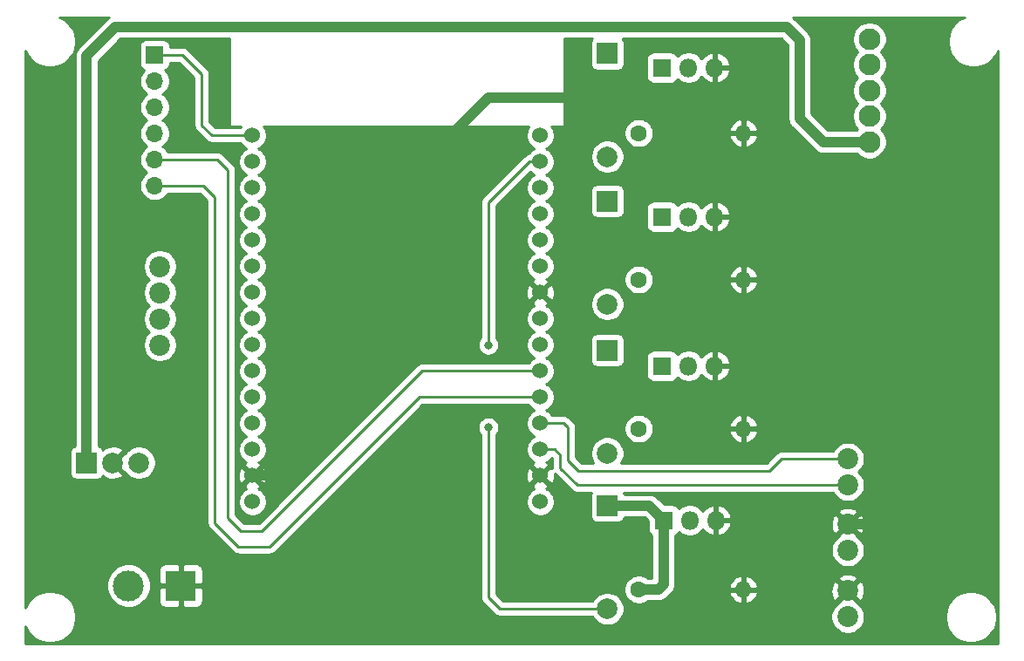
<source format=gbr>
G04 #@! TF.GenerationSoftware,KiCad,Pcbnew,(5.1.5)-3*
G04 #@! TF.CreationDate,2022-07-10T23:47:25+02:00*
G04 #@! TF.ProjectId,rgbw_12v_controller,72676277-5f31-4327-965f-636f6e74726f,rev?*
G04 #@! TF.SameCoordinates,Original*
G04 #@! TF.FileFunction,Copper,L2,Bot*
G04 #@! TF.FilePolarity,Positive*
%FSLAX46Y46*%
G04 Gerber Fmt 4.6, Leading zero omitted, Abs format (unit mm)*
G04 Created by KiCad (PCBNEW (5.1.5)-3) date 2022-07-10 23:47:25*
%MOMM*%
%LPD*%
G04 APERTURE LIST*
%ADD10C,1.524000*%
%ADD11R,2.000000X2.000000*%
%ADD12C,2.000000*%
%ADD13C,3.000000*%
%ADD14R,3.000000X3.000000*%
%ADD15C,2.020000*%
%ADD16O,1.800000X1.800000*%
%ADD17R,1.800000X1.800000*%
%ADD18O,1.600000X1.600000*%
%ADD19C,1.600000*%
%ADD20C,2.100000*%
%ADD21O,1.700000X1.700000*%
%ADD22R,1.700000X1.700000*%
%ADD23C,0.800000*%
%ADD24C,1.000000*%
%ADD25C,0.250000*%
%ADD26C,0.254000*%
G04 APERTURE END LIST*
D10*
X124545001Y-59150001D03*
X124545001Y-61690001D03*
X124545001Y-64230001D03*
X124545001Y-66770001D03*
X124545001Y-69310001D03*
X124545001Y-71850001D03*
X124545001Y-74390001D03*
X124545001Y-76930001D03*
X124545001Y-79470001D03*
X124545001Y-82010001D03*
X124545001Y-84550001D03*
X124545001Y-87090001D03*
X124545001Y-89630001D03*
X124545001Y-92170001D03*
X124545001Y-94710001D03*
X152485001Y-94710001D03*
X152485001Y-92170001D03*
X152485001Y-89630001D03*
X152485001Y-87090001D03*
X152485001Y-84550001D03*
X152485001Y-82010001D03*
X152485001Y-79470001D03*
X152485001Y-76930001D03*
X152485001Y-74390001D03*
X152485001Y-71850001D03*
X152485001Y-69310001D03*
X152485001Y-66770001D03*
X152485001Y-64230001D03*
X152485001Y-61690001D03*
X152485001Y-59150001D03*
D11*
X159004000Y-51214000D03*
D12*
X159004000Y-61214000D03*
D11*
X159004000Y-65532000D03*
D12*
X159004000Y-75532000D03*
X159004000Y-90010000D03*
D11*
X159004000Y-80010000D03*
D13*
X112522000Y-102870000D03*
D14*
X117602000Y-102870000D03*
D15*
X115570000Y-71882000D03*
X115570000Y-74422000D03*
X115570000Y-76962000D03*
X115570000Y-79502000D03*
X182346600Y-99441000D03*
X182346600Y-96901000D03*
X182333900Y-105905300D03*
X182333900Y-103365300D03*
X182333900Y-90551000D03*
X182333900Y-93091000D03*
D16*
X169418000Y-52578000D03*
X166878000Y-52578000D03*
D17*
X164338000Y-52578000D03*
D16*
X169418000Y-67056000D03*
X166878000Y-67056000D03*
D17*
X164338000Y-67056000D03*
X164338000Y-81534000D03*
D16*
X166878000Y-81534000D03*
X169418000Y-81534000D03*
D18*
X172212000Y-58928000D03*
D19*
X162052000Y-58928000D03*
D18*
X172212000Y-73152000D03*
D19*
X162052000Y-73152000D03*
X162052000Y-87630000D03*
D18*
X172212000Y-87630000D03*
D11*
X108458000Y-90932000D03*
D12*
X110998000Y-90932000D03*
X113538000Y-90932000D03*
D11*
X159004000Y-95123000D03*
D12*
X159004000Y-105123000D03*
D20*
X184442100Y-49796700D03*
X184442100Y-52296700D03*
X184442100Y-54796700D03*
X184442100Y-57296700D03*
X184442100Y-59796700D03*
D16*
X169545000Y-96520000D03*
X167005000Y-96520000D03*
D17*
X164465000Y-96520000D03*
D18*
X172212000Y-103251000D03*
D19*
X162052000Y-103251000D03*
D21*
X115062000Y-64033400D03*
X115062000Y-61493400D03*
X115062000Y-58953400D03*
X115062000Y-56413400D03*
X115062000Y-53873400D03*
D22*
X115062000Y-51333400D03*
D23*
X147447000Y-79502000D03*
X147447000Y-87503000D03*
D24*
X111252000Y-48641000D02*
X108458000Y-51435000D01*
X179938700Y-59796700D02*
X177673000Y-57531000D01*
X184442100Y-59796700D02*
X179938700Y-59796700D01*
X177673000Y-57531000D02*
X177673000Y-49911000D01*
X108458000Y-51435000D02*
X108458000Y-90932000D01*
X176403000Y-48641000D02*
X111252000Y-48641000D01*
X177673000Y-49911000D02*
X176403000Y-48641000D01*
X163068000Y-95123000D02*
X164465000Y-96520000D01*
X159004000Y-95123000D02*
X163068000Y-95123000D01*
X163957000Y-103251000D02*
X162052000Y-103251000D01*
X164465000Y-96520000D02*
X164465000Y-102743000D01*
X164465000Y-102743000D02*
X163957000Y-103251000D01*
X188341000Y-96901000D02*
X182346600Y-96901000D01*
X190246000Y-94996000D02*
X188341000Y-96901000D01*
X147447000Y-55499000D02*
X173863000Y-55499000D01*
X140716000Y-62230000D02*
X147447000Y-55499000D01*
X124545001Y-92170001D02*
X127412999Y-92170001D01*
X140716000Y-78867000D02*
X140716000Y-62230000D01*
X127412999Y-92170001D02*
X140716000Y-78867000D01*
X173863000Y-55499000D02*
X175514000Y-57150000D01*
X186690000Y-63754000D02*
X190246000Y-67310000D01*
X175514000Y-57150000D02*
X175514000Y-62103000D01*
X177165000Y-63754000D02*
X186690000Y-63754000D01*
X175514000Y-62103000D02*
X177165000Y-63754000D01*
X190246000Y-67310000D02*
X190246000Y-94996000D01*
D25*
X140747999Y-84550001D02*
X152485001Y-84550001D01*
X126238000Y-99060000D02*
X140747999Y-84550001D01*
X119761000Y-64033400D02*
X120904000Y-65176400D01*
X115062000Y-64033400D02*
X119761000Y-64033400D01*
X120904000Y-65176400D02*
X120904000Y-96774000D01*
X120904000Y-96774000D02*
X123190000Y-99060000D01*
X123190000Y-99060000D02*
X126238000Y-99060000D01*
X141001999Y-82010001D02*
X152485001Y-82010001D01*
X125476000Y-97536000D02*
X141001999Y-82010001D01*
X121132600Y-61493400D02*
X122174000Y-62534800D01*
X115062000Y-61493400D02*
X121132600Y-61493400D01*
X122174000Y-96266000D02*
X123444000Y-97536000D01*
X122174000Y-62534800D02*
X122174000Y-96266000D01*
X123444000Y-97536000D02*
X125476000Y-97536000D01*
X115570000Y-51308000D02*
X117729000Y-51308000D01*
X117729000Y-51308000D02*
X119634000Y-53213000D01*
X119634000Y-53213000D02*
X119634000Y-58166000D01*
X120618001Y-59150001D02*
X124545001Y-59150001D01*
X119634000Y-58166000D02*
X120618001Y-59150001D01*
X154781001Y-87090001D02*
X152485001Y-87090001D01*
X175895000Y-90551000D02*
X174752000Y-91694000D01*
X156210000Y-91694000D02*
X155194000Y-90678000D01*
X155194000Y-90678000D02*
X155194000Y-87503000D01*
X182333900Y-90551000D02*
X175895000Y-90551000D01*
X155194000Y-87503000D02*
X154781001Y-87090001D01*
X174752000Y-91694000D02*
X156210000Y-91694000D01*
X152485001Y-89630001D02*
X153892001Y-89630001D01*
X153892001Y-89630001D02*
X154432000Y-90170000D01*
X154432000Y-90170000D02*
X154432000Y-91440000D01*
X156083000Y-93091000D02*
X182333900Y-93091000D01*
X154432000Y-91440000D02*
X156083000Y-93091000D01*
X151407371Y-61690001D02*
X147447000Y-65650372D01*
X152485001Y-61690001D02*
X151407371Y-61690001D01*
X147447000Y-65650372D02*
X147447000Y-79502000D01*
X148557000Y-105123000D02*
X159004000Y-105123000D01*
X147447000Y-87503000D02*
X147447000Y-104013000D01*
X147447000Y-104013000D02*
X148557000Y-105123000D01*
D26*
G36*
X110618377Y-47692716D02*
G01*
X110488856Y-47799011D01*
X110488855Y-47799012D01*
X110445551Y-47834551D01*
X110410013Y-47877854D01*
X107694865Y-50593004D01*
X107651551Y-50628551D01*
X107509716Y-50801377D01*
X107410032Y-50987875D01*
X107404324Y-50998554D01*
X107339423Y-51212502D01*
X107317509Y-51435000D01*
X107323000Y-51490751D01*
X107323001Y-89309378D01*
X107213820Y-89342498D01*
X107103506Y-89401463D01*
X107006815Y-89480815D01*
X106927463Y-89577506D01*
X106868498Y-89687820D01*
X106832188Y-89807518D01*
X106819928Y-89932000D01*
X106819928Y-91932000D01*
X106832188Y-92056482D01*
X106868498Y-92176180D01*
X106927463Y-92286494D01*
X107006815Y-92383185D01*
X107103506Y-92462537D01*
X107213820Y-92521502D01*
X107333518Y-92557812D01*
X107458000Y-92570072D01*
X109458000Y-92570072D01*
X109582482Y-92557812D01*
X109702180Y-92521502D01*
X109812494Y-92462537D01*
X109909185Y-92383185D01*
X109988537Y-92286494D01*
X110047502Y-92176180D01*
X110063037Y-92124967D01*
X110137956Y-92331814D01*
X110427571Y-92472704D01*
X110739108Y-92554384D01*
X111060595Y-92573718D01*
X111379675Y-92529961D01*
X111684088Y-92424795D01*
X111858044Y-92331814D01*
X111953808Y-92067413D01*
X110998000Y-91111605D01*
X110983858Y-91125748D01*
X110804253Y-90946143D01*
X110818395Y-90932000D01*
X111177605Y-90932000D01*
X112133413Y-91887808D01*
X112195280Y-91865400D01*
X112268013Y-91974252D01*
X112495748Y-92201987D01*
X112763537Y-92380918D01*
X113061088Y-92504168D01*
X113376967Y-92567000D01*
X113699033Y-92567000D01*
X114014912Y-92504168D01*
X114312463Y-92380918D01*
X114580252Y-92201987D01*
X114807987Y-91974252D01*
X114986918Y-91706463D01*
X115110168Y-91408912D01*
X115173000Y-91093033D01*
X115173000Y-90770967D01*
X115110168Y-90455088D01*
X114986918Y-90157537D01*
X114807987Y-89889748D01*
X114580252Y-89662013D01*
X114312463Y-89483082D01*
X114014912Y-89359832D01*
X113699033Y-89297000D01*
X113376967Y-89297000D01*
X113061088Y-89359832D01*
X112763537Y-89483082D01*
X112495748Y-89662013D01*
X112268013Y-89889748D01*
X112195280Y-89998600D01*
X112133413Y-89976192D01*
X111177605Y-90932000D01*
X110818395Y-90932000D01*
X110804253Y-90917858D01*
X110983858Y-90738253D01*
X110998000Y-90752395D01*
X111953808Y-89796587D01*
X111858044Y-89532186D01*
X111568429Y-89391296D01*
X111256892Y-89309616D01*
X110935405Y-89290282D01*
X110616325Y-89334039D01*
X110311912Y-89439205D01*
X110137956Y-89532186D01*
X110063037Y-89739033D01*
X110047502Y-89687820D01*
X109988537Y-89577506D01*
X109909185Y-89480815D01*
X109812494Y-89401463D01*
X109702180Y-89342498D01*
X109593000Y-89309379D01*
X109593000Y-71719982D01*
X113925000Y-71719982D01*
X113925000Y-72044018D01*
X113988217Y-72361829D01*
X114112220Y-72661199D01*
X114292245Y-72930626D01*
X114513619Y-73152000D01*
X114292245Y-73373374D01*
X114112220Y-73642801D01*
X113988217Y-73942171D01*
X113925000Y-74259982D01*
X113925000Y-74584018D01*
X113988217Y-74901829D01*
X114112220Y-75201199D01*
X114292245Y-75470626D01*
X114513619Y-75692000D01*
X114292245Y-75913374D01*
X114112220Y-76182801D01*
X113988217Y-76482171D01*
X113925000Y-76799982D01*
X113925000Y-77124018D01*
X113988217Y-77441829D01*
X114112220Y-77741199D01*
X114292245Y-78010626D01*
X114513619Y-78232000D01*
X114292245Y-78453374D01*
X114112220Y-78722801D01*
X113988217Y-79022171D01*
X113925000Y-79339982D01*
X113925000Y-79664018D01*
X113988217Y-79981829D01*
X114112220Y-80281199D01*
X114292245Y-80550626D01*
X114521374Y-80779755D01*
X114790801Y-80959780D01*
X115090171Y-81083783D01*
X115407982Y-81147000D01*
X115732018Y-81147000D01*
X116049829Y-81083783D01*
X116349199Y-80959780D01*
X116618626Y-80779755D01*
X116847755Y-80550626D01*
X117027780Y-80281199D01*
X117151783Y-79981829D01*
X117215000Y-79664018D01*
X117215000Y-79339982D01*
X117151783Y-79022171D01*
X117027780Y-78722801D01*
X116847755Y-78453374D01*
X116626381Y-78232000D01*
X116847755Y-78010626D01*
X117027780Y-77741199D01*
X117151783Y-77441829D01*
X117215000Y-77124018D01*
X117215000Y-76799982D01*
X117151783Y-76482171D01*
X117027780Y-76182801D01*
X116847755Y-75913374D01*
X116626381Y-75692000D01*
X116847755Y-75470626D01*
X117027780Y-75201199D01*
X117151783Y-74901829D01*
X117215000Y-74584018D01*
X117215000Y-74259982D01*
X117151783Y-73942171D01*
X117027780Y-73642801D01*
X116847755Y-73373374D01*
X116626381Y-73152000D01*
X116847755Y-72930626D01*
X117027780Y-72661199D01*
X117151783Y-72361829D01*
X117215000Y-72044018D01*
X117215000Y-71719982D01*
X117151783Y-71402171D01*
X117027780Y-71102801D01*
X116847755Y-70833374D01*
X116618626Y-70604245D01*
X116349199Y-70424220D01*
X116049829Y-70300217D01*
X115732018Y-70237000D01*
X115407982Y-70237000D01*
X115090171Y-70300217D01*
X114790801Y-70424220D01*
X114521374Y-70604245D01*
X114292245Y-70833374D01*
X114112220Y-71102801D01*
X113988217Y-71402171D01*
X113925000Y-71719982D01*
X109593000Y-71719982D01*
X109593000Y-51905131D01*
X111722133Y-49776000D01*
X122301000Y-49776000D01*
X122301000Y-58166000D01*
X122303440Y-58190776D01*
X122310667Y-58214601D01*
X122322403Y-58236557D01*
X122338197Y-58255803D01*
X122357443Y-58271597D01*
X122379399Y-58283333D01*
X122403224Y-58290560D01*
X122428000Y-58293000D01*
X123437474Y-58293000D01*
X123372660Y-58390001D01*
X120932803Y-58390001D01*
X120394000Y-57851199D01*
X120394000Y-53250323D01*
X120397676Y-53213000D01*
X120394000Y-53175677D01*
X120394000Y-53175667D01*
X120383003Y-53064014D01*
X120339546Y-52920753D01*
X120268974Y-52788724D01*
X120174001Y-52672999D01*
X120145004Y-52649202D01*
X118292804Y-50797003D01*
X118269001Y-50767999D01*
X118153276Y-50673026D01*
X118021247Y-50602454D01*
X117877986Y-50558997D01*
X117766333Y-50548000D01*
X117766322Y-50548000D01*
X117729000Y-50544324D01*
X117691678Y-50548000D01*
X116550072Y-50548000D01*
X116550072Y-50483400D01*
X116537812Y-50358918D01*
X116501502Y-50239220D01*
X116442537Y-50128906D01*
X116363185Y-50032215D01*
X116266494Y-49952863D01*
X116156180Y-49893898D01*
X116036482Y-49857588D01*
X115912000Y-49845328D01*
X114212000Y-49845328D01*
X114087518Y-49857588D01*
X113967820Y-49893898D01*
X113857506Y-49952863D01*
X113760815Y-50032215D01*
X113681463Y-50128906D01*
X113622498Y-50239220D01*
X113586188Y-50358918D01*
X113573928Y-50483400D01*
X113573928Y-52183400D01*
X113586188Y-52307882D01*
X113622498Y-52427580D01*
X113681463Y-52537894D01*
X113760815Y-52634585D01*
X113857506Y-52713937D01*
X113967820Y-52772902D01*
X114040380Y-52794913D01*
X113908525Y-52926768D01*
X113746010Y-53169989D01*
X113634068Y-53440242D01*
X113577000Y-53727140D01*
X113577000Y-54019660D01*
X113634068Y-54306558D01*
X113746010Y-54576811D01*
X113908525Y-54820032D01*
X114115368Y-55026875D01*
X114289760Y-55143400D01*
X114115368Y-55259925D01*
X113908525Y-55466768D01*
X113746010Y-55709989D01*
X113634068Y-55980242D01*
X113577000Y-56267140D01*
X113577000Y-56559660D01*
X113634068Y-56846558D01*
X113746010Y-57116811D01*
X113908525Y-57360032D01*
X114115368Y-57566875D01*
X114289760Y-57683400D01*
X114115368Y-57799925D01*
X113908525Y-58006768D01*
X113746010Y-58249989D01*
X113634068Y-58520242D01*
X113577000Y-58807140D01*
X113577000Y-59099660D01*
X113634068Y-59386558D01*
X113746010Y-59656811D01*
X113908525Y-59900032D01*
X114115368Y-60106875D01*
X114289760Y-60223400D01*
X114115368Y-60339925D01*
X113908525Y-60546768D01*
X113746010Y-60789989D01*
X113634068Y-61060242D01*
X113577000Y-61347140D01*
X113577000Y-61639660D01*
X113634068Y-61926558D01*
X113746010Y-62196811D01*
X113908525Y-62440032D01*
X114115368Y-62646875D01*
X114289760Y-62763400D01*
X114115368Y-62879925D01*
X113908525Y-63086768D01*
X113746010Y-63329989D01*
X113634068Y-63600242D01*
X113577000Y-63887140D01*
X113577000Y-64179660D01*
X113634068Y-64466558D01*
X113746010Y-64736811D01*
X113908525Y-64980032D01*
X114115368Y-65186875D01*
X114358589Y-65349390D01*
X114628842Y-65461332D01*
X114915740Y-65518400D01*
X115208260Y-65518400D01*
X115495158Y-65461332D01*
X115765411Y-65349390D01*
X116008632Y-65186875D01*
X116215475Y-64980032D01*
X116340178Y-64793400D01*
X119446199Y-64793400D01*
X120144000Y-65491202D01*
X120144001Y-96736667D01*
X120140324Y-96774000D01*
X120154998Y-96922985D01*
X120198454Y-97066246D01*
X120269026Y-97198276D01*
X120339586Y-97284253D01*
X120364000Y-97314001D01*
X120392998Y-97337799D01*
X122626201Y-99571003D01*
X122649999Y-99600001D01*
X122765724Y-99694974D01*
X122897753Y-99765546D01*
X123041014Y-99809003D01*
X123152667Y-99820000D01*
X123152676Y-99820000D01*
X123189999Y-99823676D01*
X123227322Y-99820000D01*
X126200678Y-99820000D01*
X126238000Y-99823676D01*
X126275322Y-99820000D01*
X126275333Y-99820000D01*
X126386986Y-99809003D01*
X126530247Y-99765546D01*
X126662276Y-99694974D01*
X126778001Y-99600001D01*
X126801804Y-99570997D01*
X138971741Y-87401061D01*
X146412000Y-87401061D01*
X146412000Y-87604939D01*
X146451774Y-87804898D01*
X146529795Y-87993256D01*
X146643063Y-88162774D01*
X146687000Y-88206711D01*
X146687001Y-103975667D01*
X146683324Y-104013000D01*
X146697998Y-104161985D01*
X146741454Y-104305246D01*
X146812026Y-104437276D01*
X146882116Y-104522680D01*
X146907000Y-104553001D01*
X146935998Y-104576799D01*
X147993201Y-105634003D01*
X148016999Y-105663001D01*
X148045997Y-105686799D01*
X148132723Y-105757974D01*
X148264753Y-105828546D01*
X148408014Y-105872003D01*
X148519667Y-105883000D01*
X148519676Y-105883000D01*
X148556999Y-105886676D01*
X148594322Y-105883000D01*
X157549091Y-105883000D01*
X157555082Y-105897463D01*
X157734013Y-106165252D01*
X157961748Y-106392987D01*
X158229537Y-106571918D01*
X158527088Y-106695168D01*
X158842967Y-106758000D01*
X159165033Y-106758000D01*
X159480912Y-106695168D01*
X159778463Y-106571918D01*
X160046252Y-106392987D01*
X160273987Y-106165252D01*
X160452918Y-105897463D01*
X160516782Y-105743282D01*
X180688900Y-105743282D01*
X180688900Y-106067318D01*
X180752117Y-106385129D01*
X180876120Y-106684499D01*
X181056145Y-106953926D01*
X181285274Y-107183055D01*
X181554701Y-107363080D01*
X181854071Y-107487083D01*
X182171882Y-107550300D01*
X182495918Y-107550300D01*
X182813729Y-107487083D01*
X183113099Y-107363080D01*
X183382526Y-107183055D01*
X183611655Y-106953926D01*
X183791680Y-106684499D01*
X183915683Y-106385129D01*
X183978900Y-106067318D01*
X183978900Y-105743282D01*
X183964344Y-105670100D01*
X191793031Y-105670100D01*
X191793031Y-106165900D01*
X191889756Y-106652173D01*
X192079491Y-107110232D01*
X192354942Y-107522475D01*
X192705525Y-107873058D01*
X193117768Y-108148509D01*
X193575827Y-108338244D01*
X194062100Y-108434969D01*
X194557900Y-108434969D01*
X195044173Y-108338244D01*
X195502232Y-108148509D01*
X195914475Y-107873058D01*
X196265058Y-107522475D01*
X196540509Y-107110232D01*
X196730244Y-106652173D01*
X196826969Y-106165900D01*
X196826969Y-105670100D01*
X196730244Y-105183827D01*
X196540509Y-104725768D01*
X196265058Y-104313525D01*
X195914475Y-103962942D01*
X195502232Y-103687491D01*
X195044173Y-103497756D01*
X194557900Y-103401031D01*
X194062100Y-103401031D01*
X193575827Y-103497756D01*
X193117768Y-103687491D01*
X192705525Y-103962942D01*
X192354942Y-104313525D01*
X192079491Y-104725768D01*
X191889756Y-105183827D01*
X191793031Y-105670100D01*
X183964344Y-105670100D01*
X183915683Y-105425471D01*
X183791680Y-105126101D01*
X183611655Y-104856674D01*
X183382526Y-104627545D01*
X183278501Y-104558038D01*
X183296839Y-104507845D01*
X182333900Y-103544905D01*
X181370961Y-104507845D01*
X181389299Y-104558038D01*
X181285274Y-104627545D01*
X181056145Y-104856674D01*
X180876120Y-105126101D01*
X180752117Y-105425471D01*
X180688900Y-105743282D01*
X160516782Y-105743282D01*
X160576168Y-105599912D01*
X160639000Y-105284033D01*
X160639000Y-104961967D01*
X160576168Y-104646088D01*
X160452918Y-104348537D01*
X160273987Y-104080748D01*
X160046252Y-103853013D01*
X159778463Y-103674082D01*
X159480912Y-103550832D01*
X159165033Y-103488000D01*
X158842967Y-103488000D01*
X158527088Y-103550832D01*
X158229537Y-103674082D01*
X157961748Y-103853013D01*
X157734013Y-104080748D01*
X157555082Y-104348537D01*
X157549091Y-104363000D01*
X148871802Y-104363000D01*
X148207000Y-103698199D01*
X148207000Y-94572409D01*
X151088001Y-94572409D01*
X151088001Y-94847593D01*
X151141687Y-95117491D01*
X151246996Y-95371728D01*
X151399881Y-95600536D01*
X151594466Y-95795121D01*
X151823274Y-95948006D01*
X152077511Y-96053315D01*
X152347409Y-96107001D01*
X152622593Y-96107001D01*
X152892491Y-96053315D01*
X153146728Y-95948006D01*
X153375536Y-95795121D01*
X153570121Y-95600536D01*
X153723006Y-95371728D01*
X153828315Y-95117491D01*
X153882001Y-94847593D01*
X153882001Y-94572409D01*
X153828315Y-94302511D01*
X153723006Y-94048274D01*
X153570121Y-93819466D01*
X153375536Y-93624881D01*
X153146728Y-93471996D01*
X153075058Y-93442309D01*
X153088024Y-93437637D01*
X153203981Y-93375657D01*
X153270961Y-93135566D01*
X152485001Y-92349606D01*
X151699041Y-93135566D01*
X151766021Y-93375657D01*
X151901761Y-93439486D01*
X151823274Y-93471996D01*
X151594466Y-93624881D01*
X151399881Y-93819466D01*
X151246996Y-94048274D01*
X151141687Y-94302511D01*
X151088001Y-94572409D01*
X148207000Y-94572409D01*
X148207000Y-92242018D01*
X151083091Y-92242018D01*
X151124079Y-92514134D01*
X151217365Y-92773024D01*
X151279345Y-92888981D01*
X151519436Y-92955961D01*
X152305396Y-92170001D01*
X151519436Y-91384041D01*
X151279345Y-91451021D01*
X151162245Y-91700049D01*
X151095978Y-91967136D01*
X151083091Y-92242018D01*
X148207000Y-92242018D01*
X148207000Y-88206711D01*
X148250937Y-88162774D01*
X148364205Y-87993256D01*
X148442226Y-87804898D01*
X148482000Y-87604939D01*
X148482000Y-87401061D01*
X148442226Y-87201102D01*
X148364205Y-87012744D01*
X148250937Y-86843226D01*
X148106774Y-86699063D01*
X147937256Y-86585795D01*
X147748898Y-86507774D01*
X147548939Y-86468000D01*
X147345061Y-86468000D01*
X147145102Y-86507774D01*
X146956744Y-86585795D01*
X146787226Y-86699063D01*
X146643063Y-86843226D01*
X146529795Y-87012744D01*
X146451774Y-87201102D01*
X146412000Y-87401061D01*
X138971741Y-87401061D01*
X141062802Y-85310001D01*
X151312660Y-85310001D01*
X151399881Y-85440536D01*
X151594466Y-85635121D01*
X151823274Y-85788006D01*
X151900516Y-85820001D01*
X151823274Y-85851996D01*
X151594466Y-86004881D01*
X151399881Y-86199466D01*
X151246996Y-86428274D01*
X151141687Y-86682511D01*
X151088001Y-86952409D01*
X151088001Y-87227593D01*
X151141687Y-87497491D01*
X151246996Y-87751728D01*
X151399881Y-87980536D01*
X151594466Y-88175121D01*
X151823274Y-88328006D01*
X151900516Y-88360001D01*
X151823274Y-88391996D01*
X151594466Y-88544881D01*
X151399881Y-88739466D01*
X151246996Y-88968274D01*
X151141687Y-89222511D01*
X151088001Y-89492409D01*
X151088001Y-89767593D01*
X151141687Y-90037491D01*
X151246996Y-90291728D01*
X151399881Y-90520536D01*
X151594466Y-90715121D01*
X151823274Y-90868006D01*
X151894944Y-90897693D01*
X151881978Y-90902365D01*
X151766021Y-90964345D01*
X151699041Y-91204436D01*
X152485001Y-91990396D01*
X153270961Y-91204436D01*
X153203981Y-90964345D01*
X153068241Y-90900516D01*
X153146728Y-90868006D01*
X153375536Y-90715121D01*
X153570121Y-90520536D01*
X153625241Y-90438043D01*
X153672000Y-90484802D01*
X153672001Y-91402668D01*
X153668324Y-91440000D01*
X153668809Y-91444926D01*
X153450566Y-91384041D01*
X152664606Y-92170001D01*
X153450566Y-92955961D01*
X153690657Y-92888981D01*
X153807757Y-92639953D01*
X153874024Y-92372866D01*
X153886911Y-92097984D01*
X153864001Y-91945884D01*
X153868201Y-91951002D01*
X153892000Y-91980001D01*
X153920998Y-92003799D01*
X155519201Y-93602003D01*
X155542999Y-93631001D01*
X155571997Y-93654799D01*
X155658724Y-93725974D01*
X155790753Y-93796546D01*
X155934014Y-93840003D01*
X156083000Y-93854677D01*
X156120333Y-93851000D01*
X157429368Y-93851000D01*
X157414498Y-93878820D01*
X157378188Y-93998518D01*
X157365928Y-94123000D01*
X157365928Y-96123000D01*
X157378188Y-96247482D01*
X157414498Y-96367180D01*
X157473463Y-96477494D01*
X157552815Y-96574185D01*
X157649506Y-96653537D01*
X157759820Y-96712502D01*
X157879518Y-96748812D01*
X158004000Y-96761072D01*
X160004000Y-96761072D01*
X160128482Y-96748812D01*
X160248180Y-96712502D01*
X160358494Y-96653537D01*
X160455185Y-96574185D01*
X160534537Y-96477494D01*
X160593502Y-96367180D01*
X160626621Y-96258000D01*
X162597869Y-96258000D01*
X162926928Y-96587059D01*
X162926928Y-97420000D01*
X162939188Y-97544482D01*
X162975498Y-97664180D01*
X163034463Y-97774494D01*
X163113815Y-97871185D01*
X163210506Y-97950537D01*
X163320820Y-98009502D01*
X163330000Y-98012287D01*
X163330001Y-102116000D01*
X162936284Y-102116000D01*
X162731727Y-101979320D01*
X162470574Y-101871147D01*
X162193335Y-101816000D01*
X161910665Y-101816000D01*
X161633426Y-101871147D01*
X161372273Y-101979320D01*
X161137241Y-102136363D01*
X160937363Y-102336241D01*
X160780320Y-102571273D01*
X160672147Y-102832426D01*
X160617000Y-103109665D01*
X160617000Y-103392335D01*
X160672147Y-103669574D01*
X160780320Y-103930727D01*
X160937363Y-104165759D01*
X161137241Y-104365637D01*
X161372273Y-104522680D01*
X161633426Y-104630853D01*
X161910665Y-104686000D01*
X162193335Y-104686000D01*
X162470574Y-104630853D01*
X162731727Y-104522680D01*
X162936284Y-104386000D01*
X163901249Y-104386000D01*
X163957000Y-104391491D01*
X164012751Y-104386000D01*
X164012752Y-104386000D01*
X164179499Y-104369577D01*
X164393447Y-104304676D01*
X164590623Y-104199284D01*
X164763449Y-104057449D01*
X164798996Y-104014135D01*
X165213092Y-103600039D01*
X170820096Y-103600039D01*
X170860754Y-103734087D01*
X170980963Y-103988420D01*
X171148481Y-104214414D01*
X171356869Y-104403385D01*
X171598119Y-104548070D01*
X171862960Y-104642909D01*
X172085000Y-104521624D01*
X172085000Y-103378000D01*
X172339000Y-103378000D01*
X172339000Y-104521624D01*
X172561040Y-104642909D01*
X172825881Y-104548070D01*
X173067131Y-104403385D01*
X173275519Y-104214414D01*
X173443037Y-103988420D01*
X173563246Y-103734087D01*
X173603904Y-103600039D01*
X173509111Y-103427500D01*
X180682111Y-103427500D01*
X180725984Y-103748553D01*
X180831649Y-104054878D01*
X180925932Y-104231268D01*
X181191355Y-104328239D01*
X182154295Y-103365300D01*
X182513505Y-103365300D01*
X183476445Y-104328239D01*
X183741868Y-104231268D01*
X183883756Y-103939947D01*
X183966085Y-103626543D01*
X183985689Y-103303100D01*
X183941816Y-102982047D01*
X183836151Y-102675722D01*
X183741868Y-102499332D01*
X183476445Y-102402361D01*
X182513505Y-103365300D01*
X182154295Y-103365300D01*
X181191355Y-102402361D01*
X180925932Y-102499332D01*
X180784044Y-102790653D01*
X180701715Y-103104057D01*
X180682111Y-103427500D01*
X173509111Y-103427500D01*
X173481915Y-103378000D01*
X172339000Y-103378000D01*
X172085000Y-103378000D01*
X170942085Y-103378000D01*
X170820096Y-103600039D01*
X165213092Y-103600039D01*
X165228135Y-103584996D01*
X165271449Y-103549449D01*
X165413284Y-103376623D01*
X165518676Y-103179447D01*
X165583577Y-102965499D01*
X165589834Y-102901961D01*
X170820096Y-102901961D01*
X170942085Y-103124000D01*
X172085000Y-103124000D01*
X172085000Y-101980376D01*
X172339000Y-101980376D01*
X172339000Y-103124000D01*
X173481915Y-103124000D01*
X173603904Y-102901961D01*
X173563246Y-102767913D01*
X173443037Y-102513580D01*
X173275519Y-102287586D01*
X173204027Y-102222755D01*
X181370961Y-102222755D01*
X182333900Y-103185695D01*
X183296839Y-102222755D01*
X183199868Y-101957332D01*
X182908547Y-101815444D01*
X182595143Y-101733115D01*
X182271700Y-101713511D01*
X181950647Y-101757384D01*
X181644322Y-101863049D01*
X181467932Y-101957332D01*
X181370961Y-102222755D01*
X173204027Y-102222755D01*
X173067131Y-102098615D01*
X172825881Y-101953930D01*
X172561040Y-101859091D01*
X172339000Y-101980376D01*
X172085000Y-101980376D01*
X171862960Y-101859091D01*
X171598119Y-101953930D01*
X171356869Y-102098615D01*
X171148481Y-102287586D01*
X170980963Y-102513580D01*
X170860754Y-102767913D01*
X170820096Y-102901961D01*
X165589834Y-102901961D01*
X165600000Y-102798752D01*
X165600000Y-102798743D01*
X165605490Y-102743001D01*
X165600000Y-102687259D01*
X165600000Y-99278982D01*
X180701600Y-99278982D01*
X180701600Y-99603018D01*
X180764817Y-99920829D01*
X180888820Y-100220199D01*
X181068845Y-100489626D01*
X181297974Y-100718755D01*
X181567401Y-100898780D01*
X181866771Y-101022783D01*
X182184582Y-101086000D01*
X182508618Y-101086000D01*
X182826429Y-101022783D01*
X183125799Y-100898780D01*
X183395226Y-100718755D01*
X183624355Y-100489626D01*
X183804380Y-100220199D01*
X183928383Y-99920829D01*
X183991600Y-99603018D01*
X183991600Y-99278982D01*
X183928383Y-98961171D01*
X183804380Y-98661801D01*
X183624355Y-98392374D01*
X183395226Y-98163245D01*
X183291201Y-98093738D01*
X183309539Y-98043545D01*
X182346600Y-97080605D01*
X181383661Y-98043545D01*
X181401999Y-98093738D01*
X181297974Y-98163245D01*
X181068845Y-98392374D01*
X180888820Y-98661801D01*
X180764817Y-98961171D01*
X180701600Y-99278982D01*
X165600000Y-99278982D01*
X165600000Y-98012287D01*
X165609180Y-98009502D01*
X165719494Y-97950537D01*
X165816185Y-97871185D01*
X165895537Y-97774494D01*
X165954502Y-97664180D01*
X165960056Y-97645873D01*
X166026495Y-97712312D01*
X166277905Y-97880299D01*
X166557257Y-97996011D01*
X166853816Y-98055000D01*
X167156184Y-98055000D01*
X167452743Y-97996011D01*
X167732095Y-97880299D01*
X167983505Y-97712312D01*
X168197312Y-97498505D01*
X168278367Y-97377198D01*
X168413351Y-97557116D01*
X168637427Y-97757962D01*
X168896380Y-97911234D01*
X169180259Y-98011041D01*
X169418000Y-97890992D01*
X169418000Y-96647000D01*
X169672000Y-96647000D01*
X169672000Y-97890992D01*
X169909741Y-98011041D01*
X170193620Y-97911234D01*
X170452573Y-97757962D01*
X170676649Y-97557116D01*
X170857236Y-97316414D01*
X170987394Y-97045107D01*
X171012237Y-96963200D01*
X180694811Y-96963200D01*
X180738684Y-97284253D01*
X180844349Y-97590578D01*
X180938632Y-97766968D01*
X181204055Y-97863939D01*
X182166995Y-96901000D01*
X182526205Y-96901000D01*
X183489145Y-97863939D01*
X183754568Y-97766968D01*
X183896456Y-97475647D01*
X183978785Y-97162243D01*
X183998389Y-96838800D01*
X183954516Y-96517747D01*
X183848851Y-96211422D01*
X183754568Y-96035032D01*
X183489145Y-95938061D01*
X182526205Y-96901000D01*
X182166995Y-96901000D01*
X181204055Y-95938061D01*
X180938632Y-96035032D01*
X180796744Y-96326353D01*
X180714415Y-96639757D01*
X180694811Y-96963200D01*
X171012237Y-96963200D01*
X171036036Y-96884740D01*
X170915378Y-96647000D01*
X169672000Y-96647000D01*
X169418000Y-96647000D01*
X169398000Y-96647000D01*
X169398000Y-96393000D01*
X169418000Y-96393000D01*
X169418000Y-95149008D01*
X169672000Y-95149008D01*
X169672000Y-96393000D01*
X170915378Y-96393000D01*
X171036036Y-96155260D01*
X170987394Y-95994893D01*
X170873965Y-95758455D01*
X181383661Y-95758455D01*
X182346600Y-96721395D01*
X183309539Y-95758455D01*
X183212568Y-95493032D01*
X182921247Y-95351144D01*
X182607843Y-95268815D01*
X182284400Y-95249211D01*
X181963347Y-95293084D01*
X181657022Y-95398749D01*
X181480632Y-95493032D01*
X181383661Y-95758455D01*
X170873965Y-95758455D01*
X170857236Y-95723586D01*
X170676649Y-95482884D01*
X170452573Y-95282038D01*
X170193620Y-95128766D01*
X169909741Y-95028959D01*
X169672000Y-95149008D01*
X169418000Y-95149008D01*
X169180259Y-95028959D01*
X168896380Y-95128766D01*
X168637427Y-95282038D01*
X168413351Y-95482884D01*
X168278367Y-95662802D01*
X168197312Y-95541495D01*
X167983505Y-95327688D01*
X167732095Y-95159701D01*
X167452743Y-95043989D01*
X167156184Y-94985000D01*
X166853816Y-94985000D01*
X166557257Y-95043989D01*
X166277905Y-95159701D01*
X166026495Y-95327688D01*
X165960056Y-95394127D01*
X165954502Y-95375820D01*
X165895537Y-95265506D01*
X165816185Y-95168815D01*
X165719494Y-95089463D01*
X165609180Y-95030498D01*
X165489482Y-94994188D01*
X165365000Y-94981928D01*
X164532059Y-94981928D01*
X163909996Y-94359865D01*
X163874449Y-94316551D01*
X163701623Y-94174716D01*
X163504447Y-94069324D01*
X163290499Y-94004423D01*
X163123752Y-93988000D01*
X163123751Y-93988000D01*
X163068000Y-93982509D01*
X163012249Y-93988000D01*
X160626621Y-93988000D01*
X160593502Y-93878820D01*
X160578632Y-93851000D01*
X180868168Y-93851000D01*
X180876120Y-93870199D01*
X181056145Y-94139626D01*
X181285274Y-94368755D01*
X181554701Y-94548780D01*
X181854071Y-94672783D01*
X182171882Y-94736000D01*
X182495918Y-94736000D01*
X182813729Y-94672783D01*
X183113099Y-94548780D01*
X183382526Y-94368755D01*
X183611655Y-94139626D01*
X183791680Y-93870199D01*
X183915683Y-93570829D01*
X183978900Y-93253018D01*
X183978900Y-92928982D01*
X183915683Y-92611171D01*
X183791680Y-92311801D01*
X183611655Y-92042374D01*
X183390281Y-91821000D01*
X183611655Y-91599626D01*
X183791680Y-91330199D01*
X183915683Y-91030829D01*
X183978900Y-90713018D01*
X183978900Y-90388982D01*
X183915683Y-90071171D01*
X183791680Y-89771801D01*
X183611655Y-89502374D01*
X183382526Y-89273245D01*
X183113099Y-89093220D01*
X182813729Y-88969217D01*
X182495918Y-88906000D01*
X182171882Y-88906000D01*
X181854071Y-88969217D01*
X181554701Y-89093220D01*
X181285274Y-89273245D01*
X181056145Y-89502374D01*
X180876120Y-89771801D01*
X180868168Y-89791000D01*
X175932322Y-89791000D01*
X175894999Y-89787324D01*
X175857676Y-89791000D01*
X175857667Y-89791000D01*
X175746014Y-89801997D01*
X175602753Y-89845454D01*
X175470723Y-89916026D01*
X175401966Y-89972454D01*
X175354999Y-90010999D01*
X175331201Y-90039997D01*
X174437199Y-90934000D01*
X160353001Y-90934000D01*
X160452918Y-90784463D01*
X160576168Y-90486912D01*
X160639000Y-90171033D01*
X160639000Y-89848967D01*
X160576168Y-89533088D01*
X160452918Y-89235537D01*
X160273987Y-88967748D01*
X160046252Y-88740013D01*
X159778463Y-88561082D01*
X159480912Y-88437832D01*
X159165033Y-88375000D01*
X158842967Y-88375000D01*
X158527088Y-88437832D01*
X158229537Y-88561082D01*
X157961748Y-88740013D01*
X157734013Y-88967748D01*
X157555082Y-89235537D01*
X157431832Y-89533088D01*
X157369000Y-89848967D01*
X157369000Y-90171033D01*
X157431832Y-90486912D01*
X157555082Y-90784463D01*
X157654999Y-90934000D01*
X156524802Y-90934000D01*
X155954000Y-90363199D01*
X155954000Y-87540325D01*
X155957676Y-87503000D01*
X155956265Y-87488665D01*
X160617000Y-87488665D01*
X160617000Y-87771335D01*
X160672147Y-88048574D01*
X160780320Y-88309727D01*
X160937363Y-88544759D01*
X161137241Y-88744637D01*
X161372273Y-88901680D01*
X161633426Y-89009853D01*
X161910665Y-89065000D01*
X162193335Y-89065000D01*
X162470574Y-89009853D01*
X162731727Y-88901680D01*
X162966759Y-88744637D01*
X163166637Y-88544759D01*
X163323680Y-88309727D01*
X163431853Y-88048574D01*
X163445684Y-87979039D01*
X170820096Y-87979039D01*
X170860754Y-88113087D01*
X170980963Y-88367420D01*
X171148481Y-88593414D01*
X171356869Y-88782385D01*
X171598119Y-88927070D01*
X171862960Y-89021909D01*
X172085000Y-88900624D01*
X172085000Y-87757000D01*
X172339000Y-87757000D01*
X172339000Y-88900624D01*
X172561040Y-89021909D01*
X172825881Y-88927070D01*
X173067131Y-88782385D01*
X173275519Y-88593414D01*
X173443037Y-88367420D01*
X173563246Y-88113087D01*
X173603904Y-87979039D01*
X173481915Y-87757000D01*
X172339000Y-87757000D01*
X172085000Y-87757000D01*
X170942085Y-87757000D01*
X170820096Y-87979039D01*
X163445684Y-87979039D01*
X163487000Y-87771335D01*
X163487000Y-87488665D01*
X163445685Y-87280961D01*
X170820096Y-87280961D01*
X170942085Y-87503000D01*
X172085000Y-87503000D01*
X172085000Y-86359376D01*
X172339000Y-86359376D01*
X172339000Y-87503000D01*
X173481915Y-87503000D01*
X173603904Y-87280961D01*
X173563246Y-87146913D01*
X173443037Y-86892580D01*
X173275519Y-86666586D01*
X173067131Y-86477615D01*
X172825881Y-86332930D01*
X172561040Y-86238091D01*
X172339000Y-86359376D01*
X172085000Y-86359376D01*
X171862960Y-86238091D01*
X171598119Y-86332930D01*
X171356869Y-86477615D01*
X171148481Y-86666586D01*
X170980963Y-86892580D01*
X170860754Y-87146913D01*
X170820096Y-87280961D01*
X163445685Y-87280961D01*
X163431853Y-87211426D01*
X163323680Y-86950273D01*
X163166637Y-86715241D01*
X162966759Y-86515363D01*
X162731727Y-86358320D01*
X162470574Y-86250147D01*
X162193335Y-86195000D01*
X161910665Y-86195000D01*
X161633426Y-86250147D01*
X161372273Y-86358320D01*
X161137241Y-86515363D01*
X160937363Y-86715241D01*
X160780320Y-86950273D01*
X160672147Y-87211426D01*
X160617000Y-87488665D01*
X155956265Y-87488665D01*
X155954000Y-87465675D01*
X155954000Y-87465667D01*
X155943003Y-87354014D01*
X155899546Y-87210753D01*
X155828974Y-87078724D01*
X155734001Y-86962999D01*
X155704997Y-86939196D01*
X155344805Y-86579004D01*
X155321002Y-86550000D01*
X155205277Y-86455027D01*
X155073248Y-86384455D01*
X154929987Y-86340998D01*
X154818334Y-86330001D01*
X154818323Y-86330001D01*
X154781001Y-86326325D01*
X154743679Y-86330001D01*
X153657342Y-86330001D01*
X153570121Y-86199466D01*
X153375536Y-86004881D01*
X153146728Y-85851996D01*
X153069486Y-85820001D01*
X153146728Y-85788006D01*
X153375536Y-85635121D01*
X153570121Y-85440536D01*
X153723006Y-85211728D01*
X153828315Y-84957491D01*
X153882001Y-84687593D01*
X153882001Y-84412409D01*
X153828315Y-84142511D01*
X153723006Y-83888274D01*
X153570121Y-83659466D01*
X153375536Y-83464881D01*
X153146728Y-83311996D01*
X153069486Y-83280001D01*
X153146728Y-83248006D01*
X153375536Y-83095121D01*
X153570121Y-82900536D01*
X153723006Y-82671728D01*
X153828315Y-82417491D01*
X153882001Y-82147593D01*
X153882001Y-81872409D01*
X153828315Y-81602511D01*
X153723006Y-81348274D01*
X153570121Y-81119466D01*
X153375536Y-80924881D01*
X153146728Y-80771996D01*
X153069486Y-80740001D01*
X153146728Y-80708006D01*
X153375536Y-80555121D01*
X153570121Y-80360536D01*
X153723006Y-80131728D01*
X153828315Y-79877491D01*
X153882001Y-79607593D01*
X153882001Y-79332409D01*
X153828315Y-79062511D01*
X153806565Y-79010000D01*
X157365928Y-79010000D01*
X157365928Y-81010000D01*
X157378188Y-81134482D01*
X157414498Y-81254180D01*
X157473463Y-81364494D01*
X157552815Y-81461185D01*
X157649506Y-81540537D01*
X157759820Y-81599502D01*
X157879518Y-81635812D01*
X158004000Y-81648072D01*
X160004000Y-81648072D01*
X160128482Y-81635812D01*
X160248180Y-81599502D01*
X160358494Y-81540537D01*
X160455185Y-81461185D01*
X160534537Y-81364494D01*
X160593502Y-81254180D01*
X160629812Y-81134482D01*
X160642072Y-81010000D01*
X160642072Y-80634000D01*
X162799928Y-80634000D01*
X162799928Y-82434000D01*
X162812188Y-82558482D01*
X162848498Y-82678180D01*
X162907463Y-82788494D01*
X162986815Y-82885185D01*
X163083506Y-82964537D01*
X163193820Y-83023502D01*
X163313518Y-83059812D01*
X163438000Y-83072072D01*
X165238000Y-83072072D01*
X165362482Y-83059812D01*
X165482180Y-83023502D01*
X165592494Y-82964537D01*
X165689185Y-82885185D01*
X165768537Y-82788494D01*
X165827502Y-82678180D01*
X165833056Y-82659873D01*
X165899495Y-82726312D01*
X166150905Y-82894299D01*
X166430257Y-83010011D01*
X166726816Y-83069000D01*
X167029184Y-83069000D01*
X167325743Y-83010011D01*
X167605095Y-82894299D01*
X167856505Y-82726312D01*
X168070312Y-82512505D01*
X168151367Y-82391198D01*
X168286351Y-82571116D01*
X168510427Y-82771962D01*
X168769380Y-82925234D01*
X169053259Y-83025041D01*
X169291000Y-82904992D01*
X169291000Y-81661000D01*
X169545000Y-81661000D01*
X169545000Y-82904992D01*
X169782741Y-83025041D01*
X170066620Y-82925234D01*
X170325573Y-82771962D01*
X170549649Y-82571116D01*
X170730236Y-82330414D01*
X170860394Y-82059107D01*
X170909036Y-81898740D01*
X170788378Y-81661000D01*
X169545000Y-81661000D01*
X169291000Y-81661000D01*
X169271000Y-81661000D01*
X169271000Y-81407000D01*
X169291000Y-81407000D01*
X169291000Y-80163008D01*
X169545000Y-80163008D01*
X169545000Y-81407000D01*
X170788378Y-81407000D01*
X170909036Y-81169260D01*
X170860394Y-81008893D01*
X170730236Y-80737586D01*
X170549649Y-80496884D01*
X170325573Y-80296038D01*
X170066620Y-80142766D01*
X169782741Y-80042959D01*
X169545000Y-80163008D01*
X169291000Y-80163008D01*
X169053259Y-80042959D01*
X168769380Y-80142766D01*
X168510427Y-80296038D01*
X168286351Y-80496884D01*
X168151367Y-80676802D01*
X168070312Y-80555495D01*
X167856505Y-80341688D01*
X167605095Y-80173701D01*
X167325743Y-80057989D01*
X167029184Y-79999000D01*
X166726816Y-79999000D01*
X166430257Y-80057989D01*
X166150905Y-80173701D01*
X165899495Y-80341688D01*
X165833056Y-80408127D01*
X165827502Y-80389820D01*
X165768537Y-80279506D01*
X165689185Y-80182815D01*
X165592494Y-80103463D01*
X165482180Y-80044498D01*
X165362482Y-80008188D01*
X165238000Y-79995928D01*
X163438000Y-79995928D01*
X163313518Y-80008188D01*
X163193820Y-80044498D01*
X163083506Y-80103463D01*
X162986815Y-80182815D01*
X162907463Y-80279506D01*
X162848498Y-80389820D01*
X162812188Y-80509518D01*
X162799928Y-80634000D01*
X160642072Y-80634000D01*
X160642072Y-79010000D01*
X160629812Y-78885518D01*
X160593502Y-78765820D01*
X160534537Y-78655506D01*
X160455185Y-78558815D01*
X160358494Y-78479463D01*
X160248180Y-78420498D01*
X160128482Y-78384188D01*
X160004000Y-78371928D01*
X158004000Y-78371928D01*
X157879518Y-78384188D01*
X157759820Y-78420498D01*
X157649506Y-78479463D01*
X157552815Y-78558815D01*
X157473463Y-78655506D01*
X157414498Y-78765820D01*
X157378188Y-78885518D01*
X157365928Y-79010000D01*
X153806565Y-79010000D01*
X153723006Y-78808274D01*
X153570121Y-78579466D01*
X153375536Y-78384881D01*
X153146728Y-78231996D01*
X153069486Y-78200001D01*
X153146728Y-78168006D01*
X153375536Y-78015121D01*
X153570121Y-77820536D01*
X153723006Y-77591728D01*
X153828315Y-77337491D01*
X153882001Y-77067593D01*
X153882001Y-76792409D01*
X153828315Y-76522511D01*
X153723006Y-76268274D01*
X153570121Y-76039466D01*
X153375536Y-75844881D01*
X153146728Y-75691996D01*
X153075058Y-75662309D01*
X153088024Y-75657637D01*
X153203981Y-75595657D01*
X153266664Y-75370967D01*
X157369000Y-75370967D01*
X157369000Y-75693033D01*
X157431832Y-76008912D01*
X157555082Y-76306463D01*
X157734013Y-76574252D01*
X157961748Y-76801987D01*
X158229537Y-76980918D01*
X158527088Y-77104168D01*
X158842967Y-77167000D01*
X159165033Y-77167000D01*
X159480912Y-77104168D01*
X159778463Y-76980918D01*
X160046252Y-76801987D01*
X160273987Y-76574252D01*
X160452918Y-76306463D01*
X160576168Y-76008912D01*
X160639000Y-75693033D01*
X160639000Y-75370967D01*
X160576168Y-75055088D01*
X160452918Y-74757537D01*
X160273987Y-74489748D01*
X160046252Y-74262013D01*
X159778463Y-74083082D01*
X159480912Y-73959832D01*
X159165033Y-73897000D01*
X158842967Y-73897000D01*
X158527088Y-73959832D01*
X158229537Y-74083082D01*
X157961748Y-74262013D01*
X157734013Y-74489748D01*
X157555082Y-74757537D01*
X157431832Y-75055088D01*
X157369000Y-75370967D01*
X153266664Y-75370967D01*
X153270961Y-75355566D01*
X152485001Y-74569606D01*
X151699041Y-75355566D01*
X151766021Y-75595657D01*
X151901761Y-75659486D01*
X151823274Y-75691996D01*
X151594466Y-75844881D01*
X151399881Y-76039466D01*
X151246996Y-76268274D01*
X151141687Y-76522511D01*
X151088001Y-76792409D01*
X151088001Y-77067593D01*
X151141687Y-77337491D01*
X151246996Y-77591728D01*
X151399881Y-77820536D01*
X151594466Y-78015121D01*
X151823274Y-78168006D01*
X151900516Y-78200001D01*
X151823274Y-78231996D01*
X151594466Y-78384881D01*
X151399881Y-78579466D01*
X151246996Y-78808274D01*
X151141687Y-79062511D01*
X151088001Y-79332409D01*
X151088001Y-79607593D01*
X151141687Y-79877491D01*
X151246996Y-80131728D01*
X151399881Y-80360536D01*
X151594466Y-80555121D01*
X151823274Y-80708006D01*
X151900516Y-80740001D01*
X151823274Y-80771996D01*
X151594466Y-80924881D01*
X151399881Y-81119466D01*
X151312660Y-81250001D01*
X141039321Y-81250001D01*
X141001998Y-81246325D01*
X140964675Y-81250001D01*
X140964666Y-81250001D01*
X140853013Y-81260998D01*
X140709752Y-81304455D01*
X140577723Y-81375027D01*
X140461998Y-81470000D01*
X140438200Y-81498998D01*
X125161199Y-96776000D01*
X123758802Y-96776000D01*
X122934000Y-95951199D01*
X122934000Y-94572409D01*
X123148001Y-94572409D01*
X123148001Y-94847593D01*
X123201687Y-95117491D01*
X123306996Y-95371728D01*
X123459881Y-95600536D01*
X123654466Y-95795121D01*
X123883274Y-95948006D01*
X124137511Y-96053315D01*
X124407409Y-96107001D01*
X124682593Y-96107001D01*
X124952491Y-96053315D01*
X125206728Y-95948006D01*
X125435536Y-95795121D01*
X125630121Y-95600536D01*
X125783006Y-95371728D01*
X125888315Y-95117491D01*
X125942001Y-94847593D01*
X125942001Y-94572409D01*
X125888315Y-94302511D01*
X125783006Y-94048274D01*
X125630121Y-93819466D01*
X125435536Y-93624881D01*
X125206728Y-93471996D01*
X125135058Y-93442309D01*
X125148024Y-93437637D01*
X125263981Y-93375657D01*
X125330961Y-93135566D01*
X124545001Y-92349606D01*
X123759041Y-93135566D01*
X123826021Y-93375657D01*
X123961761Y-93439486D01*
X123883274Y-93471996D01*
X123654466Y-93624881D01*
X123459881Y-93819466D01*
X123306996Y-94048274D01*
X123201687Y-94302511D01*
X123148001Y-94572409D01*
X122934000Y-94572409D01*
X122934000Y-92242018D01*
X123143091Y-92242018D01*
X123184079Y-92514134D01*
X123277365Y-92773024D01*
X123339345Y-92888981D01*
X123579436Y-92955961D01*
X124365396Y-92170001D01*
X124724606Y-92170001D01*
X125510566Y-92955961D01*
X125750657Y-92888981D01*
X125867757Y-92639953D01*
X125934024Y-92372866D01*
X125946911Y-92097984D01*
X125905923Y-91825868D01*
X125812637Y-91566978D01*
X125750657Y-91451021D01*
X125510566Y-91384041D01*
X124724606Y-92170001D01*
X124365396Y-92170001D01*
X123579436Y-91384041D01*
X123339345Y-91451021D01*
X123222245Y-91700049D01*
X123155978Y-91967136D01*
X123143091Y-92242018D01*
X122934000Y-92242018D01*
X122934000Y-62572122D01*
X122937676Y-62534799D01*
X122934000Y-62497477D01*
X122934000Y-62497467D01*
X122923003Y-62385814D01*
X122879546Y-62242553D01*
X122855096Y-62196811D01*
X122808974Y-62110523D01*
X122737799Y-62023797D01*
X122714001Y-61994799D01*
X122685004Y-61971002D01*
X121696404Y-60982402D01*
X121672601Y-60953399D01*
X121556876Y-60858426D01*
X121424847Y-60787854D01*
X121281586Y-60744397D01*
X121169933Y-60733400D01*
X121169922Y-60733400D01*
X121132600Y-60729724D01*
X121095278Y-60733400D01*
X116340178Y-60733400D01*
X116215475Y-60546768D01*
X116008632Y-60339925D01*
X115834240Y-60223400D01*
X116008632Y-60106875D01*
X116215475Y-59900032D01*
X116377990Y-59656811D01*
X116489932Y-59386558D01*
X116547000Y-59099660D01*
X116547000Y-58807140D01*
X116489932Y-58520242D01*
X116377990Y-58249989D01*
X116215475Y-58006768D01*
X116008632Y-57799925D01*
X115834240Y-57683400D01*
X116008632Y-57566875D01*
X116215475Y-57360032D01*
X116377990Y-57116811D01*
X116489932Y-56846558D01*
X116547000Y-56559660D01*
X116547000Y-56267140D01*
X116489932Y-55980242D01*
X116377990Y-55709989D01*
X116215475Y-55466768D01*
X116008632Y-55259925D01*
X115834240Y-55143400D01*
X116008632Y-55026875D01*
X116215475Y-54820032D01*
X116377990Y-54576811D01*
X116489932Y-54306558D01*
X116547000Y-54019660D01*
X116547000Y-53727140D01*
X116489932Y-53440242D01*
X116377990Y-53169989D01*
X116215475Y-52926768D01*
X116083620Y-52794913D01*
X116156180Y-52772902D01*
X116266494Y-52713937D01*
X116363185Y-52634585D01*
X116442537Y-52537894D01*
X116501502Y-52427580D01*
X116537812Y-52307882D01*
X116550072Y-52183400D01*
X116550072Y-52068000D01*
X117414199Y-52068000D01*
X118874000Y-53527802D01*
X118874001Y-58128668D01*
X118870324Y-58166000D01*
X118884998Y-58314985D01*
X118928454Y-58458246D01*
X118999026Y-58590276D01*
X119039012Y-58638998D01*
X119094000Y-58706001D01*
X119122998Y-58729799D01*
X120054202Y-59661004D01*
X120078000Y-59690002D01*
X120106998Y-59713800D01*
X120193725Y-59784975D01*
X120325754Y-59855547D01*
X120469015Y-59899004D01*
X120618001Y-59913678D01*
X120655334Y-59910001D01*
X123372660Y-59910001D01*
X123459881Y-60040536D01*
X123654466Y-60235121D01*
X123883274Y-60388006D01*
X123960516Y-60420001D01*
X123883274Y-60451996D01*
X123654466Y-60604881D01*
X123459881Y-60799466D01*
X123306996Y-61028274D01*
X123201687Y-61282511D01*
X123148001Y-61552409D01*
X123148001Y-61827593D01*
X123201687Y-62097491D01*
X123306996Y-62351728D01*
X123459881Y-62580536D01*
X123654466Y-62775121D01*
X123883274Y-62928006D01*
X123960516Y-62960001D01*
X123883274Y-62991996D01*
X123654466Y-63144881D01*
X123459881Y-63339466D01*
X123306996Y-63568274D01*
X123201687Y-63822511D01*
X123148001Y-64092409D01*
X123148001Y-64367593D01*
X123201687Y-64637491D01*
X123306996Y-64891728D01*
X123459881Y-65120536D01*
X123654466Y-65315121D01*
X123883274Y-65468006D01*
X123960516Y-65500001D01*
X123883274Y-65531996D01*
X123654466Y-65684881D01*
X123459881Y-65879466D01*
X123306996Y-66108274D01*
X123201687Y-66362511D01*
X123148001Y-66632409D01*
X123148001Y-66907593D01*
X123201687Y-67177491D01*
X123306996Y-67431728D01*
X123459881Y-67660536D01*
X123654466Y-67855121D01*
X123883274Y-68008006D01*
X123960516Y-68040001D01*
X123883274Y-68071996D01*
X123654466Y-68224881D01*
X123459881Y-68419466D01*
X123306996Y-68648274D01*
X123201687Y-68902511D01*
X123148001Y-69172409D01*
X123148001Y-69447593D01*
X123201687Y-69717491D01*
X123306996Y-69971728D01*
X123459881Y-70200536D01*
X123654466Y-70395121D01*
X123883274Y-70548006D01*
X123960516Y-70580001D01*
X123883274Y-70611996D01*
X123654466Y-70764881D01*
X123459881Y-70959466D01*
X123306996Y-71188274D01*
X123201687Y-71442511D01*
X123148001Y-71712409D01*
X123148001Y-71987593D01*
X123201687Y-72257491D01*
X123306996Y-72511728D01*
X123459881Y-72740536D01*
X123654466Y-72935121D01*
X123883274Y-73088006D01*
X123960516Y-73120001D01*
X123883274Y-73151996D01*
X123654466Y-73304881D01*
X123459881Y-73499466D01*
X123306996Y-73728274D01*
X123201687Y-73982511D01*
X123148001Y-74252409D01*
X123148001Y-74527593D01*
X123201687Y-74797491D01*
X123306996Y-75051728D01*
X123459881Y-75280536D01*
X123654466Y-75475121D01*
X123883274Y-75628006D01*
X123960516Y-75660001D01*
X123883274Y-75691996D01*
X123654466Y-75844881D01*
X123459881Y-76039466D01*
X123306996Y-76268274D01*
X123201687Y-76522511D01*
X123148001Y-76792409D01*
X123148001Y-77067593D01*
X123201687Y-77337491D01*
X123306996Y-77591728D01*
X123459881Y-77820536D01*
X123654466Y-78015121D01*
X123883274Y-78168006D01*
X123960516Y-78200001D01*
X123883274Y-78231996D01*
X123654466Y-78384881D01*
X123459881Y-78579466D01*
X123306996Y-78808274D01*
X123201687Y-79062511D01*
X123148001Y-79332409D01*
X123148001Y-79607593D01*
X123201687Y-79877491D01*
X123306996Y-80131728D01*
X123459881Y-80360536D01*
X123654466Y-80555121D01*
X123883274Y-80708006D01*
X123960516Y-80740001D01*
X123883274Y-80771996D01*
X123654466Y-80924881D01*
X123459881Y-81119466D01*
X123306996Y-81348274D01*
X123201687Y-81602511D01*
X123148001Y-81872409D01*
X123148001Y-82147593D01*
X123201687Y-82417491D01*
X123306996Y-82671728D01*
X123459881Y-82900536D01*
X123654466Y-83095121D01*
X123883274Y-83248006D01*
X123960516Y-83280001D01*
X123883274Y-83311996D01*
X123654466Y-83464881D01*
X123459881Y-83659466D01*
X123306996Y-83888274D01*
X123201687Y-84142511D01*
X123148001Y-84412409D01*
X123148001Y-84687593D01*
X123201687Y-84957491D01*
X123306996Y-85211728D01*
X123459881Y-85440536D01*
X123654466Y-85635121D01*
X123883274Y-85788006D01*
X123960516Y-85820001D01*
X123883274Y-85851996D01*
X123654466Y-86004881D01*
X123459881Y-86199466D01*
X123306996Y-86428274D01*
X123201687Y-86682511D01*
X123148001Y-86952409D01*
X123148001Y-87227593D01*
X123201687Y-87497491D01*
X123306996Y-87751728D01*
X123459881Y-87980536D01*
X123654466Y-88175121D01*
X123883274Y-88328006D01*
X123960516Y-88360001D01*
X123883274Y-88391996D01*
X123654466Y-88544881D01*
X123459881Y-88739466D01*
X123306996Y-88968274D01*
X123201687Y-89222511D01*
X123148001Y-89492409D01*
X123148001Y-89767593D01*
X123201687Y-90037491D01*
X123306996Y-90291728D01*
X123459881Y-90520536D01*
X123654466Y-90715121D01*
X123883274Y-90868006D01*
X123954944Y-90897693D01*
X123941978Y-90902365D01*
X123826021Y-90964345D01*
X123759041Y-91204436D01*
X124545001Y-91990396D01*
X125330961Y-91204436D01*
X125263981Y-90964345D01*
X125128241Y-90900516D01*
X125206728Y-90868006D01*
X125435536Y-90715121D01*
X125630121Y-90520536D01*
X125783006Y-90291728D01*
X125888315Y-90037491D01*
X125942001Y-89767593D01*
X125942001Y-89492409D01*
X125888315Y-89222511D01*
X125783006Y-88968274D01*
X125630121Y-88739466D01*
X125435536Y-88544881D01*
X125206728Y-88391996D01*
X125129486Y-88360001D01*
X125206728Y-88328006D01*
X125435536Y-88175121D01*
X125630121Y-87980536D01*
X125783006Y-87751728D01*
X125888315Y-87497491D01*
X125942001Y-87227593D01*
X125942001Y-86952409D01*
X125888315Y-86682511D01*
X125783006Y-86428274D01*
X125630121Y-86199466D01*
X125435536Y-86004881D01*
X125206728Y-85851996D01*
X125129486Y-85820001D01*
X125206728Y-85788006D01*
X125435536Y-85635121D01*
X125630121Y-85440536D01*
X125783006Y-85211728D01*
X125888315Y-84957491D01*
X125942001Y-84687593D01*
X125942001Y-84412409D01*
X125888315Y-84142511D01*
X125783006Y-83888274D01*
X125630121Y-83659466D01*
X125435536Y-83464881D01*
X125206728Y-83311996D01*
X125129486Y-83280001D01*
X125206728Y-83248006D01*
X125435536Y-83095121D01*
X125630121Y-82900536D01*
X125783006Y-82671728D01*
X125888315Y-82417491D01*
X125942001Y-82147593D01*
X125942001Y-81872409D01*
X125888315Y-81602511D01*
X125783006Y-81348274D01*
X125630121Y-81119466D01*
X125435536Y-80924881D01*
X125206728Y-80771996D01*
X125129486Y-80740001D01*
X125206728Y-80708006D01*
X125435536Y-80555121D01*
X125630121Y-80360536D01*
X125783006Y-80131728D01*
X125888315Y-79877491D01*
X125942001Y-79607593D01*
X125942001Y-79332409D01*
X125888315Y-79062511D01*
X125783006Y-78808274D01*
X125630121Y-78579466D01*
X125435536Y-78384881D01*
X125206728Y-78231996D01*
X125129486Y-78200001D01*
X125206728Y-78168006D01*
X125435536Y-78015121D01*
X125630121Y-77820536D01*
X125783006Y-77591728D01*
X125888315Y-77337491D01*
X125942001Y-77067593D01*
X125942001Y-76792409D01*
X125888315Y-76522511D01*
X125783006Y-76268274D01*
X125630121Y-76039466D01*
X125435536Y-75844881D01*
X125206728Y-75691996D01*
X125129486Y-75660001D01*
X125206728Y-75628006D01*
X125435536Y-75475121D01*
X125630121Y-75280536D01*
X125783006Y-75051728D01*
X125888315Y-74797491D01*
X125942001Y-74527593D01*
X125942001Y-74252409D01*
X125888315Y-73982511D01*
X125783006Y-73728274D01*
X125630121Y-73499466D01*
X125435536Y-73304881D01*
X125206728Y-73151996D01*
X125129486Y-73120001D01*
X125206728Y-73088006D01*
X125435536Y-72935121D01*
X125630121Y-72740536D01*
X125783006Y-72511728D01*
X125888315Y-72257491D01*
X125942001Y-71987593D01*
X125942001Y-71712409D01*
X125888315Y-71442511D01*
X125783006Y-71188274D01*
X125630121Y-70959466D01*
X125435536Y-70764881D01*
X125206728Y-70611996D01*
X125129486Y-70580001D01*
X125206728Y-70548006D01*
X125435536Y-70395121D01*
X125630121Y-70200536D01*
X125783006Y-69971728D01*
X125888315Y-69717491D01*
X125942001Y-69447593D01*
X125942001Y-69172409D01*
X125888315Y-68902511D01*
X125783006Y-68648274D01*
X125630121Y-68419466D01*
X125435536Y-68224881D01*
X125206728Y-68071996D01*
X125129486Y-68040001D01*
X125206728Y-68008006D01*
X125435536Y-67855121D01*
X125630121Y-67660536D01*
X125783006Y-67431728D01*
X125888315Y-67177491D01*
X125942001Y-66907593D01*
X125942001Y-66632409D01*
X125888315Y-66362511D01*
X125783006Y-66108274D01*
X125630121Y-65879466D01*
X125435536Y-65684881D01*
X125206728Y-65531996D01*
X125129486Y-65500001D01*
X125206728Y-65468006D01*
X125435536Y-65315121D01*
X125630121Y-65120536D01*
X125783006Y-64891728D01*
X125888315Y-64637491D01*
X125942001Y-64367593D01*
X125942001Y-64092409D01*
X125888315Y-63822511D01*
X125783006Y-63568274D01*
X125630121Y-63339466D01*
X125435536Y-63144881D01*
X125206728Y-62991996D01*
X125129486Y-62960001D01*
X125206728Y-62928006D01*
X125435536Y-62775121D01*
X125630121Y-62580536D01*
X125783006Y-62351728D01*
X125888315Y-62097491D01*
X125942001Y-61827593D01*
X125942001Y-61552409D01*
X125888315Y-61282511D01*
X125783006Y-61028274D01*
X125630121Y-60799466D01*
X125435536Y-60604881D01*
X125206728Y-60451996D01*
X125129486Y-60420001D01*
X125206728Y-60388006D01*
X125435536Y-60235121D01*
X125630121Y-60040536D01*
X125783006Y-59811728D01*
X125888315Y-59557491D01*
X125942001Y-59287593D01*
X125942001Y-59012409D01*
X125888315Y-58742511D01*
X125783006Y-58488274D01*
X125652528Y-58293000D01*
X151377474Y-58293000D01*
X151246996Y-58488274D01*
X151141687Y-58742511D01*
X151088001Y-59012409D01*
X151088001Y-59287593D01*
X151141687Y-59557491D01*
X151246996Y-59811728D01*
X151399881Y-60040536D01*
X151594466Y-60235121D01*
X151823274Y-60388006D01*
X151900516Y-60420001D01*
X151823274Y-60451996D01*
X151594466Y-60604881D01*
X151399881Y-60799466D01*
X151308618Y-60936050D01*
X151258385Y-60940998D01*
X151115124Y-60984455D01*
X150983095Y-61055027D01*
X150983093Y-61055028D01*
X150983094Y-61055028D01*
X150896367Y-61126202D01*
X150896363Y-61126206D01*
X150867370Y-61150000D01*
X150843576Y-61178993D01*
X146936003Y-65086568D01*
X146906999Y-65110371D01*
X146852812Y-65176399D01*
X146812026Y-65226096D01*
X146764441Y-65315121D01*
X146741454Y-65358126D01*
X146697997Y-65501387D01*
X146687000Y-65613040D01*
X146687000Y-65613050D01*
X146683324Y-65650372D01*
X146687000Y-65687694D01*
X146687001Y-78798288D01*
X146643063Y-78842226D01*
X146529795Y-79011744D01*
X146451774Y-79200102D01*
X146412000Y-79400061D01*
X146412000Y-79603939D01*
X146451774Y-79803898D01*
X146529795Y-79992256D01*
X146643063Y-80161774D01*
X146787226Y-80305937D01*
X146956744Y-80419205D01*
X147145102Y-80497226D01*
X147345061Y-80537000D01*
X147548939Y-80537000D01*
X147748898Y-80497226D01*
X147937256Y-80419205D01*
X148106774Y-80305937D01*
X148250937Y-80161774D01*
X148364205Y-79992256D01*
X148442226Y-79803898D01*
X148482000Y-79603939D01*
X148482000Y-79400061D01*
X148442226Y-79200102D01*
X148364205Y-79011744D01*
X148250937Y-78842226D01*
X148207000Y-78798289D01*
X148207000Y-74462018D01*
X151083091Y-74462018D01*
X151124079Y-74734134D01*
X151217365Y-74993024D01*
X151279345Y-75108981D01*
X151519436Y-75175961D01*
X152305396Y-74390001D01*
X152664606Y-74390001D01*
X153450566Y-75175961D01*
X153690657Y-75108981D01*
X153807757Y-74859953D01*
X153874024Y-74592866D01*
X153886911Y-74317984D01*
X153845923Y-74045868D01*
X153752637Y-73786978D01*
X153690657Y-73671021D01*
X153450566Y-73604041D01*
X152664606Y-74390001D01*
X152305396Y-74390001D01*
X151519436Y-73604041D01*
X151279345Y-73671021D01*
X151162245Y-73920049D01*
X151095978Y-74187136D01*
X151083091Y-74462018D01*
X148207000Y-74462018D01*
X148207000Y-65965173D01*
X151495760Y-62676415D01*
X151594466Y-62775121D01*
X151823274Y-62928006D01*
X151900516Y-62960001D01*
X151823274Y-62991996D01*
X151594466Y-63144881D01*
X151399881Y-63339466D01*
X151246996Y-63568274D01*
X151141687Y-63822511D01*
X151088001Y-64092409D01*
X151088001Y-64367593D01*
X151141687Y-64637491D01*
X151246996Y-64891728D01*
X151399881Y-65120536D01*
X151594466Y-65315121D01*
X151823274Y-65468006D01*
X151900516Y-65500001D01*
X151823274Y-65531996D01*
X151594466Y-65684881D01*
X151399881Y-65879466D01*
X151246996Y-66108274D01*
X151141687Y-66362511D01*
X151088001Y-66632409D01*
X151088001Y-66907593D01*
X151141687Y-67177491D01*
X151246996Y-67431728D01*
X151399881Y-67660536D01*
X151594466Y-67855121D01*
X151823274Y-68008006D01*
X151900516Y-68040001D01*
X151823274Y-68071996D01*
X151594466Y-68224881D01*
X151399881Y-68419466D01*
X151246996Y-68648274D01*
X151141687Y-68902511D01*
X151088001Y-69172409D01*
X151088001Y-69447593D01*
X151141687Y-69717491D01*
X151246996Y-69971728D01*
X151399881Y-70200536D01*
X151594466Y-70395121D01*
X151823274Y-70548006D01*
X151900516Y-70580001D01*
X151823274Y-70611996D01*
X151594466Y-70764881D01*
X151399881Y-70959466D01*
X151246996Y-71188274D01*
X151141687Y-71442511D01*
X151088001Y-71712409D01*
X151088001Y-71987593D01*
X151141687Y-72257491D01*
X151246996Y-72511728D01*
X151399881Y-72740536D01*
X151594466Y-72935121D01*
X151823274Y-73088006D01*
X151894944Y-73117693D01*
X151881978Y-73122365D01*
X151766021Y-73184345D01*
X151699041Y-73424436D01*
X152485001Y-74210396D01*
X153270961Y-73424436D01*
X153203981Y-73184345D01*
X153068241Y-73120516D01*
X153146728Y-73088006D01*
X153262476Y-73010665D01*
X160617000Y-73010665D01*
X160617000Y-73293335D01*
X160672147Y-73570574D01*
X160780320Y-73831727D01*
X160937363Y-74066759D01*
X161137241Y-74266637D01*
X161372273Y-74423680D01*
X161633426Y-74531853D01*
X161910665Y-74587000D01*
X162193335Y-74587000D01*
X162470574Y-74531853D01*
X162731727Y-74423680D01*
X162966759Y-74266637D01*
X163166637Y-74066759D01*
X163323680Y-73831727D01*
X163431853Y-73570574D01*
X163445684Y-73501039D01*
X170820096Y-73501039D01*
X170860754Y-73635087D01*
X170980963Y-73889420D01*
X171148481Y-74115414D01*
X171356869Y-74304385D01*
X171598119Y-74449070D01*
X171862960Y-74543909D01*
X172085000Y-74422624D01*
X172085000Y-73279000D01*
X172339000Y-73279000D01*
X172339000Y-74422624D01*
X172561040Y-74543909D01*
X172825881Y-74449070D01*
X173067131Y-74304385D01*
X173275519Y-74115414D01*
X173443037Y-73889420D01*
X173563246Y-73635087D01*
X173603904Y-73501039D01*
X173481915Y-73279000D01*
X172339000Y-73279000D01*
X172085000Y-73279000D01*
X170942085Y-73279000D01*
X170820096Y-73501039D01*
X163445684Y-73501039D01*
X163487000Y-73293335D01*
X163487000Y-73010665D01*
X163445685Y-72802961D01*
X170820096Y-72802961D01*
X170942085Y-73025000D01*
X172085000Y-73025000D01*
X172085000Y-71881376D01*
X172339000Y-71881376D01*
X172339000Y-73025000D01*
X173481915Y-73025000D01*
X173603904Y-72802961D01*
X173563246Y-72668913D01*
X173443037Y-72414580D01*
X173275519Y-72188586D01*
X173067131Y-71999615D01*
X172825881Y-71854930D01*
X172561040Y-71760091D01*
X172339000Y-71881376D01*
X172085000Y-71881376D01*
X171862960Y-71760091D01*
X171598119Y-71854930D01*
X171356869Y-71999615D01*
X171148481Y-72188586D01*
X170980963Y-72414580D01*
X170860754Y-72668913D01*
X170820096Y-72802961D01*
X163445685Y-72802961D01*
X163431853Y-72733426D01*
X163323680Y-72472273D01*
X163166637Y-72237241D01*
X162966759Y-72037363D01*
X162731727Y-71880320D01*
X162470574Y-71772147D01*
X162193335Y-71717000D01*
X161910665Y-71717000D01*
X161633426Y-71772147D01*
X161372273Y-71880320D01*
X161137241Y-72037363D01*
X160937363Y-72237241D01*
X160780320Y-72472273D01*
X160672147Y-72733426D01*
X160617000Y-73010665D01*
X153262476Y-73010665D01*
X153375536Y-72935121D01*
X153570121Y-72740536D01*
X153723006Y-72511728D01*
X153828315Y-72257491D01*
X153882001Y-71987593D01*
X153882001Y-71712409D01*
X153828315Y-71442511D01*
X153723006Y-71188274D01*
X153570121Y-70959466D01*
X153375536Y-70764881D01*
X153146728Y-70611996D01*
X153069486Y-70580001D01*
X153146728Y-70548006D01*
X153375536Y-70395121D01*
X153570121Y-70200536D01*
X153723006Y-69971728D01*
X153828315Y-69717491D01*
X153882001Y-69447593D01*
X153882001Y-69172409D01*
X153828315Y-68902511D01*
X153723006Y-68648274D01*
X153570121Y-68419466D01*
X153375536Y-68224881D01*
X153146728Y-68071996D01*
X153069486Y-68040001D01*
X153146728Y-68008006D01*
X153375536Y-67855121D01*
X153570121Y-67660536D01*
X153723006Y-67431728D01*
X153828315Y-67177491D01*
X153882001Y-66907593D01*
X153882001Y-66632409D01*
X153828315Y-66362511D01*
X153723006Y-66108274D01*
X153570121Y-65879466D01*
X153375536Y-65684881D01*
X153146728Y-65531996D01*
X153069486Y-65500001D01*
X153146728Y-65468006D01*
X153375536Y-65315121D01*
X153570121Y-65120536D01*
X153723006Y-64891728D01*
X153828315Y-64637491D01*
X153849298Y-64532000D01*
X157365928Y-64532000D01*
X157365928Y-66532000D01*
X157378188Y-66656482D01*
X157414498Y-66776180D01*
X157473463Y-66886494D01*
X157552815Y-66983185D01*
X157649506Y-67062537D01*
X157759820Y-67121502D01*
X157879518Y-67157812D01*
X158004000Y-67170072D01*
X160004000Y-67170072D01*
X160128482Y-67157812D01*
X160248180Y-67121502D01*
X160358494Y-67062537D01*
X160455185Y-66983185D01*
X160534537Y-66886494D01*
X160593502Y-66776180D01*
X160629812Y-66656482D01*
X160642072Y-66532000D01*
X160642072Y-66156000D01*
X162799928Y-66156000D01*
X162799928Y-67956000D01*
X162812188Y-68080482D01*
X162848498Y-68200180D01*
X162907463Y-68310494D01*
X162986815Y-68407185D01*
X163083506Y-68486537D01*
X163193820Y-68545502D01*
X163313518Y-68581812D01*
X163438000Y-68594072D01*
X165238000Y-68594072D01*
X165362482Y-68581812D01*
X165482180Y-68545502D01*
X165592494Y-68486537D01*
X165689185Y-68407185D01*
X165768537Y-68310494D01*
X165827502Y-68200180D01*
X165833056Y-68181873D01*
X165899495Y-68248312D01*
X166150905Y-68416299D01*
X166430257Y-68532011D01*
X166726816Y-68591000D01*
X167029184Y-68591000D01*
X167325743Y-68532011D01*
X167605095Y-68416299D01*
X167856505Y-68248312D01*
X168070312Y-68034505D01*
X168151367Y-67913198D01*
X168286351Y-68093116D01*
X168510427Y-68293962D01*
X168769380Y-68447234D01*
X169053259Y-68547041D01*
X169291000Y-68426992D01*
X169291000Y-67183000D01*
X169545000Y-67183000D01*
X169545000Y-68426992D01*
X169782741Y-68547041D01*
X170066620Y-68447234D01*
X170325573Y-68293962D01*
X170549649Y-68093116D01*
X170730236Y-67852414D01*
X170860394Y-67581107D01*
X170909036Y-67420740D01*
X170788378Y-67183000D01*
X169545000Y-67183000D01*
X169291000Y-67183000D01*
X169271000Y-67183000D01*
X169271000Y-66929000D01*
X169291000Y-66929000D01*
X169291000Y-65685008D01*
X169545000Y-65685008D01*
X169545000Y-66929000D01*
X170788378Y-66929000D01*
X170909036Y-66691260D01*
X170860394Y-66530893D01*
X170730236Y-66259586D01*
X170549649Y-66018884D01*
X170325573Y-65818038D01*
X170066620Y-65664766D01*
X169782741Y-65564959D01*
X169545000Y-65685008D01*
X169291000Y-65685008D01*
X169053259Y-65564959D01*
X168769380Y-65664766D01*
X168510427Y-65818038D01*
X168286351Y-66018884D01*
X168151367Y-66198802D01*
X168070312Y-66077495D01*
X167856505Y-65863688D01*
X167605095Y-65695701D01*
X167325743Y-65579989D01*
X167029184Y-65521000D01*
X166726816Y-65521000D01*
X166430257Y-65579989D01*
X166150905Y-65695701D01*
X165899495Y-65863688D01*
X165833056Y-65930127D01*
X165827502Y-65911820D01*
X165768537Y-65801506D01*
X165689185Y-65704815D01*
X165592494Y-65625463D01*
X165482180Y-65566498D01*
X165362482Y-65530188D01*
X165238000Y-65517928D01*
X163438000Y-65517928D01*
X163313518Y-65530188D01*
X163193820Y-65566498D01*
X163083506Y-65625463D01*
X162986815Y-65704815D01*
X162907463Y-65801506D01*
X162848498Y-65911820D01*
X162812188Y-66031518D01*
X162799928Y-66156000D01*
X160642072Y-66156000D01*
X160642072Y-64532000D01*
X160629812Y-64407518D01*
X160593502Y-64287820D01*
X160534537Y-64177506D01*
X160455185Y-64080815D01*
X160358494Y-64001463D01*
X160248180Y-63942498D01*
X160128482Y-63906188D01*
X160004000Y-63893928D01*
X158004000Y-63893928D01*
X157879518Y-63906188D01*
X157759820Y-63942498D01*
X157649506Y-64001463D01*
X157552815Y-64080815D01*
X157473463Y-64177506D01*
X157414498Y-64287820D01*
X157378188Y-64407518D01*
X157365928Y-64532000D01*
X153849298Y-64532000D01*
X153882001Y-64367593D01*
X153882001Y-64092409D01*
X153828315Y-63822511D01*
X153723006Y-63568274D01*
X153570121Y-63339466D01*
X153375536Y-63144881D01*
X153146728Y-62991996D01*
X153069486Y-62960001D01*
X153146728Y-62928006D01*
X153375536Y-62775121D01*
X153570121Y-62580536D01*
X153723006Y-62351728D01*
X153828315Y-62097491D01*
X153882001Y-61827593D01*
X153882001Y-61552409D01*
X153828315Y-61282511D01*
X153733235Y-61052967D01*
X157369000Y-61052967D01*
X157369000Y-61375033D01*
X157431832Y-61690912D01*
X157555082Y-61988463D01*
X157734013Y-62256252D01*
X157961748Y-62483987D01*
X158229537Y-62662918D01*
X158527088Y-62786168D01*
X158842967Y-62849000D01*
X159165033Y-62849000D01*
X159480912Y-62786168D01*
X159778463Y-62662918D01*
X160046252Y-62483987D01*
X160273987Y-62256252D01*
X160452918Y-61988463D01*
X160576168Y-61690912D01*
X160639000Y-61375033D01*
X160639000Y-61052967D01*
X160576168Y-60737088D01*
X160452918Y-60439537D01*
X160273987Y-60171748D01*
X160046252Y-59944013D01*
X159778463Y-59765082D01*
X159480912Y-59641832D01*
X159165033Y-59579000D01*
X158842967Y-59579000D01*
X158527088Y-59641832D01*
X158229537Y-59765082D01*
X157961748Y-59944013D01*
X157734013Y-60171748D01*
X157555082Y-60439537D01*
X157431832Y-60737088D01*
X157369000Y-61052967D01*
X153733235Y-61052967D01*
X153723006Y-61028274D01*
X153570121Y-60799466D01*
X153375536Y-60604881D01*
X153146728Y-60451996D01*
X153069486Y-60420001D01*
X153146728Y-60388006D01*
X153375536Y-60235121D01*
X153570121Y-60040536D01*
X153723006Y-59811728D01*
X153828315Y-59557491D01*
X153882001Y-59287593D01*
X153882001Y-59012409D01*
X153837098Y-58786665D01*
X160617000Y-58786665D01*
X160617000Y-59069335D01*
X160672147Y-59346574D01*
X160780320Y-59607727D01*
X160937363Y-59842759D01*
X161137241Y-60042637D01*
X161372273Y-60199680D01*
X161633426Y-60307853D01*
X161910665Y-60363000D01*
X162193335Y-60363000D01*
X162470574Y-60307853D01*
X162731727Y-60199680D01*
X162966759Y-60042637D01*
X163166637Y-59842759D01*
X163323680Y-59607727D01*
X163431853Y-59346574D01*
X163445684Y-59277039D01*
X170820096Y-59277039D01*
X170860754Y-59411087D01*
X170980963Y-59665420D01*
X171148481Y-59891414D01*
X171356869Y-60080385D01*
X171598119Y-60225070D01*
X171862960Y-60319909D01*
X172085000Y-60198624D01*
X172085000Y-59055000D01*
X172339000Y-59055000D01*
X172339000Y-60198624D01*
X172561040Y-60319909D01*
X172825881Y-60225070D01*
X173067131Y-60080385D01*
X173275519Y-59891414D01*
X173443037Y-59665420D01*
X173563246Y-59411087D01*
X173603904Y-59277039D01*
X173481915Y-59055000D01*
X172339000Y-59055000D01*
X172085000Y-59055000D01*
X170942085Y-59055000D01*
X170820096Y-59277039D01*
X163445684Y-59277039D01*
X163487000Y-59069335D01*
X163487000Y-58786665D01*
X163445685Y-58578961D01*
X170820096Y-58578961D01*
X170942085Y-58801000D01*
X172085000Y-58801000D01*
X172085000Y-57657376D01*
X172339000Y-57657376D01*
X172339000Y-58801000D01*
X173481915Y-58801000D01*
X173603904Y-58578961D01*
X173563246Y-58444913D01*
X173443037Y-58190580D01*
X173275519Y-57964586D01*
X173067131Y-57775615D01*
X172825881Y-57630930D01*
X172561040Y-57536091D01*
X172339000Y-57657376D01*
X172085000Y-57657376D01*
X171862960Y-57536091D01*
X171598119Y-57630930D01*
X171356869Y-57775615D01*
X171148481Y-57964586D01*
X170980963Y-58190580D01*
X170860754Y-58444913D01*
X170820096Y-58578961D01*
X163445685Y-58578961D01*
X163431853Y-58509426D01*
X163323680Y-58248273D01*
X163166637Y-58013241D01*
X162966759Y-57813363D01*
X162731727Y-57656320D01*
X162470574Y-57548147D01*
X162193335Y-57493000D01*
X161910665Y-57493000D01*
X161633426Y-57548147D01*
X161372273Y-57656320D01*
X161137241Y-57813363D01*
X160937363Y-58013241D01*
X160780320Y-58248273D01*
X160672147Y-58509426D01*
X160617000Y-58786665D01*
X153837098Y-58786665D01*
X153828315Y-58742511D01*
X153723006Y-58488274D01*
X153592528Y-58293000D01*
X154686000Y-58293000D01*
X154710776Y-58290560D01*
X154734601Y-58283333D01*
X154756557Y-58271597D01*
X154775803Y-58255803D01*
X154791597Y-58236557D01*
X154803333Y-58214601D01*
X154810560Y-58190776D01*
X154813000Y-58166000D01*
X154813000Y-49776000D01*
X157541994Y-49776000D01*
X157473463Y-49859506D01*
X157414498Y-49969820D01*
X157378188Y-50089518D01*
X157365928Y-50214000D01*
X157365928Y-52214000D01*
X157378188Y-52338482D01*
X157414498Y-52458180D01*
X157473463Y-52568494D01*
X157552815Y-52665185D01*
X157649506Y-52744537D01*
X157759820Y-52803502D01*
X157879518Y-52839812D01*
X158004000Y-52852072D01*
X160004000Y-52852072D01*
X160128482Y-52839812D01*
X160248180Y-52803502D01*
X160358494Y-52744537D01*
X160455185Y-52665185D01*
X160534537Y-52568494D01*
X160593502Y-52458180D01*
X160629812Y-52338482D01*
X160642072Y-52214000D01*
X160642072Y-51678000D01*
X162799928Y-51678000D01*
X162799928Y-53478000D01*
X162812188Y-53602482D01*
X162848498Y-53722180D01*
X162907463Y-53832494D01*
X162986815Y-53929185D01*
X163083506Y-54008537D01*
X163193820Y-54067502D01*
X163313518Y-54103812D01*
X163438000Y-54116072D01*
X165238000Y-54116072D01*
X165362482Y-54103812D01*
X165482180Y-54067502D01*
X165592494Y-54008537D01*
X165689185Y-53929185D01*
X165768537Y-53832494D01*
X165827502Y-53722180D01*
X165833056Y-53703873D01*
X165899495Y-53770312D01*
X166150905Y-53938299D01*
X166430257Y-54054011D01*
X166726816Y-54113000D01*
X167029184Y-54113000D01*
X167325743Y-54054011D01*
X167605095Y-53938299D01*
X167856505Y-53770312D01*
X168070312Y-53556505D01*
X168151367Y-53435198D01*
X168286351Y-53615116D01*
X168510427Y-53815962D01*
X168769380Y-53969234D01*
X169053259Y-54069041D01*
X169291000Y-53948992D01*
X169291000Y-52705000D01*
X169545000Y-52705000D01*
X169545000Y-53948992D01*
X169782741Y-54069041D01*
X170066620Y-53969234D01*
X170325573Y-53815962D01*
X170549649Y-53615116D01*
X170730236Y-53374414D01*
X170860394Y-53103107D01*
X170909036Y-52942740D01*
X170788378Y-52705000D01*
X169545000Y-52705000D01*
X169291000Y-52705000D01*
X169271000Y-52705000D01*
X169271000Y-52451000D01*
X169291000Y-52451000D01*
X169291000Y-51207008D01*
X169545000Y-51207008D01*
X169545000Y-52451000D01*
X170788378Y-52451000D01*
X170909036Y-52213260D01*
X170860394Y-52052893D01*
X170730236Y-51781586D01*
X170549649Y-51540884D01*
X170325573Y-51340038D01*
X170066620Y-51186766D01*
X169782741Y-51086959D01*
X169545000Y-51207008D01*
X169291000Y-51207008D01*
X169053259Y-51086959D01*
X168769380Y-51186766D01*
X168510427Y-51340038D01*
X168286351Y-51540884D01*
X168151367Y-51720802D01*
X168070312Y-51599495D01*
X167856505Y-51385688D01*
X167605095Y-51217701D01*
X167325743Y-51101989D01*
X167029184Y-51043000D01*
X166726816Y-51043000D01*
X166430257Y-51101989D01*
X166150905Y-51217701D01*
X165899495Y-51385688D01*
X165833056Y-51452127D01*
X165827502Y-51433820D01*
X165768537Y-51323506D01*
X165689185Y-51226815D01*
X165592494Y-51147463D01*
X165482180Y-51088498D01*
X165362482Y-51052188D01*
X165238000Y-51039928D01*
X163438000Y-51039928D01*
X163313518Y-51052188D01*
X163193820Y-51088498D01*
X163083506Y-51147463D01*
X162986815Y-51226815D01*
X162907463Y-51323506D01*
X162848498Y-51433820D01*
X162812188Y-51553518D01*
X162799928Y-51678000D01*
X160642072Y-51678000D01*
X160642072Y-50214000D01*
X160629812Y-50089518D01*
X160593502Y-49969820D01*
X160534537Y-49859506D01*
X160466006Y-49776000D01*
X175932869Y-49776000D01*
X176538001Y-50381133D01*
X176538000Y-57475248D01*
X176532509Y-57531000D01*
X176538000Y-57586751D01*
X176554423Y-57753498D01*
X176619324Y-57967446D01*
X176724716Y-58164623D01*
X176866551Y-58337449D01*
X176909864Y-58372996D01*
X179096713Y-60559846D01*
X179132251Y-60603149D01*
X179175554Y-60638687D01*
X179175556Y-60638689D01*
X179286483Y-60729724D01*
X179305077Y-60744984D01*
X179502253Y-60850376D01*
X179716201Y-60915277D01*
X179861637Y-60929601D01*
X179938700Y-60937191D01*
X179994452Y-60931700D01*
X183194150Y-60931700D01*
X183367975Y-61105525D01*
X183643953Y-61289928D01*
X183950604Y-61416946D01*
X184276142Y-61481700D01*
X184608058Y-61481700D01*
X184933596Y-61416946D01*
X185240247Y-61289928D01*
X185516225Y-61105525D01*
X185750925Y-60870825D01*
X185935328Y-60594847D01*
X186062346Y-60288196D01*
X186127100Y-59962658D01*
X186127100Y-59630742D01*
X186062346Y-59305204D01*
X185935328Y-58998553D01*
X185750925Y-58722575D01*
X185575050Y-58546700D01*
X185750925Y-58370825D01*
X185935328Y-58094847D01*
X186062346Y-57788196D01*
X186127100Y-57462658D01*
X186127100Y-57130742D01*
X186062346Y-56805204D01*
X185935328Y-56498553D01*
X185750925Y-56222575D01*
X185575050Y-56046700D01*
X185750925Y-55870825D01*
X185935328Y-55594847D01*
X186062346Y-55288196D01*
X186127100Y-54962658D01*
X186127100Y-54630742D01*
X186062346Y-54305204D01*
X185935328Y-53998553D01*
X185750925Y-53722575D01*
X185575050Y-53546700D01*
X185750925Y-53370825D01*
X185935328Y-53094847D01*
X186062346Y-52788196D01*
X186127100Y-52462658D01*
X186127100Y-52130742D01*
X186062346Y-51805204D01*
X185935328Y-51498553D01*
X185750925Y-51222575D01*
X185575050Y-51046700D01*
X185750925Y-50870825D01*
X185935328Y-50594847D01*
X186062346Y-50288196D01*
X186127100Y-49962658D01*
X186127100Y-49630742D01*
X186062346Y-49305204D01*
X185935328Y-48998553D01*
X185750925Y-48722575D01*
X185516225Y-48487875D01*
X185240247Y-48303472D01*
X184933596Y-48176454D01*
X184608058Y-48111700D01*
X184276142Y-48111700D01*
X183950604Y-48176454D01*
X183643953Y-48303472D01*
X183367975Y-48487875D01*
X183133275Y-48722575D01*
X182948872Y-48998553D01*
X182821854Y-49305204D01*
X182757100Y-49630742D01*
X182757100Y-49962658D01*
X182821854Y-50288196D01*
X182948872Y-50594847D01*
X183133275Y-50870825D01*
X183309150Y-51046700D01*
X183133275Y-51222575D01*
X182948872Y-51498553D01*
X182821854Y-51805204D01*
X182757100Y-52130742D01*
X182757100Y-52462658D01*
X182821854Y-52788196D01*
X182948872Y-53094847D01*
X183133275Y-53370825D01*
X183309150Y-53546700D01*
X183133275Y-53722575D01*
X182948872Y-53998553D01*
X182821854Y-54305204D01*
X182757100Y-54630742D01*
X182757100Y-54962658D01*
X182821854Y-55288196D01*
X182948872Y-55594847D01*
X183133275Y-55870825D01*
X183309150Y-56046700D01*
X183133275Y-56222575D01*
X182948872Y-56498553D01*
X182821854Y-56805204D01*
X182757100Y-57130742D01*
X182757100Y-57462658D01*
X182821854Y-57788196D01*
X182948872Y-58094847D01*
X183133275Y-58370825D01*
X183309150Y-58546700D01*
X183194150Y-58661700D01*
X180408833Y-58661700D01*
X178808000Y-57060869D01*
X178808000Y-49966743D01*
X178813490Y-49910999D01*
X178808000Y-49855255D01*
X178808000Y-49855248D01*
X178791577Y-49688501D01*
X178726676Y-49474553D01*
X178621284Y-49277377D01*
X178479449Y-49104551D01*
X178436140Y-49069008D01*
X177244996Y-47877865D01*
X177209449Y-47834551D01*
X177036623Y-47692716D01*
X177003478Y-47675000D01*
X193691630Y-47675000D01*
X193371768Y-47807491D01*
X192959526Y-48082943D01*
X192608943Y-48433526D01*
X192333491Y-48845768D01*
X192143757Y-49303827D01*
X192047032Y-49790100D01*
X192047032Y-50285900D01*
X192143757Y-50772173D01*
X192333491Y-51230232D01*
X192608943Y-51642474D01*
X192959526Y-51993057D01*
X193371768Y-52268509D01*
X193829827Y-52458243D01*
X194316100Y-52554968D01*
X194811900Y-52554968D01*
X195298173Y-52458243D01*
X195756232Y-52268509D01*
X196168474Y-51993057D01*
X196519057Y-51642474D01*
X196794509Y-51230232D01*
X196927000Y-50910370D01*
X196927001Y-108535000D01*
X102539000Y-108535000D01*
X102539000Y-106835522D01*
X102656179Y-107118417D01*
X102933521Y-107533489D01*
X103286511Y-107886479D01*
X103701583Y-108163821D01*
X104162787Y-108354858D01*
X104652398Y-108452248D01*
X105151602Y-108452248D01*
X105641213Y-108354858D01*
X106102417Y-108163821D01*
X106517489Y-107886479D01*
X106870479Y-107533489D01*
X107147821Y-107118417D01*
X107338858Y-106657213D01*
X107436248Y-106167602D01*
X107436248Y-105668398D01*
X107338858Y-105178787D01*
X107147821Y-104717583D01*
X106870479Y-104302511D01*
X106517489Y-103949521D01*
X106102417Y-103672179D01*
X105641213Y-103481142D01*
X105151602Y-103383752D01*
X104652398Y-103383752D01*
X104162787Y-103481142D01*
X103701583Y-103672179D01*
X103286511Y-103949521D01*
X102933521Y-104302511D01*
X102656179Y-104717583D01*
X102539000Y-105000478D01*
X102539000Y-102659721D01*
X110387000Y-102659721D01*
X110387000Y-103080279D01*
X110469047Y-103492756D01*
X110629988Y-103881302D01*
X110863637Y-104230983D01*
X111161017Y-104528363D01*
X111510698Y-104762012D01*
X111899244Y-104922953D01*
X112311721Y-105005000D01*
X112732279Y-105005000D01*
X113144756Y-104922953D01*
X113533302Y-104762012D01*
X113882983Y-104528363D01*
X114041346Y-104370000D01*
X115463928Y-104370000D01*
X115476188Y-104494482D01*
X115512498Y-104614180D01*
X115571463Y-104724494D01*
X115650815Y-104821185D01*
X115747506Y-104900537D01*
X115857820Y-104959502D01*
X115977518Y-104995812D01*
X116102000Y-105008072D01*
X117316250Y-105005000D01*
X117475000Y-104846250D01*
X117475000Y-102997000D01*
X117729000Y-102997000D01*
X117729000Y-104846250D01*
X117887750Y-105005000D01*
X119102000Y-105008072D01*
X119226482Y-104995812D01*
X119346180Y-104959502D01*
X119456494Y-104900537D01*
X119553185Y-104821185D01*
X119632537Y-104724494D01*
X119691502Y-104614180D01*
X119727812Y-104494482D01*
X119740072Y-104370000D01*
X119737000Y-103155750D01*
X119578250Y-102997000D01*
X117729000Y-102997000D01*
X117475000Y-102997000D01*
X115625750Y-102997000D01*
X115467000Y-103155750D01*
X115463928Y-104370000D01*
X114041346Y-104370000D01*
X114180363Y-104230983D01*
X114414012Y-103881302D01*
X114574953Y-103492756D01*
X114657000Y-103080279D01*
X114657000Y-102659721D01*
X114574953Y-102247244D01*
X114414012Y-101858698D01*
X114180363Y-101509017D01*
X114041346Y-101370000D01*
X115463928Y-101370000D01*
X115467000Y-102584250D01*
X115625750Y-102743000D01*
X117475000Y-102743000D01*
X117475000Y-100893750D01*
X117729000Y-100893750D01*
X117729000Y-102743000D01*
X119578250Y-102743000D01*
X119737000Y-102584250D01*
X119740072Y-101370000D01*
X119727812Y-101245518D01*
X119691502Y-101125820D01*
X119632537Y-101015506D01*
X119553185Y-100918815D01*
X119456494Y-100839463D01*
X119346180Y-100780498D01*
X119226482Y-100744188D01*
X119102000Y-100731928D01*
X117887750Y-100735000D01*
X117729000Y-100893750D01*
X117475000Y-100893750D01*
X117316250Y-100735000D01*
X116102000Y-100731928D01*
X115977518Y-100744188D01*
X115857820Y-100780498D01*
X115747506Y-100839463D01*
X115650815Y-100918815D01*
X115571463Y-101015506D01*
X115512498Y-101125820D01*
X115476188Y-101245518D01*
X115463928Y-101370000D01*
X114041346Y-101370000D01*
X113882983Y-101211637D01*
X113533302Y-100977988D01*
X113144756Y-100817047D01*
X112732279Y-100735000D01*
X112311721Y-100735000D01*
X111899244Y-100817047D01*
X111510698Y-100977988D01*
X111161017Y-101211637D01*
X110863637Y-101509017D01*
X110629988Y-101858698D01*
X110469047Y-102247244D01*
X110387000Y-102659721D01*
X102539000Y-102659721D01*
X102539000Y-50910370D01*
X102671491Y-51230232D01*
X102946943Y-51642474D01*
X103297526Y-51993057D01*
X103709768Y-52268509D01*
X104167827Y-52458243D01*
X104654100Y-52554968D01*
X105149900Y-52554968D01*
X105636173Y-52458243D01*
X106094232Y-52268509D01*
X106506474Y-51993057D01*
X106857057Y-51642474D01*
X107132509Y-51230232D01*
X107322243Y-50772173D01*
X107418968Y-50285900D01*
X107418968Y-49790100D01*
X107322243Y-49303827D01*
X107132509Y-48845768D01*
X106857057Y-48433526D01*
X106506474Y-48082943D01*
X106094232Y-47807491D01*
X105774370Y-47675000D01*
X110651522Y-47675000D01*
X110618377Y-47692716D01*
G37*
X110618377Y-47692716D02*
X110488856Y-47799011D01*
X110488855Y-47799012D01*
X110445551Y-47834551D01*
X110410013Y-47877854D01*
X107694865Y-50593004D01*
X107651551Y-50628551D01*
X107509716Y-50801377D01*
X107410032Y-50987875D01*
X107404324Y-50998554D01*
X107339423Y-51212502D01*
X107317509Y-51435000D01*
X107323000Y-51490751D01*
X107323001Y-89309378D01*
X107213820Y-89342498D01*
X107103506Y-89401463D01*
X107006815Y-89480815D01*
X106927463Y-89577506D01*
X106868498Y-89687820D01*
X106832188Y-89807518D01*
X106819928Y-89932000D01*
X106819928Y-91932000D01*
X106832188Y-92056482D01*
X106868498Y-92176180D01*
X106927463Y-92286494D01*
X107006815Y-92383185D01*
X107103506Y-92462537D01*
X107213820Y-92521502D01*
X107333518Y-92557812D01*
X107458000Y-92570072D01*
X109458000Y-92570072D01*
X109582482Y-92557812D01*
X109702180Y-92521502D01*
X109812494Y-92462537D01*
X109909185Y-92383185D01*
X109988537Y-92286494D01*
X110047502Y-92176180D01*
X110063037Y-92124967D01*
X110137956Y-92331814D01*
X110427571Y-92472704D01*
X110739108Y-92554384D01*
X111060595Y-92573718D01*
X111379675Y-92529961D01*
X111684088Y-92424795D01*
X111858044Y-92331814D01*
X111953808Y-92067413D01*
X110998000Y-91111605D01*
X110983858Y-91125748D01*
X110804253Y-90946143D01*
X110818395Y-90932000D01*
X111177605Y-90932000D01*
X112133413Y-91887808D01*
X112195280Y-91865400D01*
X112268013Y-91974252D01*
X112495748Y-92201987D01*
X112763537Y-92380918D01*
X113061088Y-92504168D01*
X113376967Y-92567000D01*
X113699033Y-92567000D01*
X114014912Y-92504168D01*
X114312463Y-92380918D01*
X114580252Y-92201987D01*
X114807987Y-91974252D01*
X114986918Y-91706463D01*
X115110168Y-91408912D01*
X115173000Y-91093033D01*
X115173000Y-90770967D01*
X115110168Y-90455088D01*
X114986918Y-90157537D01*
X114807987Y-89889748D01*
X114580252Y-89662013D01*
X114312463Y-89483082D01*
X114014912Y-89359832D01*
X113699033Y-89297000D01*
X113376967Y-89297000D01*
X113061088Y-89359832D01*
X112763537Y-89483082D01*
X112495748Y-89662013D01*
X112268013Y-89889748D01*
X112195280Y-89998600D01*
X112133413Y-89976192D01*
X111177605Y-90932000D01*
X110818395Y-90932000D01*
X110804253Y-90917858D01*
X110983858Y-90738253D01*
X110998000Y-90752395D01*
X111953808Y-89796587D01*
X111858044Y-89532186D01*
X111568429Y-89391296D01*
X111256892Y-89309616D01*
X110935405Y-89290282D01*
X110616325Y-89334039D01*
X110311912Y-89439205D01*
X110137956Y-89532186D01*
X110063037Y-89739033D01*
X110047502Y-89687820D01*
X109988537Y-89577506D01*
X109909185Y-89480815D01*
X109812494Y-89401463D01*
X109702180Y-89342498D01*
X109593000Y-89309379D01*
X109593000Y-71719982D01*
X113925000Y-71719982D01*
X113925000Y-72044018D01*
X113988217Y-72361829D01*
X114112220Y-72661199D01*
X114292245Y-72930626D01*
X114513619Y-73152000D01*
X114292245Y-73373374D01*
X114112220Y-73642801D01*
X113988217Y-73942171D01*
X113925000Y-74259982D01*
X113925000Y-74584018D01*
X113988217Y-74901829D01*
X114112220Y-75201199D01*
X114292245Y-75470626D01*
X114513619Y-75692000D01*
X114292245Y-75913374D01*
X114112220Y-76182801D01*
X113988217Y-76482171D01*
X113925000Y-76799982D01*
X113925000Y-77124018D01*
X113988217Y-77441829D01*
X114112220Y-77741199D01*
X114292245Y-78010626D01*
X114513619Y-78232000D01*
X114292245Y-78453374D01*
X114112220Y-78722801D01*
X113988217Y-79022171D01*
X113925000Y-79339982D01*
X113925000Y-79664018D01*
X113988217Y-79981829D01*
X114112220Y-80281199D01*
X114292245Y-80550626D01*
X114521374Y-80779755D01*
X114790801Y-80959780D01*
X115090171Y-81083783D01*
X115407982Y-81147000D01*
X115732018Y-81147000D01*
X116049829Y-81083783D01*
X116349199Y-80959780D01*
X116618626Y-80779755D01*
X116847755Y-80550626D01*
X117027780Y-80281199D01*
X117151783Y-79981829D01*
X117215000Y-79664018D01*
X117215000Y-79339982D01*
X117151783Y-79022171D01*
X117027780Y-78722801D01*
X116847755Y-78453374D01*
X116626381Y-78232000D01*
X116847755Y-78010626D01*
X117027780Y-77741199D01*
X117151783Y-77441829D01*
X117215000Y-77124018D01*
X117215000Y-76799982D01*
X117151783Y-76482171D01*
X117027780Y-76182801D01*
X116847755Y-75913374D01*
X116626381Y-75692000D01*
X116847755Y-75470626D01*
X117027780Y-75201199D01*
X117151783Y-74901829D01*
X117215000Y-74584018D01*
X117215000Y-74259982D01*
X117151783Y-73942171D01*
X117027780Y-73642801D01*
X116847755Y-73373374D01*
X116626381Y-73152000D01*
X116847755Y-72930626D01*
X117027780Y-72661199D01*
X117151783Y-72361829D01*
X117215000Y-72044018D01*
X117215000Y-71719982D01*
X117151783Y-71402171D01*
X117027780Y-71102801D01*
X116847755Y-70833374D01*
X116618626Y-70604245D01*
X116349199Y-70424220D01*
X116049829Y-70300217D01*
X115732018Y-70237000D01*
X115407982Y-70237000D01*
X115090171Y-70300217D01*
X114790801Y-70424220D01*
X114521374Y-70604245D01*
X114292245Y-70833374D01*
X114112220Y-71102801D01*
X113988217Y-71402171D01*
X113925000Y-71719982D01*
X109593000Y-71719982D01*
X109593000Y-51905131D01*
X111722133Y-49776000D01*
X122301000Y-49776000D01*
X122301000Y-58166000D01*
X122303440Y-58190776D01*
X122310667Y-58214601D01*
X122322403Y-58236557D01*
X122338197Y-58255803D01*
X122357443Y-58271597D01*
X122379399Y-58283333D01*
X122403224Y-58290560D01*
X122428000Y-58293000D01*
X123437474Y-58293000D01*
X123372660Y-58390001D01*
X120932803Y-58390001D01*
X120394000Y-57851199D01*
X120394000Y-53250323D01*
X120397676Y-53213000D01*
X120394000Y-53175677D01*
X120394000Y-53175667D01*
X120383003Y-53064014D01*
X120339546Y-52920753D01*
X120268974Y-52788724D01*
X120174001Y-52672999D01*
X120145004Y-52649202D01*
X118292804Y-50797003D01*
X118269001Y-50767999D01*
X118153276Y-50673026D01*
X118021247Y-50602454D01*
X117877986Y-50558997D01*
X117766333Y-50548000D01*
X117766322Y-50548000D01*
X117729000Y-50544324D01*
X117691678Y-50548000D01*
X116550072Y-50548000D01*
X116550072Y-50483400D01*
X116537812Y-50358918D01*
X116501502Y-50239220D01*
X116442537Y-50128906D01*
X116363185Y-50032215D01*
X116266494Y-49952863D01*
X116156180Y-49893898D01*
X116036482Y-49857588D01*
X115912000Y-49845328D01*
X114212000Y-49845328D01*
X114087518Y-49857588D01*
X113967820Y-49893898D01*
X113857506Y-49952863D01*
X113760815Y-50032215D01*
X113681463Y-50128906D01*
X113622498Y-50239220D01*
X113586188Y-50358918D01*
X113573928Y-50483400D01*
X113573928Y-52183400D01*
X113586188Y-52307882D01*
X113622498Y-52427580D01*
X113681463Y-52537894D01*
X113760815Y-52634585D01*
X113857506Y-52713937D01*
X113967820Y-52772902D01*
X114040380Y-52794913D01*
X113908525Y-52926768D01*
X113746010Y-53169989D01*
X113634068Y-53440242D01*
X113577000Y-53727140D01*
X113577000Y-54019660D01*
X113634068Y-54306558D01*
X113746010Y-54576811D01*
X113908525Y-54820032D01*
X114115368Y-55026875D01*
X114289760Y-55143400D01*
X114115368Y-55259925D01*
X113908525Y-55466768D01*
X113746010Y-55709989D01*
X113634068Y-55980242D01*
X113577000Y-56267140D01*
X113577000Y-56559660D01*
X113634068Y-56846558D01*
X113746010Y-57116811D01*
X113908525Y-57360032D01*
X114115368Y-57566875D01*
X114289760Y-57683400D01*
X114115368Y-57799925D01*
X113908525Y-58006768D01*
X113746010Y-58249989D01*
X113634068Y-58520242D01*
X113577000Y-58807140D01*
X113577000Y-59099660D01*
X113634068Y-59386558D01*
X113746010Y-59656811D01*
X113908525Y-59900032D01*
X114115368Y-60106875D01*
X114289760Y-60223400D01*
X114115368Y-60339925D01*
X113908525Y-60546768D01*
X113746010Y-60789989D01*
X113634068Y-61060242D01*
X113577000Y-61347140D01*
X113577000Y-61639660D01*
X113634068Y-61926558D01*
X113746010Y-62196811D01*
X113908525Y-62440032D01*
X114115368Y-62646875D01*
X114289760Y-62763400D01*
X114115368Y-62879925D01*
X113908525Y-63086768D01*
X113746010Y-63329989D01*
X113634068Y-63600242D01*
X113577000Y-63887140D01*
X113577000Y-64179660D01*
X113634068Y-64466558D01*
X113746010Y-64736811D01*
X113908525Y-64980032D01*
X114115368Y-65186875D01*
X114358589Y-65349390D01*
X114628842Y-65461332D01*
X114915740Y-65518400D01*
X115208260Y-65518400D01*
X115495158Y-65461332D01*
X115765411Y-65349390D01*
X116008632Y-65186875D01*
X116215475Y-64980032D01*
X116340178Y-64793400D01*
X119446199Y-64793400D01*
X120144000Y-65491202D01*
X120144001Y-96736667D01*
X120140324Y-96774000D01*
X120154998Y-96922985D01*
X120198454Y-97066246D01*
X120269026Y-97198276D01*
X120339586Y-97284253D01*
X120364000Y-97314001D01*
X120392998Y-97337799D01*
X122626201Y-99571003D01*
X122649999Y-99600001D01*
X122765724Y-99694974D01*
X122897753Y-99765546D01*
X123041014Y-99809003D01*
X123152667Y-99820000D01*
X123152676Y-99820000D01*
X123189999Y-99823676D01*
X123227322Y-99820000D01*
X126200678Y-99820000D01*
X126238000Y-99823676D01*
X126275322Y-99820000D01*
X126275333Y-99820000D01*
X126386986Y-99809003D01*
X126530247Y-99765546D01*
X126662276Y-99694974D01*
X126778001Y-99600001D01*
X126801804Y-99570997D01*
X138971741Y-87401061D01*
X146412000Y-87401061D01*
X146412000Y-87604939D01*
X146451774Y-87804898D01*
X146529795Y-87993256D01*
X146643063Y-88162774D01*
X146687000Y-88206711D01*
X146687001Y-103975667D01*
X146683324Y-104013000D01*
X146697998Y-104161985D01*
X146741454Y-104305246D01*
X146812026Y-104437276D01*
X146882116Y-104522680D01*
X146907000Y-104553001D01*
X146935998Y-104576799D01*
X147993201Y-105634003D01*
X148016999Y-105663001D01*
X148045997Y-105686799D01*
X148132723Y-105757974D01*
X148264753Y-105828546D01*
X148408014Y-105872003D01*
X148519667Y-105883000D01*
X148519676Y-105883000D01*
X148556999Y-105886676D01*
X148594322Y-105883000D01*
X157549091Y-105883000D01*
X157555082Y-105897463D01*
X157734013Y-106165252D01*
X157961748Y-106392987D01*
X158229537Y-106571918D01*
X158527088Y-106695168D01*
X158842967Y-106758000D01*
X159165033Y-106758000D01*
X159480912Y-106695168D01*
X159778463Y-106571918D01*
X160046252Y-106392987D01*
X160273987Y-106165252D01*
X160452918Y-105897463D01*
X160516782Y-105743282D01*
X180688900Y-105743282D01*
X180688900Y-106067318D01*
X180752117Y-106385129D01*
X180876120Y-106684499D01*
X181056145Y-106953926D01*
X181285274Y-107183055D01*
X181554701Y-107363080D01*
X181854071Y-107487083D01*
X182171882Y-107550300D01*
X182495918Y-107550300D01*
X182813729Y-107487083D01*
X183113099Y-107363080D01*
X183382526Y-107183055D01*
X183611655Y-106953926D01*
X183791680Y-106684499D01*
X183915683Y-106385129D01*
X183978900Y-106067318D01*
X183978900Y-105743282D01*
X183964344Y-105670100D01*
X191793031Y-105670100D01*
X191793031Y-106165900D01*
X191889756Y-106652173D01*
X192079491Y-107110232D01*
X192354942Y-107522475D01*
X192705525Y-107873058D01*
X193117768Y-108148509D01*
X193575827Y-108338244D01*
X194062100Y-108434969D01*
X194557900Y-108434969D01*
X195044173Y-108338244D01*
X195502232Y-108148509D01*
X195914475Y-107873058D01*
X196265058Y-107522475D01*
X196540509Y-107110232D01*
X196730244Y-106652173D01*
X196826969Y-106165900D01*
X196826969Y-105670100D01*
X196730244Y-105183827D01*
X196540509Y-104725768D01*
X196265058Y-104313525D01*
X195914475Y-103962942D01*
X195502232Y-103687491D01*
X195044173Y-103497756D01*
X194557900Y-103401031D01*
X194062100Y-103401031D01*
X193575827Y-103497756D01*
X193117768Y-103687491D01*
X192705525Y-103962942D01*
X192354942Y-104313525D01*
X192079491Y-104725768D01*
X191889756Y-105183827D01*
X191793031Y-105670100D01*
X183964344Y-105670100D01*
X183915683Y-105425471D01*
X183791680Y-105126101D01*
X183611655Y-104856674D01*
X183382526Y-104627545D01*
X183278501Y-104558038D01*
X183296839Y-104507845D01*
X182333900Y-103544905D01*
X181370961Y-104507845D01*
X181389299Y-104558038D01*
X181285274Y-104627545D01*
X181056145Y-104856674D01*
X180876120Y-105126101D01*
X180752117Y-105425471D01*
X180688900Y-105743282D01*
X160516782Y-105743282D01*
X160576168Y-105599912D01*
X160639000Y-105284033D01*
X160639000Y-104961967D01*
X160576168Y-104646088D01*
X160452918Y-104348537D01*
X160273987Y-104080748D01*
X160046252Y-103853013D01*
X159778463Y-103674082D01*
X159480912Y-103550832D01*
X159165033Y-103488000D01*
X158842967Y-103488000D01*
X158527088Y-103550832D01*
X158229537Y-103674082D01*
X157961748Y-103853013D01*
X157734013Y-104080748D01*
X157555082Y-104348537D01*
X157549091Y-104363000D01*
X148871802Y-104363000D01*
X148207000Y-103698199D01*
X148207000Y-94572409D01*
X151088001Y-94572409D01*
X151088001Y-94847593D01*
X151141687Y-95117491D01*
X151246996Y-95371728D01*
X151399881Y-95600536D01*
X151594466Y-95795121D01*
X151823274Y-95948006D01*
X152077511Y-96053315D01*
X152347409Y-96107001D01*
X152622593Y-96107001D01*
X152892491Y-96053315D01*
X153146728Y-95948006D01*
X153375536Y-95795121D01*
X153570121Y-95600536D01*
X153723006Y-95371728D01*
X153828315Y-95117491D01*
X153882001Y-94847593D01*
X153882001Y-94572409D01*
X153828315Y-94302511D01*
X153723006Y-94048274D01*
X153570121Y-93819466D01*
X153375536Y-93624881D01*
X153146728Y-93471996D01*
X153075058Y-93442309D01*
X153088024Y-93437637D01*
X153203981Y-93375657D01*
X153270961Y-93135566D01*
X152485001Y-92349606D01*
X151699041Y-93135566D01*
X151766021Y-93375657D01*
X151901761Y-93439486D01*
X151823274Y-93471996D01*
X151594466Y-93624881D01*
X151399881Y-93819466D01*
X151246996Y-94048274D01*
X151141687Y-94302511D01*
X151088001Y-94572409D01*
X148207000Y-94572409D01*
X148207000Y-92242018D01*
X151083091Y-92242018D01*
X151124079Y-92514134D01*
X151217365Y-92773024D01*
X151279345Y-92888981D01*
X151519436Y-92955961D01*
X152305396Y-92170001D01*
X151519436Y-91384041D01*
X151279345Y-91451021D01*
X151162245Y-91700049D01*
X151095978Y-91967136D01*
X151083091Y-92242018D01*
X148207000Y-92242018D01*
X148207000Y-88206711D01*
X148250937Y-88162774D01*
X148364205Y-87993256D01*
X148442226Y-87804898D01*
X148482000Y-87604939D01*
X148482000Y-87401061D01*
X148442226Y-87201102D01*
X148364205Y-87012744D01*
X148250937Y-86843226D01*
X148106774Y-86699063D01*
X147937256Y-86585795D01*
X147748898Y-86507774D01*
X147548939Y-86468000D01*
X147345061Y-86468000D01*
X147145102Y-86507774D01*
X146956744Y-86585795D01*
X146787226Y-86699063D01*
X146643063Y-86843226D01*
X146529795Y-87012744D01*
X146451774Y-87201102D01*
X146412000Y-87401061D01*
X138971741Y-87401061D01*
X141062802Y-85310001D01*
X151312660Y-85310001D01*
X151399881Y-85440536D01*
X151594466Y-85635121D01*
X151823274Y-85788006D01*
X151900516Y-85820001D01*
X151823274Y-85851996D01*
X151594466Y-86004881D01*
X151399881Y-86199466D01*
X151246996Y-86428274D01*
X151141687Y-86682511D01*
X151088001Y-86952409D01*
X151088001Y-87227593D01*
X151141687Y-87497491D01*
X151246996Y-87751728D01*
X151399881Y-87980536D01*
X151594466Y-88175121D01*
X151823274Y-88328006D01*
X151900516Y-88360001D01*
X151823274Y-88391996D01*
X151594466Y-88544881D01*
X151399881Y-88739466D01*
X151246996Y-88968274D01*
X151141687Y-89222511D01*
X151088001Y-89492409D01*
X151088001Y-89767593D01*
X151141687Y-90037491D01*
X151246996Y-90291728D01*
X151399881Y-90520536D01*
X151594466Y-90715121D01*
X151823274Y-90868006D01*
X151894944Y-90897693D01*
X151881978Y-90902365D01*
X151766021Y-90964345D01*
X151699041Y-91204436D01*
X152485001Y-91990396D01*
X153270961Y-91204436D01*
X153203981Y-90964345D01*
X153068241Y-90900516D01*
X153146728Y-90868006D01*
X153375536Y-90715121D01*
X153570121Y-90520536D01*
X153625241Y-90438043D01*
X153672000Y-90484802D01*
X153672001Y-91402668D01*
X153668324Y-91440000D01*
X153668809Y-91444926D01*
X153450566Y-91384041D01*
X152664606Y-92170001D01*
X153450566Y-92955961D01*
X153690657Y-92888981D01*
X153807757Y-92639953D01*
X153874024Y-92372866D01*
X153886911Y-92097984D01*
X153864001Y-91945884D01*
X153868201Y-91951002D01*
X153892000Y-91980001D01*
X153920998Y-92003799D01*
X155519201Y-93602003D01*
X155542999Y-93631001D01*
X155571997Y-93654799D01*
X155658724Y-93725974D01*
X155790753Y-93796546D01*
X155934014Y-93840003D01*
X156083000Y-93854677D01*
X156120333Y-93851000D01*
X157429368Y-93851000D01*
X157414498Y-93878820D01*
X157378188Y-93998518D01*
X157365928Y-94123000D01*
X157365928Y-96123000D01*
X157378188Y-96247482D01*
X157414498Y-96367180D01*
X157473463Y-96477494D01*
X157552815Y-96574185D01*
X157649506Y-96653537D01*
X157759820Y-96712502D01*
X157879518Y-96748812D01*
X158004000Y-96761072D01*
X160004000Y-96761072D01*
X160128482Y-96748812D01*
X160248180Y-96712502D01*
X160358494Y-96653537D01*
X160455185Y-96574185D01*
X160534537Y-96477494D01*
X160593502Y-96367180D01*
X160626621Y-96258000D01*
X162597869Y-96258000D01*
X162926928Y-96587059D01*
X162926928Y-97420000D01*
X162939188Y-97544482D01*
X162975498Y-97664180D01*
X163034463Y-97774494D01*
X163113815Y-97871185D01*
X163210506Y-97950537D01*
X163320820Y-98009502D01*
X163330000Y-98012287D01*
X163330001Y-102116000D01*
X162936284Y-102116000D01*
X162731727Y-101979320D01*
X162470574Y-101871147D01*
X162193335Y-101816000D01*
X161910665Y-101816000D01*
X161633426Y-101871147D01*
X161372273Y-101979320D01*
X161137241Y-102136363D01*
X160937363Y-102336241D01*
X160780320Y-102571273D01*
X160672147Y-102832426D01*
X160617000Y-103109665D01*
X160617000Y-103392335D01*
X160672147Y-103669574D01*
X160780320Y-103930727D01*
X160937363Y-104165759D01*
X161137241Y-104365637D01*
X161372273Y-104522680D01*
X161633426Y-104630853D01*
X161910665Y-104686000D01*
X162193335Y-104686000D01*
X162470574Y-104630853D01*
X162731727Y-104522680D01*
X162936284Y-104386000D01*
X163901249Y-104386000D01*
X163957000Y-104391491D01*
X164012751Y-104386000D01*
X164012752Y-104386000D01*
X164179499Y-104369577D01*
X164393447Y-104304676D01*
X164590623Y-104199284D01*
X164763449Y-104057449D01*
X164798996Y-104014135D01*
X165213092Y-103600039D01*
X170820096Y-103600039D01*
X170860754Y-103734087D01*
X170980963Y-103988420D01*
X171148481Y-104214414D01*
X171356869Y-104403385D01*
X171598119Y-104548070D01*
X171862960Y-104642909D01*
X172085000Y-104521624D01*
X172085000Y-103378000D01*
X172339000Y-103378000D01*
X172339000Y-104521624D01*
X172561040Y-104642909D01*
X172825881Y-104548070D01*
X173067131Y-104403385D01*
X173275519Y-104214414D01*
X173443037Y-103988420D01*
X173563246Y-103734087D01*
X173603904Y-103600039D01*
X173509111Y-103427500D01*
X180682111Y-103427500D01*
X180725984Y-103748553D01*
X180831649Y-104054878D01*
X180925932Y-104231268D01*
X181191355Y-104328239D01*
X182154295Y-103365300D01*
X182513505Y-103365300D01*
X183476445Y-104328239D01*
X183741868Y-104231268D01*
X183883756Y-103939947D01*
X183966085Y-103626543D01*
X183985689Y-103303100D01*
X183941816Y-102982047D01*
X183836151Y-102675722D01*
X183741868Y-102499332D01*
X183476445Y-102402361D01*
X182513505Y-103365300D01*
X182154295Y-103365300D01*
X181191355Y-102402361D01*
X180925932Y-102499332D01*
X180784044Y-102790653D01*
X180701715Y-103104057D01*
X180682111Y-103427500D01*
X173509111Y-103427500D01*
X173481915Y-103378000D01*
X172339000Y-103378000D01*
X172085000Y-103378000D01*
X170942085Y-103378000D01*
X170820096Y-103600039D01*
X165213092Y-103600039D01*
X165228135Y-103584996D01*
X165271449Y-103549449D01*
X165413284Y-103376623D01*
X165518676Y-103179447D01*
X165583577Y-102965499D01*
X165589834Y-102901961D01*
X170820096Y-102901961D01*
X170942085Y-103124000D01*
X172085000Y-103124000D01*
X172085000Y-101980376D01*
X172339000Y-101980376D01*
X172339000Y-103124000D01*
X173481915Y-103124000D01*
X173603904Y-102901961D01*
X173563246Y-102767913D01*
X173443037Y-102513580D01*
X173275519Y-102287586D01*
X173204027Y-102222755D01*
X181370961Y-102222755D01*
X182333900Y-103185695D01*
X183296839Y-102222755D01*
X183199868Y-101957332D01*
X182908547Y-101815444D01*
X182595143Y-101733115D01*
X182271700Y-101713511D01*
X181950647Y-101757384D01*
X181644322Y-101863049D01*
X181467932Y-101957332D01*
X181370961Y-102222755D01*
X173204027Y-102222755D01*
X173067131Y-102098615D01*
X172825881Y-101953930D01*
X172561040Y-101859091D01*
X172339000Y-101980376D01*
X172085000Y-101980376D01*
X171862960Y-101859091D01*
X171598119Y-101953930D01*
X171356869Y-102098615D01*
X171148481Y-102287586D01*
X170980963Y-102513580D01*
X170860754Y-102767913D01*
X170820096Y-102901961D01*
X165589834Y-102901961D01*
X165600000Y-102798752D01*
X165600000Y-102798743D01*
X165605490Y-102743001D01*
X165600000Y-102687259D01*
X165600000Y-99278982D01*
X180701600Y-99278982D01*
X180701600Y-99603018D01*
X180764817Y-99920829D01*
X180888820Y-100220199D01*
X181068845Y-100489626D01*
X181297974Y-100718755D01*
X181567401Y-100898780D01*
X181866771Y-101022783D01*
X182184582Y-101086000D01*
X182508618Y-101086000D01*
X182826429Y-101022783D01*
X183125799Y-100898780D01*
X183395226Y-100718755D01*
X183624355Y-100489626D01*
X183804380Y-100220199D01*
X183928383Y-99920829D01*
X183991600Y-99603018D01*
X183991600Y-99278982D01*
X183928383Y-98961171D01*
X183804380Y-98661801D01*
X183624355Y-98392374D01*
X183395226Y-98163245D01*
X183291201Y-98093738D01*
X183309539Y-98043545D01*
X182346600Y-97080605D01*
X181383661Y-98043545D01*
X181401999Y-98093738D01*
X181297974Y-98163245D01*
X181068845Y-98392374D01*
X180888820Y-98661801D01*
X180764817Y-98961171D01*
X180701600Y-99278982D01*
X165600000Y-99278982D01*
X165600000Y-98012287D01*
X165609180Y-98009502D01*
X165719494Y-97950537D01*
X165816185Y-97871185D01*
X165895537Y-97774494D01*
X165954502Y-97664180D01*
X165960056Y-97645873D01*
X166026495Y-97712312D01*
X166277905Y-97880299D01*
X166557257Y-97996011D01*
X166853816Y-98055000D01*
X167156184Y-98055000D01*
X167452743Y-97996011D01*
X167732095Y-97880299D01*
X167983505Y-97712312D01*
X168197312Y-97498505D01*
X168278367Y-97377198D01*
X168413351Y-97557116D01*
X168637427Y-97757962D01*
X168896380Y-97911234D01*
X169180259Y-98011041D01*
X169418000Y-97890992D01*
X169418000Y-96647000D01*
X169672000Y-96647000D01*
X169672000Y-97890992D01*
X169909741Y-98011041D01*
X170193620Y-97911234D01*
X170452573Y-97757962D01*
X170676649Y-97557116D01*
X170857236Y-97316414D01*
X170987394Y-97045107D01*
X171012237Y-96963200D01*
X180694811Y-96963200D01*
X180738684Y-97284253D01*
X180844349Y-97590578D01*
X180938632Y-97766968D01*
X181204055Y-97863939D01*
X182166995Y-96901000D01*
X182526205Y-96901000D01*
X183489145Y-97863939D01*
X183754568Y-97766968D01*
X183896456Y-97475647D01*
X183978785Y-97162243D01*
X183998389Y-96838800D01*
X183954516Y-96517747D01*
X183848851Y-96211422D01*
X183754568Y-96035032D01*
X183489145Y-95938061D01*
X182526205Y-96901000D01*
X182166995Y-96901000D01*
X181204055Y-95938061D01*
X180938632Y-96035032D01*
X180796744Y-96326353D01*
X180714415Y-96639757D01*
X180694811Y-96963200D01*
X171012237Y-96963200D01*
X171036036Y-96884740D01*
X170915378Y-96647000D01*
X169672000Y-96647000D01*
X169418000Y-96647000D01*
X169398000Y-96647000D01*
X169398000Y-96393000D01*
X169418000Y-96393000D01*
X169418000Y-95149008D01*
X169672000Y-95149008D01*
X169672000Y-96393000D01*
X170915378Y-96393000D01*
X171036036Y-96155260D01*
X170987394Y-95994893D01*
X170873965Y-95758455D01*
X181383661Y-95758455D01*
X182346600Y-96721395D01*
X183309539Y-95758455D01*
X183212568Y-95493032D01*
X182921247Y-95351144D01*
X182607843Y-95268815D01*
X182284400Y-95249211D01*
X181963347Y-95293084D01*
X181657022Y-95398749D01*
X181480632Y-95493032D01*
X181383661Y-95758455D01*
X170873965Y-95758455D01*
X170857236Y-95723586D01*
X170676649Y-95482884D01*
X170452573Y-95282038D01*
X170193620Y-95128766D01*
X169909741Y-95028959D01*
X169672000Y-95149008D01*
X169418000Y-95149008D01*
X169180259Y-95028959D01*
X168896380Y-95128766D01*
X168637427Y-95282038D01*
X168413351Y-95482884D01*
X168278367Y-95662802D01*
X168197312Y-95541495D01*
X167983505Y-95327688D01*
X167732095Y-95159701D01*
X167452743Y-95043989D01*
X167156184Y-94985000D01*
X166853816Y-94985000D01*
X166557257Y-95043989D01*
X166277905Y-95159701D01*
X166026495Y-95327688D01*
X165960056Y-95394127D01*
X165954502Y-95375820D01*
X165895537Y-95265506D01*
X165816185Y-95168815D01*
X165719494Y-95089463D01*
X165609180Y-95030498D01*
X165489482Y-94994188D01*
X165365000Y-94981928D01*
X164532059Y-94981928D01*
X163909996Y-94359865D01*
X163874449Y-94316551D01*
X163701623Y-94174716D01*
X163504447Y-94069324D01*
X163290499Y-94004423D01*
X163123752Y-93988000D01*
X163123751Y-93988000D01*
X163068000Y-93982509D01*
X163012249Y-93988000D01*
X160626621Y-93988000D01*
X160593502Y-93878820D01*
X160578632Y-93851000D01*
X180868168Y-93851000D01*
X180876120Y-93870199D01*
X181056145Y-94139626D01*
X181285274Y-94368755D01*
X181554701Y-94548780D01*
X181854071Y-94672783D01*
X182171882Y-94736000D01*
X182495918Y-94736000D01*
X182813729Y-94672783D01*
X183113099Y-94548780D01*
X183382526Y-94368755D01*
X183611655Y-94139626D01*
X183791680Y-93870199D01*
X183915683Y-93570829D01*
X183978900Y-93253018D01*
X183978900Y-92928982D01*
X183915683Y-92611171D01*
X183791680Y-92311801D01*
X183611655Y-92042374D01*
X183390281Y-91821000D01*
X183611655Y-91599626D01*
X183791680Y-91330199D01*
X183915683Y-91030829D01*
X183978900Y-90713018D01*
X183978900Y-90388982D01*
X183915683Y-90071171D01*
X183791680Y-89771801D01*
X183611655Y-89502374D01*
X183382526Y-89273245D01*
X183113099Y-89093220D01*
X182813729Y-88969217D01*
X182495918Y-88906000D01*
X182171882Y-88906000D01*
X181854071Y-88969217D01*
X181554701Y-89093220D01*
X181285274Y-89273245D01*
X181056145Y-89502374D01*
X180876120Y-89771801D01*
X180868168Y-89791000D01*
X175932322Y-89791000D01*
X175894999Y-89787324D01*
X175857676Y-89791000D01*
X175857667Y-89791000D01*
X175746014Y-89801997D01*
X175602753Y-89845454D01*
X175470723Y-89916026D01*
X175401966Y-89972454D01*
X175354999Y-90010999D01*
X175331201Y-90039997D01*
X174437199Y-90934000D01*
X160353001Y-90934000D01*
X160452918Y-90784463D01*
X160576168Y-90486912D01*
X160639000Y-90171033D01*
X160639000Y-89848967D01*
X160576168Y-89533088D01*
X160452918Y-89235537D01*
X160273987Y-88967748D01*
X160046252Y-88740013D01*
X159778463Y-88561082D01*
X159480912Y-88437832D01*
X159165033Y-88375000D01*
X158842967Y-88375000D01*
X158527088Y-88437832D01*
X158229537Y-88561082D01*
X157961748Y-88740013D01*
X157734013Y-88967748D01*
X157555082Y-89235537D01*
X157431832Y-89533088D01*
X157369000Y-89848967D01*
X157369000Y-90171033D01*
X157431832Y-90486912D01*
X157555082Y-90784463D01*
X157654999Y-90934000D01*
X156524802Y-90934000D01*
X155954000Y-90363199D01*
X155954000Y-87540325D01*
X155957676Y-87503000D01*
X155956265Y-87488665D01*
X160617000Y-87488665D01*
X160617000Y-87771335D01*
X160672147Y-88048574D01*
X160780320Y-88309727D01*
X160937363Y-88544759D01*
X161137241Y-88744637D01*
X161372273Y-88901680D01*
X161633426Y-89009853D01*
X161910665Y-89065000D01*
X162193335Y-89065000D01*
X162470574Y-89009853D01*
X162731727Y-88901680D01*
X162966759Y-88744637D01*
X163166637Y-88544759D01*
X163323680Y-88309727D01*
X163431853Y-88048574D01*
X163445684Y-87979039D01*
X170820096Y-87979039D01*
X170860754Y-88113087D01*
X170980963Y-88367420D01*
X171148481Y-88593414D01*
X171356869Y-88782385D01*
X171598119Y-88927070D01*
X171862960Y-89021909D01*
X172085000Y-88900624D01*
X172085000Y-87757000D01*
X172339000Y-87757000D01*
X172339000Y-88900624D01*
X172561040Y-89021909D01*
X172825881Y-88927070D01*
X173067131Y-88782385D01*
X173275519Y-88593414D01*
X173443037Y-88367420D01*
X173563246Y-88113087D01*
X173603904Y-87979039D01*
X173481915Y-87757000D01*
X172339000Y-87757000D01*
X172085000Y-87757000D01*
X170942085Y-87757000D01*
X170820096Y-87979039D01*
X163445684Y-87979039D01*
X163487000Y-87771335D01*
X163487000Y-87488665D01*
X163445685Y-87280961D01*
X170820096Y-87280961D01*
X170942085Y-87503000D01*
X172085000Y-87503000D01*
X172085000Y-86359376D01*
X172339000Y-86359376D01*
X172339000Y-87503000D01*
X173481915Y-87503000D01*
X173603904Y-87280961D01*
X173563246Y-87146913D01*
X173443037Y-86892580D01*
X173275519Y-86666586D01*
X173067131Y-86477615D01*
X172825881Y-86332930D01*
X172561040Y-86238091D01*
X172339000Y-86359376D01*
X172085000Y-86359376D01*
X171862960Y-86238091D01*
X171598119Y-86332930D01*
X171356869Y-86477615D01*
X171148481Y-86666586D01*
X170980963Y-86892580D01*
X170860754Y-87146913D01*
X170820096Y-87280961D01*
X163445685Y-87280961D01*
X163431853Y-87211426D01*
X163323680Y-86950273D01*
X163166637Y-86715241D01*
X162966759Y-86515363D01*
X162731727Y-86358320D01*
X162470574Y-86250147D01*
X162193335Y-86195000D01*
X161910665Y-86195000D01*
X161633426Y-86250147D01*
X161372273Y-86358320D01*
X161137241Y-86515363D01*
X160937363Y-86715241D01*
X160780320Y-86950273D01*
X160672147Y-87211426D01*
X160617000Y-87488665D01*
X155956265Y-87488665D01*
X155954000Y-87465675D01*
X155954000Y-87465667D01*
X155943003Y-87354014D01*
X155899546Y-87210753D01*
X155828974Y-87078724D01*
X155734001Y-86962999D01*
X155704997Y-86939196D01*
X155344805Y-86579004D01*
X155321002Y-86550000D01*
X155205277Y-86455027D01*
X155073248Y-86384455D01*
X154929987Y-86340998D01*
X154818334Y-86330001D01*
X154818323Y-86330001D01*
X154781001Y-86326325D01*
X154743679Y-86330001D01*
X153657342Y-86330001D01*
X153570121Y-86199466D01*
X153375536Y-86004881D01*
X153146728Y-85851996D01*
X153069486Y-85820001D01*
X153146728Y-85788006D01*
X153375536Y-85635121D01*
X153570121Y-85440536D01*
X153723006Y-85211728D01*
X153828315Y-84957491D01*
X153882001Y-84687593D01*
X153882001Y-84412409D01*
X153828315Y-84142511D01*
X153723006Y-83888274D01*
X153570121Y-83659466D01*
X153375536Y-83464881D01*
X153146728Y-83311996D01*
X153069486Y-83280001D01*
X153146728Y-83248006D01*
X153375536Y-83095121D01*
X153570121Y-82900536D01*
X153723006Y-82671728D01*
X153828315Y-82417491D01*
X153882001Y-82147593D01*
X153882001Y-81872409D01*
X153828315Y-81602511D01*
X153723006Y-81348274D01*
X153570121Y-81119466D01*
X153375536Y-80924881D01*
X153146728Y-80771996D01*
X153069486Y-80740001D01*
X153146728Y-80708006D01*
X153375536Y-80555121D01*
X153570121Y-80360536D01*
X153723006Y-80131728D01*
X153828315Y-79877491D01*
X153882001Y-79607593D01*
X153882001Y-79332409D01*
X153828315Y-79062511D01*
X153806565Y-79010000D01*
X157365928Y-79010000D01*
X157365928Y-81010000D01*
X157378188Y-81134482D01*
X157414498Y-81254180D01*
X157473463Y-81364494D01*
X157552815Y-81461185D01*
X157649506Y-81540537D01*
X157759820Y-81599502D01*
X157879518Y-81635812D01*
X158004000Y-81648072D01*
X160004000Y-81648072D01*
X160128482Y-81635812D01*
X160248180Y-81599502D01*
X160358494Y-81540537D01*
X160455185Y-81461185D01*
X160534537Y-81364494D01*
X160593502Y-81254180D01*
X160629812Y-81134482D01*
X160642072Y-81010000D01*
X160642072Y-80634000D01*
X162799928Y-80634000D01*
X162799928Y-82434000D01*
X162812188Y-82558482D01*
X162848498Y-82678180D01*
X162907463Y-82788494D01*
X162986815Y-82885185D01*
X163083506Y-82964537D01*
X163193820Y-83023502D01*
X163313518Y-83059812D01*
X163438000Y-83072072D01*
X165238000Y-83072072D01*
X165362482Y-83059812D01*
X165482180Y-83023502D01*
X165592494Y-82964537D01*
X165689185Y-82885185D01*
X165768537Y-82788494D01*
X165827502Y-82678180D01*
X165833056Y-82659873D01*
X165899495Y-82726312D01*
X166150905Y-82894299D01*
X166430257Y-83010011D01*
X166726816Y-83069000D01*
X167029184Y-83069000D01*
X167325743Y-83010011D01*
X167605095Y-82894299D01*
X167856505Y-82726312D01*
X168070312Y-82512505D01*
X168151367Y-82391198D01*
X168286351Y-82571116D01*
X168510427Y-82771962D01*
X168769380Y-82925234D01*
X169053259Y-83025041D01*
X169291000Y-82904992D01*
X169291000Y-81661000D01*
X169545000Y-81661000D01*
X169545000Y-82904992D01*
X169782741Y-83025041D01*
X170066620Y-82925234D01*
X170325573Y-82771962D01*
X170549649Y-82571116D01*
X170730236Y-82330414D01*
X170860394Y-82059107D01*
X170909036Y-81898740D01*
X170788378Y-81661000D01*
X169545000Y-81661000D01*
X169291000Y-81661000D01*
X169271000Y-81661000D01*
X169271000Y-81407000D01*
X169291000Y-81407000D01*
X169291000Y-80163008D01*
X169545000Y-80163008D01*
X169545000Y-81407000D01*
X170788378Y-81407000D01*
X170909036Y-81169260D01*
X170860394Y-81008893D01*
X170730236Y-80737586D01*
X170549649Y-80496884D01*
X170325573Y-80296038D01*
X170066620Y-80142766D01*
X169782741Y-80042959D01*
X169545000Y-80163008D01*
X169291000Y-80163008D01*
X169053259Y-80042959D01*
X168769380Y-80142766D01*
X168510427Y-80296038D01*
X168286351Y-80496884D01*
X168151367Y-80676802D01*
X168070312Y-80555495D01*
X167856505Y-80341688D01*
X167605095Y-80173701D01*
X167325743Y-80057989D01*
X167029184Y-79999000D01*
X166726816Y-79999000D01*
X166430257Y-80057989D01*
X166150905Y-80173701D01*
X165899495Y-80341688D01*
X165833056Y-80408127D01*
X165827502Y-80389820D01*
X165768537Y-80279506D01*
X165689185Y-80182815D01*
X165592494Y-80103463D01*
X165482180Y-80044498D01*
X165362482Y-80008188D01*
X165238000Y-79995928D01*
X163438000Y-79995928D01*
X163313518Y-80008188D01*
X163193820Y-80044498D01*
X163083506Y-80103463D01*
X162986815Y-80182815D01*
X162907463Y-80279506D01*
X162848498Y-80389820D01*
X162812188Y-80509518D01*
X162799928Y-80634000D01*
X160642072Y-80634000D01*
X160642072Y-79010000D01*
X160629812Y-78885518D01*
X160593502Y-78765820D01*
X160534537Y-78655506D01*
X160455185Y-78558815D01*
X160358494Y-78479463D01*
X160248180Y-78420498D01*
X160128482Y-78384188D01*
X160004000Y-78371928D01*
X158004000Y-78371928D01*
X157879518Y-78384188D01*
X157759820Y-78420498D01*
X157649506Y-78479463D01*
X157552815Y-78558815D01*
X157473463Y-78655506D01*
X157414498Y-78765820D01*
X157378188Y-78885518D01*
X157365928Y-79010000D01*
X153806565Y-79010000D01*
X153723006Y-78808274D01*
X153570121Y-78579466D01*
X153375536Y-78384881D01*
X153146728Y-78231996D01*
X153069486Y-78200001D01*
X153146728Y-78168006D01*
X153375536Y-78015121D01*
X153570121Y-77820536D01*
X153723006Y-77591728D01*
X153828315Y-77337491D01*
X153882001Y-77067593D01*
X153882001Y-76792409D01*
X153828315Y-76522511D01*
X153723006Y-76268274D01*
X153570121Y-76039466D01*
X153375536Y-75844881D01*
X153146728Y-75691996D01*
X153075058Y-75662309D01*
X153088024Y-75657637D01*
X153203981Y-75595657D01*
X153266664Y-75370967D01*
X157369000Y-75370967D01*
X157369000Y-75693033D01*
X157431832Y-76008912D01*
X157555082Y-76306463D01*
X157734013Y-76574252D01*
X157961748Y-76801987D01*
X158229537Y-76980918D01*
X158527088Y-77104168D01*
X158842967Y-77167000D01*
X159165033Y-77167000D01*
X159480912Y-77104168D01*
X159778463Y-76980918D01*
X160046252Y-76801987D01*
X160273987Y-76574252D01*
X160452918Y-76306463D01*
X160576168Y-76008912D01*
X160639000Y-75693033D01*
X160639000Y-75370967D01*
X160576168Y-75055088D01*
X160452918Y-74757537D01*
X160273987Y-74489748D01*
X160046252Y-74262013D01*
X159778463Y-74083082D01*
X159480912Y-73959832D01*
X159165033Y-73897000D01*
X158842967Y-73897000D01*
X158527088Y-73959832D01*
X158229537Y-74083082D01*
X157961748Y-74262013D01*
X157734013Y-74489748D01*
X157555082Y-74757537D01*
X157431832Y-75055088D01*
X157369000Y-75370967D01*
X153266664Y-75370967D01*
X153270961Y-75355566D01*
X152485001Y-74569606D01*
X151699041Y-75355566D01*
X151766021Y-75595657D01*
X151901761Y-75659486D01*
X151823274Y-75691996D01*
X151594466Y-75844881D01*
X151399881Y-76039466D01*
X151246996Y-76268274D01*
X151141687Y-76522511D01*
X151088001Y-76792409D01*
X151088001Y-77067593D01*
X151141687Y-77337491D01*
X151246996Y-77591728D01*
X151399881Y-77820536D01*
X151594466Y-78015121D01*
X151823274Y-78168006D01*
X151900516Y-78200001D01*
X151823274Y-78231996D01*
X151594466Y-78384881D01*
X151399881Y-78579466D01*
X151246996Y-78808274D01*
X151141687Y-79062511D01*
X151088001Y-79332409D01*
X151088001Y-79607593D01*
X151141687Y-79877491D01*
X151246996Y-80131728D01*
X151399881Y-80360536D01*
X151594466Y-80555121D01*
X151823274Y-80708006D01*
X151900516Y-80740001D01*
X151823274Y-80771996D01*
X151594466Y-80924881D01*
X151399881Y-81119466D01*
X151312660Y-81250001D01*
X141039321Y-81250001D01*
X141001998Y-81246325D01*
X140964675Y-81250001D01*
X140964666Y-81250001D01*
X140853013Y-81260998D01*
X140709752Y-81304455D01*
X140577723Y-81375027D01*
X140461998Y-81470000D01*
X140438200Y-81498998D01*
X125161199Y-96776000D01*
X123758802Y-96776000D01*
X122934000Y-95951199D01*
X122934000Y-94572409D01*
X123148001Y-94572409D01*
X123148001Y-94847593D01*
X123201687Y-95117491D01*
X123306996Y-95371728D01*
X123459881Y-95600536D01*
X123654466Y-95795121D01*
X123883274Y-95948006D01*
X124137511Y-96053315D01*
X124407409Y-96107001D01*
X124682593Y-96107001D01*
X124952491Y-96053315D01*
X125206728Y-95948006D01*
X125435536Y-95795121D01*
X125630121Y-95600536D01*
X125783006Y-95371728D01*
X125888315Y-95117491D01*
X125942001Y-94847593D01*
X125942001Y-94572409D01*
X125888315Y-94302511D01*
X125783006Y-94048274D01*
X125630121Y-93819466D01*
X125435536Y-93624881D01*
X125206728Y-93471996D01*
X125135058Y-93442309D01*
X125148024Y-93437637D01*
X125263981Y-93375657D01*
X125330961Y-93135566D01*
X124545001Y-92349606D01*
X123759041Y-93135566D01*
X123826021Y-93375657D01*
X123961761Y-93439486D01*
X123883274Y-93471996D01*
X123654466Y-93624881D01*
X123459881Y-93819466D01*
X123306996Y-94048274D01*
X123201687Y-94302511D01*
X123148001Y-94572409D01*
X122934000Y-94572409D01*
X122934000Y-92242018D01*
X123143091Y-92242018D01*
X123184079Y-92514134D01*
X123277365Y-92773024D01*
X123339345Y-92888981D01*
X123579436Y-92955961D01*
X124365396Y-92170001D01*
X124724606Y-92170001D01*
X125510566Y-92955961D01*
X125750657Y-92888981D01*
X125867757Y-92639953D01*
X125934024Y-92372866D01*
X125946911Y-92097984D01*
X125905923Y-91825868D01*
X125812637Y-91566978D01*
X125750657Y-91451021D01*
X125510566Y-91384041D01*
X124724606Y-92170001D01*
X124365396Y-92170001D01*
X123579436Y-91384041D01*
X123339345Y-91451021D01*
X123222245Y-91700049D01*
X123155978Y-91967136D01*
X123143091Y-92242018D01*
X122934000Y-92242018D01*
X122934000Y-62572122D01*
X122937676Y-62534799D01*
X122934000Y-62497477D01*
X122934000Y-62497467D01*
X122923003Y-62385814D01*
X122879546Y-62242553D01*
X122855096Y-62196811D01*
X122808974Y-62110523D01*
X122737799Y-62023797D01*
X122714001Y-61994799D01*
X122685004Y-61971002D01*
X121696404Y-60982402D01*
X121672601Y-60953399D01*
X121556876Y-60858426D01*
X121424847Y-60787854D01*
X121281586Y-60744397D01*
X121169933Y-60733400D01*
X121169922Y-60733400D01*
X121132600Y-60729724D01*
X121095278Y-60733400D01*
X116340178Y-60733400D01*
X116215475Y-60546768D01*
X116008632Y-60339925D01*
X115834240Y-60223400D01*
X116008632Y-60106875D01*
X116215475Y-59900032D01*
X116377990Y-59656811D01*
X116489932Y-59386558D01*
X116547000Y-59099660D01*
X116547000Y-58807140D01*
X116489932Y-58520242D01*
X116377990Y-58249989D01*
X116215475Y-58006768D01*
X116008632Y-57799925D01*
X115834240Y-57683400D01*
X116008632Y-57566875D01*
X116215475Y-57360032D01*
X116377990Y-57116811D01*
X116489932Y-56846558D01*
X116547000Y-56559660D01*
X116547000Y-56267140D01*
X116489932Y-55980242D01*
X116377990Y-55709989D01*
X116215475Y-55466768D01*
X116008632Y-55259925D01*
X115834240Y-55143400D01*
X116008632Y-55026875D01*
X116215475Y-54820032D01*
X116377990Y-54576811D01*
X116489932Y-54306558D01*
X116547000Y-54019660D01*
X116547000Y-53727140D01*
X116489932Y-53440242D01*
X116377990Y-53169989D01*
X116215475Y-52926768D01*
X116083620Y-52794913D01*
X116156180Y-52772902D01*
X116266494Y-52713937D01*
X116363185Y-52634585D01*
X116442537Y-52537894D01*
X116501502Y-52427580D01*
X116537812Y-52307882D01*
X116550072Y-52183400D01*
X116550072Y-52068000D01*
X117414199Y-52068000D01*
X118874000Y-53527802D01*
X118874001Y-58128668D01*
X118870324Y-58166000D01*
X118884998Y-58314985D01*
X118928454Y-58458246D01*
X118999026Y-58590276D01*
X119039012Y-58638998D01*
X119094000Y-58706001D01*
X119122998Y-58729799D01*
X120054202Y-59661004D01*
X120078000Y-59690002D01*
X120106998Y-59713800D01*
X120193725Y-59784975D01*
X120325754Y-59855547D01*
X120469015Y-59899004D01*
X120618001Y-59913678D01*
X120655334Y-59910001D01*
X123372660Y-59910001D01*
X123459881Y-60040536D01*
X123654466Y-60235121D01*
X123883274Y-60388006D01*
X123960516Y-60420001D01*
X123883274Y-60451996D01*
X123654466Y-60604881D01*
X123459881Y-60799466D01*
X123306996Y-61028274D01*
X123201687Y-61282511D01*
X123148001Y-61552409D01*
X123148001Y-61827593D01*
X123201687Y-62097491D01*
X123306996Y-62351728D01*
X123459881Y-62580536D01*
X123654466Y-62775121D01*
X123883274Y-62928006D01*
X123960516Y-62960001D01*
X123883274Y-62991996D01*
X123654466Y-63144881D01*
X123459881Y-63339466D01*
X123306996Y-63568274D01*
X123201687Y-63822511D01*
X123148001Y-64092409D01*
X123148001Y-64367593D01*
X123201687Y-64637491D01*
X123306996Y-64891728D01*
X123459881Y-65120536D01*
X123654466Y-65315121D01*
X123883274Y-65468006D01*
X123960516Y-65500001D01*
X123883274Y-65531996D01*
X123654466Y-65684881D01*
X123459881Y-65879466D01*
X123306996Y-66108274D01*
X123201687Y-66362511D01*
X123148001Y-66632409D01*
X123148001Y-66907593D01*
X123201687Y-67177491D01*
X123306996Y-67431728D01*
X123459881Y-67660536D01*
X123654466Y-67855121D01*
X123883274Y-68008006D01*
X123960516Y-68040001D01*
X123883274Y-68071996D01*
X123654466Y-68224881D01*
X123459881Y-68419466D01*
X123306996Y-68648274D01*
X123201687Y-68902511D01*
X123148001Y-69172409D01*
X123148001Y-69447593D01*
X123201687Y-69717491D01*
X123306996Y-69971728D01*
X123459881Y-70200536D01*
X123654466Y-70395121D01*
X123883274Y-70548006D01*
X123960516Y-70580001D01*
X123883274Y-70611996D01*
X123654466Y-70764881D01*
X123459881Y-70959466D01*
X123306996Y-71188274D01*
X123201687Y-71442511D01*
X123148001Y-71712409D01*
X123148001Y-71987593D01*
X123201687Y-72257491D01*
X123306996Y-72511728D01*
X123459881Y-72740536D01*
X123654466Y-72935121D01*
X123883274Y-73088006D01*
X123960516Y-73120001D01*
X123883274Y-73151996D01*
X123654466Y-73304881D01*
X123459881Y-73499466D01*
X123306996Y-73728274D01*
X123201687Y-73982511D01*
X123148001Y-74252409D01*
X123148001Y-74527593D01*
X123201687Y-74797491D01*
X123306996Y-75051728D01*
X123459881Y-75280536D01*
X123654466Y-75475121D01*
X123883274Y-75628006D01*
X123960516Y-75660001D01*
X123883274Y-75691996D01*
X123654466Y-75844881D01*
X123459881Y-76039466D01*
X123306996Y-76268274D01*
X123201687Y-76522511D01*
X123148001Y-76792409D01*
X123148001Y-77067593D01*
X123201687Y-77337491D01*
X123306996Y-77591728D01*
X123459881Y-77820536D01*
X123654466Y-78015121D01*
X123883274Y-78168006D01*
X123960516Y-78200001D01*
X123883274Y-78231996D01*
X123654466Y-78384881D01*
X123459881Y-78579466D01*
X123306996Y-78808274D01*
X123201687Y-79062511D01*
X123148001Y-79332409D01*
X123148001Y-79607593D01*
X123201687Y-79877491D01*
X123306996Y-80131728D01*
X123459881Y-80360536D01*
X123654466Y-80555121D01*
X123883274Y-80708006D01*
X123960516Y-80740001D01*
X123883274Y-80771996D01*
X123654466Y-80924881D01*
X123459881Y-81119466D01*
X123306996Y-81348274D01*
X123201687Y-81602511D01*
X123148001Y-81872409D01*
X123148001Y-82147593D01*
X123201687Y-82417491D01*
X123306996Y-82671728D01*
X123459881Y-82900536D01*
X123654466Y-83095121D01*
X123883274Y-83248006D01*
X123960516Y-83280001D01*
X123883274Y-83311996D01*
X123654466Y-83464881D01*
X123459881Y-83659466D01*
X123306996Y-83888274D01*
X123201687Y-84142511D01*
X123148001Y-84412409D01*
X123148001Y-84687593D01*
X123201687Y-84957491D01*
X123306996Y-85211728D01*
X123459881Y-85440536D01*
X123654466Y-85635121D01*
X123883274Y-85788006D01*
X123960516Y-85820001D01*
X123883274Y-85851996D01*
X123654466Y-86004881D01*
X123459881Y-86199466D01*
X123306996Y-86428274D01*
X123201687Y-86682511D01*
X123148001Y-86952409D01*
X123148001Y-87227593D01*
X123201687Y-87497491D01*
X123306996Y-87751728D01*
X123459881Y-87980536D01*
X123654466Y-88175121D01*
X123883274Y-88328006D01*
X123960516Y-88360001D01*
X123883274Y-88391996D01*
X123654466Y-88544881D01*
X123459881Y-88739466D01*
X123306996Y-88968274D01*
X123201687Y-89222511D01*
X123148001Y-89492409D01*
X123148001Y-89767593D01*
X123201687Y-90037491D01*
X123306996Y-90291728D01*
X123459881Y-90520536D01*
X123654466Y-90715121D01*
X123883274Y-90868006D01*
X123954944Y-90897693D01*
X123941978Y-90902365D01*
X123826021Y-90964345D01*
X123759041Y-91204436D01*
X124545001Y-91990396D01*
X125330961Y-91204436D01*
X125263981Y-90964345D01*
X125128241Y-90900516D01*
X125206728Y-90868006D01*
X125435536Y-90715121D01*
X125630121Y-90520536D01*
X125783006Y-90291728D01*
X125888315Y-90037491D01*
X125942001Y-89767593D01*
X125942001Y-89492409D01*
X125888315Y-89222511D01*
X125783006Y-88968274D01*
X125630121Y-88739466D01*
X125435536Y-88544881D01*
X125206728Y-88391996D01*
X125129486Y-88360001D01*
X125206728Y-88328006D01*
X125435536Y-88175121D01*
X125630121Y-87980536D01*
X125783006Y-87751728D01*
X125888315Y-87497491D01*
X125942001Y-87227593D01*
X125942001Y-86952409D01*
X125888315Y-86682511D01*
X125783006Y-86428274D01*
X125630121Y-86199466D01*
X125435536Y-86004881D01*
X125206728Y-85851996D01*
X125129486Y-85820001D01*
X125206728Y-85788006D01*
X125435536Y-85635121D01*
X125630121Y-85440536D01*
X125783006Y-85211728D01*
X125888315Y-84957491D01*
X125942001Y-84687593D01*
X125942001Y-84412409D01*
X125888315Y-84142511D01*
X125783006Y-83888274D01*
X125630121Y-83659466D01*
X125435536Y-83464881D01*
X125206728Y-83311996D01*
X125129486Y-83280001D01*
X125206728Y-83248006D01*
X125435536Y-83095121D01*
X125630121Y-82900536D01*
X125783006Y-82671728D01*
X125888315Y-82417491D01*
X125942001Y-82147593D01*
X125942001Y-81872409D01*
X125888315Y-81602511D01*
X125783006Y-81348274D01*
X125630121Y-81119466D01*
X125435536Y-80924881D01*
X125206728Y-80771996D01*
X125129486Y-80740001D01*
X125206728Y-80708006D01*
X125435536Y-80555121D01*
X125630121Y-80360536D01*
X125783006Y-80131728D01*
X125888315Y-79877491D01*
X125942001Y-79607593D01*
X125942001Y-79332409D01*
X125888315Y-79062511D01*
X125783006Y-78808274D01*
X125630121Y-78579466D01*
X125435536Y-78384881D01*
X125206728Y-78231996D01*
X125129486Y-78200001D01*
X125206728Y-78168006D01*
X125435536Y-78015121D01*
X125630121Y-77820536D01*
X125783006Y-77591728D01*
X125888315Y-77337491D01*
X125942001Y-77067593D01*
X125942001Y-76792409D01*
X125888315Y-76522511D01*
X125783006Y-76268274D01*
X125630121Y-76039466D01*
X125435536Y-75844881D01*
X125206728Y-75691996D01*
X125129486Y-75660001D01*
X125206728Y-75628006D01*
X125435536Y-75475121D01*
X125630121Y-75280536D01*
X125783006Y-75051728D01*
X125888315Y-74797491D01*
X125942001Y-74527593D01*
X125942001Y-74252409D01*
X125888315Y-73982511D01*
X125783006Y-73728274D01*
X125630121Y-73499466D01*
X125435536Y-73304881D01*
X125206728Y-73151996D01*
X125129486Y-73120001D01*
X125206728Y-73088006D01*
X125435536Y-72935121D01*
X125630121Y-72740536D01*
X125783006Y-72511728D01*
X125888315Y-72257491D01*
X125942001Y-71987593D01*
X125942001Y-71712409D01*
X125888315Y-71442511D01*
X125783006Y-71188274D01*
X125630121Y-70959466D01*
X125435536Y-70764881D01*
X125206728Y-70611996D01*
X125129486Y-70580001D01*
X125206728Y-70548006D01*
X125435536Y-70395121D01*
X125630121Y-70200536D01*
X125783006Y-69971728D01*
X125888315Y-69717491D01*
X125942001Y-69447593D01*
X125942001Y-69172409D01*
X125888315Y-68902511D01*
X125783006Y-68648274D01*
X125630121Y-68419466D01*
X125435536Y-68224881D01*
X125206728Y-68071996D01*
X125129486Y-68040001D01*
X125206728Y-68008006D01*
X125435536Y-67855121D01*
X125630121Y-67660536D01*
X125783006Y-67431728D01*
X125888315Y-67177491D01*
X125942001Y-66907593D01*
X125942001Y-66632409D01*
X125888315Y-66362511D01*
X125783006Y-66108274D01*
X125630121Y-65879466D01*
X125435536Y-65684881D01*
X125206728Y-65531996D01*
X125129486Y-65500001D01*
X125206728Y-65468006D01*
X125435536Y-65315121D01*
X125630121Y-65120536D01*
X125783006Y-64891728D01*
X125888315Y-64637491D01*
X125942001Y-64367593D01*
X125942001Y-64092409D01*
X125888315Y-63822511D01*
X125783006Y-63568274D01*
X125630121Y-63339466D01*
X125435536Y-63144881D01*
X125206728Y-62991996D01*
X125129486Y-62960001D01*
X125206728Y-62928006D01*
X125435536Y-62775121D01*
X125630121Y-62580536D01*
X125783006Y-62351728D01*
X125888315Y-62097491D01*
X125942001Y-61827593D01*
X125942001Y-61552409D01*
X125888315Y-61282511D01*
X125783006Y-61028274D01*
X125630121Y-60799466D01*
X125435536Y-60604881D01*
X125206728Y-60451996D01*
X125129486Y-60420001D01*
X125206728Y-60388006D01*
X125435536Y-60235121D01*
X125630121Y-60040536D01*
X125783006Y-59811728D01*
X125888315Y-59557491D01*
X125942001Y-59287593D01*
X125942001Y-59012409D01*
X125888315Y-58742511D01*
X125783006Y-58488274D01*
X125652528Y-58293000D01*
X151377474Y-58293000D01*
X151246996Y-58488274D01*
X151141687Y-58742511D01*
X151088001Y-59012409D01*
X151088001Y-59287593D01*
X151141687Y-59557491D01*
X151246996Y-59811728D01*
X151399881Y-60040536D01*
X151594466Y-60235121D01*
X151823274Y-60388006D01*
X151900516Y-60420001D01*
X151823274Y-60451996D01*
X151594466Y-60604881D01*
X151399881Y-60799466D01*
X151308618Y-60936050D01*
X151258385Y-60940998D01*
X151115124Y-60984455D01*
X150983095Y-61055027D01*
X150983093Y-61055028D01*
X150983094Y-61055028D01*
X150896367Y-61126202D01*
X150896363Y-61126206D01*
X150867370Y-61150000D01*
X150843576Y-61178993D01*
X146936003Y-65086568D01*
X146906999Y-65110371D01*
X146852812Y-65176399D01*
X146812026Y-65226096D01*
X146764441Y-65315121D01*
X146741454Y-65358126D01*
X146697997Y-65501387D01*
X146687000Y-65613040D01*
X146687000Y-65613050D01*
X146683324Y-65650372D01*
X146687000Y-65687694D01*
X146687001Y-78798288D01*
X146643063Y-78842226D01*
X146529795Y-79011744D01*
X146451774Y-79200102D01*
X146412000Y-79400061D01*
X146412000Y-79603939D01*
X146451774Y-79803898D01*
X146529795Y-79992256D01*
X146643063Y-80161774D01*
X146787226Y-80305937D01*
X146956744Y-80419205D01*
X147145102Y-80497226D01*
X147345061Y-80537000D01*
X147548939Y-80537000D01*
X147748898Y-80497226D01*
X147937256Y-80419205D01*
X148106774Y-80305937D01*
X148250937Y-80161774D01*
X148364205Y-79992256D01*
X148442226Y-79803898D01*
X148482000Y-79603939D01*
X148482000Y-79400061D01*
X148442226Y-79200102D01*
X148364205Y-79011744D01*
X148250937Y-78842226D01*
X148207000Y-78798289D01*
X148207000Y-74462018D01*
X151083091Y-74462018D01*
X151124079Y-74734134D01*
X151217365Y-74993024D01*
X151279345Y-75108981D01*
X151519436Y-75175961D01*
X152305396Y-74390001D01*
X152664606Y-74390001D01*
X153450566Y-75175961D01*
X153690657Y-75108981D01*
X153807757Y-74859953D01*
X153874024Y-74592866D01*
X153886911Y-74317984D01*
X153845923Y-74045868D01*
X153752637Y-73786978D01*
X153690657Y-73671021D01*
X153450566Y-73604041D01*
X152664606Y-74390001D01*
X152305396Y-74390001D01*
X151519436Y-73604041D01*
X151279345Y-73671021D01*
X151162245Y-73920049D01*
X151095978Y-74187136D01*
X151083091Y-74462018D01*
X148207000Y-74462018D01*
X148207000Y-65965173D01*
X151495760Y-62676415D01*
X151594466Y-62775121D01*
X151823274Y-62928006D01*
X151900516Y-62960001D01*
X151823274Y-62991996D01*
X151594466Y-63144881D01*
X151399881Y-63339466D01*
X151246996Y-63568274D01*
X151141687Y-63822511D01*
X151088001Y-64092409D01*
X151088001Y-64367593D01*
X151141687Y-64637491D01*
X151246996Y-64891728D01*
X151399881Y-65120536D01*
X151594466Y-65315121D01*
X151823274Y-65468006D01*
X151900516Y-65500001D01*
X151823274Y-65531996D01*
X151594466Y-65684881D01*
X151399881Y-65879466D01*
X151246996Y-66108274D01*
X151141687Y-66362511D01*
X151088001Y-66632409D01*
X151088001Y-66907593D01*
X151141687Y-67177491D01*
X151246996Y-67431728D01*
X151399881Y-67660536D01*
X151594466Y-67855121D01*
X151823274Y-68008006D01*
X151900516Y-68040001D01*
X151823274Y-68071996D01*
X151594466Y-68224881D01*
X151399881Y-68419466D01*
X151246996Y-68648274D01*
X151141687Y-68902511D01*
X151088001Y-69172409D01*
X151088001Y-69447593D01*
X151141687Y-69717491D01*
X151246996Y-69971728D01*
X151399881Y-70200536D01*
X151594466Y-70395121D01*
X151823274Y-70548006D01*
X151900516Y-70580001D01*
X151823274Y-70611996D01*
X151594466Y-70764881D01*
X151399881Y-70959466D01*
X151246996Y-71188274D01*
X151141687Y-71442511D01*
X151088001Y-71712409D01*
X151088001Y-71987593D01*
X151141687Y-72257491D01*
X151246996Y-72511728D01*
X151399881Y-72740536D01*
X151594466Y-72935121D01*
X151823274Y-73088006D01*
X151894944Y-73117693D01*
X151881978Y-73122365D01*
X151766021Y-73184345D01*
X151699041Y-73424436D01*
X152485001Y-74210396D01*
X153270961Y-73424436D01*
X153203981Y-73184345D01*
X153068241Y-73120516D01*
X153146728Y-73088006D01*
X153262476Y-73010665D01*
X160617000Y-73010665D01*
X160617000Y-73293335D01*
X160672147Y-73570574D01*
X160780320Y-73831727D01*
X160937363Y-74066759D01*
X161137241Y-74266637D01*
X161372273Y-74423680D01*
X161633426Y-74531853D01*
X161910665Y-74587000D01*
X162193335Y-74587000D01*
X162470574Y-74531853D01*
X162731727Y-74423680D01*
X162966759Y-74266637D01*
X163166637Y-74066759D01*
X163323680Y-73831727D01*
X163431853Y-73570574D01*
X163445684Y-73501039D01*
X170820096Y-73501039D01*
X170860754Y-73635087D01*
X170980963Y-73889420D01*
X171148481Y-74115414D01*
X171356869Y-74304385D01*
X171598119Y-74449070D01*
X171862960Y-74543909D01*
X172085000Y-74422624D01*
X172085000Y-73279000D01*
X172339000Y-73279000D01*
X172339000Y-74422624D01*
X172561040Y-74543909D01*
X172825881Y-74449070D01*
X173067131Y-74304385D01*
X173275519Y-74115414D01*
X173443037Y-73889420D01*
X173563246Y-73635087D01*
X173603904Y-73501039D01*
X173481915Y-73279000D01*
X172339000Y-73279000D01*
X172085000Y-73279000D01*
X170942085Y-73279000D01*
X170820096Y-73501039D01*
X163445684Y-73501039D01*
X163487000Y-73293335D01*
X163487000Y-73010665D01*
X163445685Y-72802961D01*
X170820096Y-72802961D01*
X170942085Y-73025000D01*
X172085000Y-73025000D01*
X172085000Y-71881376D01*
X172339000Y-71881376D01*
X172339000Y-73025000D01*
X173481915Y-73025000D01*
X173603904Y-72802961D01*
X173563246Y-72668913D01*
X173443037Y-72414580D01*
X173275519Y-72188586D01*
X173067131Y-71999615D01*
X172825881Y-71854930D01*
X172561040Y-71760091D01*
X172339000Y-71881376D01*
X172085000Y-71881376D01*
X171862960Y-71760091D01*
X171598119Y-71854930D01*
X171356869Y-71999615D01*
X171148481Y-72188586D01*
X170980963Y-72414580D01*
X170860754Y-72668913D01*
X170820096Y-72802961D01*
X163445685Y-72802961D01*
X163431853Y-72733426D01*
X163323680Y-72472273D01*
X163166637Y-72237241D01*
X162966759Y-72037363D01*
X162731727Y-71880320D01*
X162470574Y-71772147D01*
X162193335Y-71717000D01*
X161910665Y-71717000D01*
X161633426Y-71772147D01*
X161372273Y-71880320D01*
X161137241Y-72037363D01*
X160937363Y-72237241D01*
X160780320Y-72472273D01*
X160672147Y-72733426D01*
X160617000Y-73010665D01*
X153262476Y-73010665D01*
X153375536Y-72935121D01*
X153570121Y-72740536D01*
X153723006Y-72511728D01*
X153828315Y-72257491D01*
X153882001Y-71987593D01*
X153882001Y-71712409D01*
X153828315Y-71442511D01*
X153723006Y-71188274D01*
X153570121Y-70959466D01*
X153375536Y-70764881D01*
X153146728Y-70611996D01*
X153069486Y-70580001D01*
X153146728Y-70548006D01*
X153375536Y-70395121D01*
X153570121Y-70200536D01*
X153723006Y-69971728D01*
X153828315Y-69717491D01*
X153882001Y-69447593D01*
X153882001Y-69172409D01*
X153828315Y-68902511D01*
X153723006Y-68648274D01*
X153570121Y-68419466D01*
X153375536Y-68224881D01*
X153146728Y-68071996D01*
X153069486Y-68040001D01*
X153146728Y-68008006D01*
X153375536Y-67855121D01*
X153570121Y-67660536D01*
X153723006Y-67431728D01*
X153828315Y-67177491D01*
X153882001Y-66907593D01*
X153882001Y-66632409D01*
X153828315Y-66362511D01*
X153723006Y-66108274D01*
X153570121Y-65879466D01*
X153375536Y-65684881D01*
X153146728Y-65531996D01*
X153069486Y-65500001D01*
X153146728Y-65468006D01*
X153375536Y-65315121D01*
X153570121Y-65120536D01*
X153723006Y-64891728D01*
X153828315Y-64637491D01*
X153849298Y-64532000D01*
X157365928Y-64532000D01*
X157365928Y-66532000D01*
X157378188Y-66656482D01*
X157414498Y-66776180D01*
X157473463Y-66886494D01*
X157552815Y-66983185D01*
X157649506Y-67062537D01*
X157759820Y-67121502D01*
X157879518Y-67157812D01*
X158004000Y-67170072D01*
X160004000Y-67170072D01*
X160128482Y-67157812D01*
X160248180Y-67121502D01*
X160358494Y-67062537D01*
X160455185Y-66983185D01*
X160534537Y-66886494D01*
X160593502Y-66776180D01*
X160629812Y-66656482D01*
X160642072Y-66532000D01*
X160642072Y-66156000D01*
X162799928Y-66156000D01*
X162799928Y-67956000D01*
X162812188Y-68080482D01*
X162848498Y-68200180D01*
X162907463Y-68310494D01*
X162986815Y-68407185D01*
X163083506Y-68486537D01*
X163193820Y-68545502D01*
X163313518Y-68581812D01*
X163438000Y-68594072D01*
X165238000Y-68594072D01*
X165362482Y-68581812D01*
X165482180Y-68545502D01*
X165592494Y-68486537D01*
X165689185Y-68407185D01*
X165768537Y-68310494D01*
X165827502Y-68200180D01*
X165833056Y-68181873D01*
X165899495Y-68248312D01*
X166150905Y-68416299D01*
X166430257Y-68532011D01*
X166726816Y-68591000D01*
X167029184Y-68591000D01*
X167325743Y-68532011D01*
X167605095Y-68416299D01*
X167856505Y-68248312D01*
X168070312Y-68034505D01*
X168151367Y-67913198D01*
X168286351Y-68093116D01*
X168510427Y-68293962D01*
X168769380Y-68447234D01*
X169053259Y-68547041D01*
X169291000Y-68426992D01*
X169291000Y-67183000D01*
X169545000Y-67183000D01*
X169545000Y-68426992D01*
X169782741Y-68547041D01*
X170066620Y-68447234D01*
X170325573Y-68293962D01*
X170549649Y-68093116D01*
X170730236Y-67852414D01*
X170860394Y-67581107D01*
X170909036Y-67420740D01*
X170788378Y-67183000D01*
X169545000Y-67183000D01*
X169291000Y-67183000D01*
X169271000Y-67183000D01*
X169271000Y-66929000D01*
X169291000Y-66929000D01*
X169291000Y-65685008D01*
X169545000Y-65685008D01*
X169545000Y-66929000D01*
X170788378Y-66929000D01*
X170909036Y-66691260D01*
X170860394Y-66530893D01*
X170730236Y-66259586D01*
X170549649Y-66018884D01*
X170325573Y-65818038D01*
X170066620Y-65664766D01*
X169782741Y-65564959D01*
X169545000Y-65685008D01*
X169291000Y-65685008D01*
X169053259Y-65564959D01*
X168769380Y-65664766D01*
X168510427Y-65818038D01*
X168286351Y-66018884D01*
X168151367Y-66198802D01*
X168070312Y-66077495D01*
X167856505Y-65863688D01*
X167605095Y-65695701D01*
X167325743Y-65579989D01*
X167029184Y-65521000D01*
X166726816Y-65521000D01*
X166430257Y-65579989D01*
X166150905Y-65695701D01*
X165899495Y-65863688D01*
X165833056Y-65930127D01*
X165827502Y-65911820D01*
X165768537Y-65801506D01*
X165689185Y-65704815D01*
X165592494Y-65625463D01*
X165482180Y-65566498D01*
X165362482Y-65530188D01*
X165238000Y-65517928D01*
X163438000Y-65517928D01*
X163313518Y-65530188D01*
X163193820Y-65566498D01*
X163083506Y-65625463D01*
X162986815Y-65704815D01*
X162907463Y-65801506D01*
X162848498Y-65911820D01*
X162812188Y-66031518D01*
X162799928Y-66156000D01*
X160642072Y-66156000D01*
X160642072Y-64532000D01*
X160629812Y-64407518D01*
X160593502Y-64287820D01*
X160534537Y-64177506D01*
X160455185Y-64080815D01*
X160358494Y-64001463D01*
X160248180Y-63942498D01*
X160128482Y-63906188D01*
X160004000Y-63893928D01*
X158004000Y-63893928D01*
X157879518Y-63906188D01*
X157759820Y-63942498D01*
X157649506Y-64001463D01*
X157552815Y-64080815D01*
X157473463Y-64177506D01*
X157414498Y-64287820D01*
X157378188Y-64407518D01*
X157365928Y-64532000D01*
X153849298Y-64532000D01*
X153882001Y-64367593D01*
X153882001Y-64092409D01*
X153828315Y-63822511D01*
X153723006Y-63568274D01*
X153570121Y-63339466D01*
X153375536Y-63144881D01*
X153146728Y-62991996D01*
X153069486Y-62960001D01*
X153146728Y-62928006D01*
X153375536Y-62775121D01*
X153570121Y-62580536D01*
X153723006Y-62351728D01*
X153828315Y-62097491D01*
X153882001Y-61827593D01*
X153882001Y-61552409D01*
X153828315Y-61282511D01*
X153733235Y-61052967D01*
X157369000Y-61052967D01*
X157369000Y-61375033D01*
X157431832Y-61690912D01*
X157555082Y-61988463D01*
X157734013Y-62256252D01*
X157961748Y-62483987D01*
X158229537Y-62662918D01*
X158527088Y-62786168D01*
X158842967Y-62849000D01*
X159165033Y-62849000D01*
X159480912Y-62786168D01*
X159778463Y-62662918D01*
X160046252Y-62483987D01*
X160273987Y-62256252D01*
X160452918Y-61988463D01*
X160576168Y-61690912D01*
X160639000Y-61375033D01*
X160639000Y-61052967D01*
X160576168Y-60737088D01*
X160452918Y-60439537D01*
X160273987Y-60171748D01*
X160046252Y-59944013D01*
X159778463Y-59765082D01*
X159480912Y-59641832D01*
X159165033Y-59579000D01*
X158842967Y-59579000D01*
X158527088Y-59641832D01*
X158229537Y-59765082D01*
X157961748Y-59944013D01*
X157734013Y-60171748D01*
X157555082Y-60439537D01*
X157431832Y-60737088D01*
X157369000Y-61052967D01*
X153733235Y-61052967D01*
X153723006Y-61028274D01*
X153570121Y-60799466D01*
X153375536Y-60604881D01*
X153146728Y-60451996D01*
X153069486Y-60420001D01*
X153146728Y-60388006D01*
X153375536Y-60235121D01*
X153570121Y-60040536D01*
X153723006Y-59811728D01*
X153828315Y-59557491D01*
X153882001Y-59287593D01*
X153882001Y-59012409D01*
X153837098Y-58786665D01*
X160617000Y-58786665D01*
X160617000Y-59069335D01*
X160672147Y-59346574D01*
X160780320Y-59607727D01*
X160937363Y-59842759D01*
X161137241Y-60042637D01*
X161372273Y-60199680D01*
X161633426Y-60307853D01*
X161910665Y-60363000D01*
X162193335Y-60363000D01*
X162470574Y-60307853D01*
X162731727Y-60199680D01*
X162966759Y-60042637D01*
X163166637Y-59842759D01*
X163323680Y-59607727D01*
X163431853Y-59346574D01*
X163445684Y-59277039D01*
X170820096Y-59277039D01*
X170860754Y-59411087D01*
X170980963Y-59665420D01*
X171148481Y-59891414D01*
X171356869Y-60080385D01*
X171598119Y-60225070D01*
X171862960Y-60319909D01*
X172085000Y-60198624D01*
X172085000Y-59055000D01*
X172339000Y-59055000D01*
X172339000Y-60198624D01*
X172561040Y-60319909D01*
X172825881Y-60225070D01*
X173067131Y-60080385D01*
X173275519Y-59891414D01*
X173443037Y-59665420D01*
X173563246Y-59411087D01*
X173603904Y-59277039D01*
X173481915Y-59055000D01*
X172339000Y-59055000D01*
X172085000Y-59055000D01*
X170942085Y-59055000D01*
X170820096Y-59277039D01*
X163445684Y-59277039D01*
X163487000Y-59069335D01*
X163487000Y-58786665D01*
X163445685Y-58578961D01*
X170820096Y-58578961D01*
X170942085Y-58801000D01*
X172085000Y-58801000D01*
X172085000Y-57657376D01*
X172339000Y-57657376D01*
X172339000Y-58801000D01*
X173481915Y-58801000D01*
X173603904Y-58578961D01*
X173563246Y-58444913D01*
X173443037Y-58190580D01*
X173275519Y-57964586D01*
X173067131Y-57775615D01*
X172825881Y-57630930D01*
X172561040Y-57536091D01*
X172339000Y-57657376D01*
X172085000Y-57657376D01*
X171862960Y-57536091D01*
X171598119Y-57630930D01*
X171356869Y-57775615D01*
X171148481Y-57964586D01*
X170980963Y-58190580D01*
X170860754Y-58444913D01*
X170820096Y-58578961D01*
X163445685Y-58578961D01*
X163431853Y-58509426D01*
X163323680Y-58248273D01*
X163166637Y-58013241D01*
X162966759Y-57813363D01*
X162731727Y-57656320D01*
X162470574Y-57548147D01*
X162193335Y-57493000D01*
X161910665Y-57493000D01*
X161633426Y-57548147D01*
X161372273Y-57656320D01*
X161137241Y-57813363D01*
X160937363Y-58013241D01*
X160780320Y-58248273D01*
X160672147Y-58509426D01*
X160617000Y-58786665D01*
X153837098Y-58786665D01*
X153828315Y-58742511D01*
X153723006Y-58488274D01*
X153592528Y-58293000D01*
X154686000Y-58293000D01*
X154710776Y-58290560D01*
X154734601Y-58283333D01*
X154756557Y-58271597D01*
X154775803Y-58255803D01*
X154791597Y-58236557D01*
X154803333Y-58214601D01*
X154810560Y-58190776D01*
X154813000Y-58166000D01*
X154813000Y-49776000D01*
X157541994Y-49776000D01*
X157473463Y-49859506D01*
X157414498Y-49969820D01*
X157378188Y-50089518D01*
X157365928Y-50214000D01*
X157365928Y-52214000D01*
X157378188Y-52338482D01*
X157414498Y-52458180D01*
X157473463Y-52568494D01*
X157552815Y-52665185D01*
X157649506Y-52744537D01*
X157759820Y-52803502D01*
X157879518Y-52839812D01*
X158004000Y-52852072D01*
X160004000Y-52852072D01*
X160128482Y-52839812D01*
X160248180Y-52803502D01*
X160358494Y-52744537D01*
X160455185Y-52665185D01*
X160534537Y-52568494D01*
X160593502Y-52458180D01*
X160629812Y-52338482D01*
X160642072Y-52214000D01*
X160642072Y-51678000D01*
X162799928Y-51678000D01*
X162799928Y-53478000D01*
X162812188Y-53602482D01*
X162848498Y-53722180D01*
X162907463Y-53832494D01*
X162986815Y-53929185D01*
X163083506Y-54008537D01*
X163193820Y-54067502D01*
X163313518Y-54103812D01*
X163438000Y-54116072D01*
X165238000Y-54116072D01*
X165362482Y-54103812D01*
X165482180Y-54067502D01*
X165592494Y-54008537D01*
X165689185Y-53929185D01*
X165768537Y-53832494D01*
X165827502Y-53722180D01*
X165833056Y-53703873D01*
X165899495Y-53770312D01*
X166150905Y-53938299D01*
X166430257Y-54054011D01*
X166726816Y-54113000D01*
X167029184Y-54113000D01*
X167325743Y-54054011D01*
X167605095Y-53938299D01*
X167856505Y-53770312D01*
X168070312Y-53556505D01*
X168151367Y-53435198D01*
X168286351Y-53615116D01*
X168510427Y-53815962D01*
X168769380Y-53969234D01*
X169053259Y-54069041D01*
X169291000Y-53948992D01*
X169291000Y-52705000D01*
X169545000Y-52705000D01*
X169545000Y-53948992D01*
X169782741Y-54069041D01*
X170066620Y-53969234D01*
X170325573Y-53815962D01*
X170549649Y-53615116D01*
X170730236Y-53374414D01*
X170860394Y-53103107D01*
X170909036Y-52942740D01*
X170788378Y-52705000D01*
X169545000Y-52705000D01*
X169291000Y-52705000D01*
X169271000Y-52705000D01*
X169271000Y-52451000D01*
X169291000Y-52451000D01*
X169291000Y-51207008D01*
X169545000Y-51207008D01*
X169545000Y-52451000D01*
X170788378Y-52451000D01*
X170909036Y-52213260D01*
X170860394Y-52052893D01*
X170730236Y-51781586D01*
X170549649Y-51540884D01*
X170325573Y-51340038D01*
X170066620Y-51186766D01*
X169782741Y-51086959D01*
X169545000Y-51207008D01*
X169291000Y-51207008D01*
X169053259Y-51086959D01*
X168769380Y-51186766D01*
X168510427Y-51340038D01*
X168286351Y-51540884D01*
X168151367Y-51720802D01*
X168070312Y-51599495D01*
X167856505Y-51385688D01*
X167605095Y-51217701D01*
X167325743Y-51101989D01*
X167029184Y-51043000D01*
X166726816Y-51043000D01*
X166430257Y-51101989D01*
X166150905Y-51217701D01*
X165899495Y-51385688D01*
X165833056Y-51452127D01*
X165827502Y-51433820D01*
X165768537Y-51323506D01*
X165689185Y-51226815D01*
X165592494Y-51147463D01*
X165482180Y-51088498D01*
X165362482Y-51052188D01*
X165238000Y-51039928D01*
X163438000Y-51039928D01*
X163313518Y-51052188D01*
X163193820Y-51088498D01*
X163083506Y-51147463D01*
X162986815Y-51226815D01*
X162907463Y-51323506D01*
X162848498Y-51433820D01*
X162812188Y-51553518D01*
X162799928Y-51678000D01*
X160642072Y-51678000D01*
X160642072Y-50214000D01*
X160629812Y-50089518D01*
X160593502Y-49969820D01*
X160534537Y-49859506D01*
X160466006Y-49776000D01*
X175932869Y-49776000D01*
X176538001Y-50381133D01*
X176538000Y-57475248D01*
X176532509Y-57531000D01*
X176538000Y-57586751D01*
X176554423Y-57753498D01*
X176619324Y-57967446D01*
X176724716Y-58164623D01*
X176866551Y-58337449D01*
X176909864Y-58372996D01*
X179096713Y-60559846D01*
X179132251Y-60603149D01*
X179175554Y-60638687D01*
X179175556Y-60638689D01*
X179286483Y-60729724D01*
X179305077Y-60744984D01*
X179502253Y-60850376D01*
X179716201Y-60915277D01*
X179861637Y-60929601D01*
X179938700Y-60937191D01*
X179994452Y-60931700D01*
X183194150Y-60931700D01*
X183367975Y-61105525D01*
X183643953Y-61289928D01*
X183950604Y-61416946D01*
X184276142Y-61481700D01*
X184608058Y-61481700D01*
X184933596Y-61416946D01*
X185240247Y-61289928D01*
X185516225Y-61105525D01*
X185750925Y-60870825D01*
X185935328Y-60594847D01*
X186062346Y-60288196D01*
X186127100Y-59962658D01*
X186127100Y-59630742D01*
X186062346Y-59305204D01*
X185935328Y-58998553D01*
X185750925Y-58722575D01*
X185575050Y-58546700D01*
X185750925Y-58370825D01*
X185935328Y-58094847D01*
X186062346Y-57788196D01*
X186127100Y-57462658D01*
X186127100Y-57130742D01*
X186062346Y-56805204D01*
X185935328Y-56498553D01*
X185750925Y-56222575D01*
X185575050Y-56046700D01*
X185750925Y-55870825D01*
X185935328Y-55594847D01*
X186062346Y-55288196D01*
X186127100Y-54962658D01*
X186127100Y-54630742D01*
X186062346Y-54305204D01*
X185935328Y-53998553D01*
X185750925Y-53722575D01*
X185575050Y-53546700D01*
X185750925Y-53370825D01*
X185935328Y-53094847D01*
X186062346Y-52788196D01*
X186127100Y-52462658D01*
X186127100Y-52130742D01*
X186062346Y-51805204D01*
X185935328Y-51498553D01*
X185750925Y-51222575D01*
X185575050Y-51046700D01*
X185750925Y-50870825D01*
X185935328Y-50594847D01*
X186062346Y-50288196D01*
X186127100Y-49962658D01*
X186127100Y-49630742D01*
X186062346Y-49305204D01*
X185935328Y-48998553D01*
X185750925Y-48722575D01*
X185516225Y-48487875D01*
X185240247Y-48303472D01*
X184933596Y-48176454D01*
X184608058Y-48111700D01*
X184276142Y-48111700D01*
X183950604Y-48176454D01*
X183643953Y-48303472D01*
X183367975Y-48487875D01*
X183133275Y-48722575D01*
X182948872Y-48998553D01*
X182821854Y-49305204D01*
X182757100Y-49630742D01*
X182757100Y-49962658D01*
X182821854Y-50288196D01*
X182948872Y-50594847D01*
X183133275Y-50870825D01*
X183309150Y-51046700D01*
X183133275Y-51222575D01*
X182948872Y-51498553D01*
X182821854Y-51805204D01*
X182757100Y-52130742D01*
X182757100Y-52462658D01*
X182821854Y-52788196D01*
X182948872Y-53094847D01*
X183133275Y-53370825D01*
X183309150Y-53546700D01*
X183133275Y-53722575D01*
X182948872Y-53998553D01*
X182821854Y-54305204D01*
X182757100Y-54630742D01*
X182757100Y-54962658D01*
X182821854Y-55288196D01*
X182948872Y-55594847D01*
X183133275Y-55870825D01*
X183309150Y-56046700D01*
X183133275Y-56222575D01*
X182948872Y-56498553D01*
X182821854Y-56805204D01*
X182757100Y-57130742D01*
X182757100Y-57462658D01*
X182821854Y-57788196D01*
X182948872Y-58094847D01*
X183133275Y-58370825D01*
X183309150Y-58546700D01*
X183194150Y-58661700D01*
X180408833Y-58661700D01*
X178808000Y-57060869D01*
X178808000Y-49966743D01*
X178813490Y-49910999D01*
X178808000Y-49855255D01*
X178808000Y-49855248D01*
X178791577Y-49688501D01*
X178726676Y-49474553D01*
X178621284Y-49277377D01*
X178479449Y-49104551D01*
X178436140Y-49069008D01*
X177244996Y-47877865D01*
X177209449Y-47834551D01*
X177036623Y-47692716D01*
X177003478Y-47675000D01*
X193691630Y-47675000D01*
X193371768Y-47807491D01*
X192959526Y-48082943D01*
X192608943Y-48433526D01*
X192333491Y-48845768D01*
X192143757Y-49303827D01*
X192047032Y-49790100D01*
X192047032Y-50285900D01*
X192143757Y-50772173D01*
X192333491Y-51230232D01*
X192608943Y-51642474D01*
X192959526Y-51993057D01*
X193371768Y-52268509D01*
X193829827Y-52458243D01*
X194316100Y-52554968D01*
X194811900Y-52554968D01*
X195298173Y-52458243D01*
X195756232Y-52268509D01*
X196168474Y-51993057D01*
X196519057Y-51642474D01*
X196794509Y-51230232D01*
X196927000Y-50910370D01*
X196927001Y-108535000D01*
X102539000Y-108535000D01*
X102539000Y-106835522D01*
X102656179Y-107118417D01*
X102933521Y-107533489D01*
X103286511Y-107886479D01*
X103701583Y-108163821D01*
X104162787Y-108354858D01*
X104652398Y-108452248D01*
X105151602Y-108452248D01*
X105641213Y-108354858D01*
X106102417Y-108163821D01*
X106517489Y-107886479D01*
X106870479Y-107533489D01*
X107147821Y-107118417D01*
X107338858Y-106657213D01*
X107436248Y-106167602D01*
X107436248Y-105668398D01*
X107338858Y-105178787D01*
X107147821Y-104717583D01*
X106870479Y-104302511D01*
X106517489Y-103949521D01*
X106102417Y-103672179D01*
X105641213Y-103481142D01*
X105151602Y-103383752D01*
X104652398Y-103383752D01*
X104162787Y-103481142D01*
X103701583Y-103672179D01*
X103286511Y-103949521D01*
X102933521Y-104302511D01*
X102656179Y-104717583D01*
X102539000Y-105000478D01*
X102539000Y-102659721D01*
X110387000Y-102659721D01*
X110387000Y-103080279D01*
X110469047Y-103492756D01*
X110629988Y-103881302D01*
X110863637Y-104230983D01*
X111161017Y-104528363D01*
X111510698Y-104762012D01*
X111899244Y-104922953D01*
X112311721Y-105005000D01*
X112732279Y-105005000D01*
X113144756Y-104922953D01*
X113533302Y-104762012D01*
X113882983Y-104528363D01*
X114041346Y-104370000D01*
X115463928Y-104370000D01*
X115476188Y-104494482D01*
X115512498Y-104614180D01*
X115571463Y-104724494D01*
X115650815Y-104821185D01*
X115747506Y-104900537D01*
X115857820Y-104959502D01*
X115977518Y-104995812D01*
X116102000Y-105008072D01*
X117316250Y-105005000D01*
X117475000Y-104846250D01*
X117475000Y-102997000D01*
X117729000Y-102997000D01*
X117729000Y-104846250D01*
X117887750Y-105005000D01*
X119102000Y-105008072D01*
X119226482Y-104995812D01*
X119346180Y-104959502D01*
X119456494Y-104900537D01*
X119553185Y-104821185D01*
X119632537Y-104724494D01*
X119691502Y-104614180D01*
X119727812Y-104494482D01*
X119740072Y-104370000D01*
X119737000Y-103155750D01*
X119578250Y-102997000D01*
X117729000Y-102997000D01*
X117475000Y-102997000D01*
X115625750Y-102997000D01*
X115467000Y-103155750D01*
X115463928Y-104370000D01*
X114041346Y-104370000D01*
X114180363Y-104230983D01*
X114414012Y-103881302D01*
X114574953Y-103492756D01*
X114657000Y-103080279D01*
X114657000Y-102659721D01*
X114574953Y-102247244D01*
X114414012Y-101858698D01*
X114180363Y-101509017D01*
X114041346Y-101370000D01*
X115463928Y-101370000D01*
X115467000Y-102584250D01*
X115625750Y-102743000D01*
X117475000Y-102743000D01*
X117475000Y-100893750D01*
X117729000Y-100893750D01*
X117729000Y-102743000D01*
X119578250Y-102743000D01*
X119737000Y-102584250D01*
X119740072Y-101370000D01*
X119727812Y-101245518D01*
X119691502Y-101125820D01*
X119632537Y-101015506D01*
X119553185Y-100918815D01*
X119456494Y-100839463D01*
X119346180Y-100780498D01*
X119226482Y-100744188D01*
X119102000Y-100731928D01*
X117887750Y-100735000D01*
X117729000Y-100893750D01*
X117475000Y-100893750D01*
X117316250Y-100735000D01*
X116102000Y-100731928D01*
X115977518Y-100744188D01*
X115857820Y-100780498D01*
X115747506Y-100839463D01*
X115650815Y-100918815D01*
X115571463Y-101015506D01*
X115512498Y-101125820D01*
X115476188Y-101245518D01*
X115463928Y-101370000D01*
X114041346Y-101370000D01*
X113882983Y-101211637D01*
X113533302Y-100977988D01*
X113144756Y-100817047D01*
X112732279Y-100735000D01*
X112311721Y-100735000D01*
X111899244Y-100817047D01*
X111510698Y-100977988D01*
X111161017Y-101211637D01*
X110863637Y-101509017D01*
X110629988Y-101858698D01*
X110469047Y-102247244D01*
X110387000Y-102659721D01*
X102539000Y-102659721D01*
X102539000Y-50910370D01*
X102671491Y-51230232D01*
X102946943Y-51642474D01*
X103297526Y-51993057D01*
X103709768Y-52268509D01*
X104167827Y-52458243D01*
X104654100Y-52554968D01*
X105149900Y-52554968D01*
X105636173Y-52458243D01*
X106094232Y-52268509D01*
X106506474Y-51993057D01*
X106857057Y-51642474D01*
X107132509Y-51230232D01*
X107322243Y-50772173D01*
X107418968Y-50285900D01*
X107418968Y-49790100D01*
X107322243Y-49303827D01*
X107132509Y-48845768D01*
X106857057Y-48433526D01*
X106506474Y-48082943D01*
X106094232Y-47807491D01*
X105774370Y-47675000D01*
X110651522Y-47675000D01*
X110618377Y-47692716D01*
M02*

</source>
